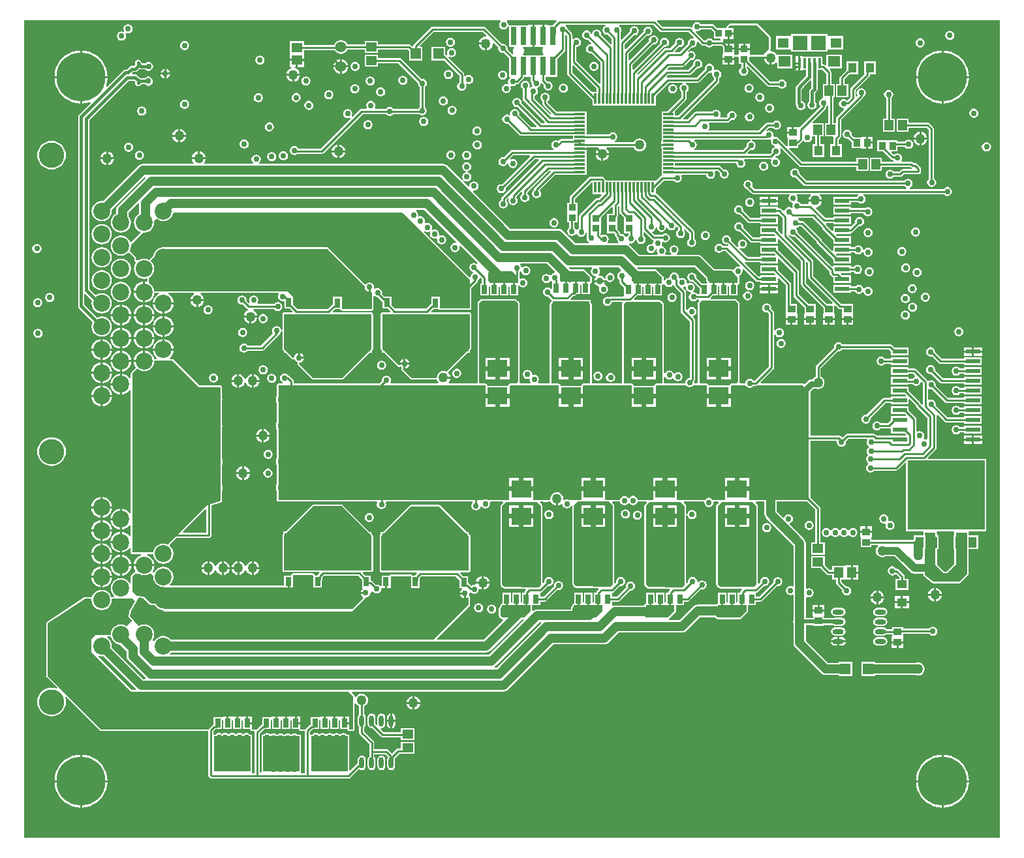
<source format=gbr>
%TF.GenerationSoftware,Altium Limited,Altium Designer,19.1.8 (144)*%
G04 Layer_Physical_Order=1*
G04 Layer_Color=255*
%FSLAX26Y26*%
%MOIN*%
%TF.FileFunction,Copper,L1,Top,Signal*%
%TF.Part,Single*%
G01*
G75*
%TA.AperFunction,SMDPad,CuDef*%
%ADD10R,0.039370X0.035433*%
%ADD11R,0.037402X0.033465*%
%ADD12R,0.011811X0.053150*%
%ADD13R,0.053150X0.011811*%
%ADD14R,0.053150X0.057087*%
%ADD15R,0.045276X0.053150*%
%ADD16R,0.051181X0.043307*%
%ADD17R,0.102362X0.088583*%
%ADD18R,0.027559X0.045276*%
%ADD19R,0.185039X0.181102*%
%ADD20R,0.043307X0.051181*%
%ADD21R,0.035433X0.039370*%
%TA.AperFunction,ConnectorPad*%
%ADD22R,0.015748X0.053150*%
%ADD23R,0.062992X0.055118*%
%ADD24R,0.057087X0.051181*%
%TA.AperFunction,SMDPad,CuDef*%
%ADD25R,0.074803X0.074803*%
%ADD26R,0.033465X0.037402*%
%ADD27R,0.029921X0.094488*%
%ADD28R,0.074803X0.023622*%
%ADD29R,0.053150X0.045276*%
%ADD30O,0.023622X0.057087*%
%ADD31R,0.055118X0.051181*%
%ADD32R,0.042126X0.053937*%
%ADD33O,0.057087X0.023622*%
%TA.AperFunction,Conductor*%
%ADD34C,0.010000*%
%ADD35C,0.045000*%
%ADD36C,0.047244*%
%ADD37C,0.030000*%
%ADD38C,0.020000*%
%ADD39C,0.015000*%
%ADD40C,0.040000*%
%ADD41C,0.050000*%
%ADD42C,0.060000*%
%TA.AperFunction,ComponentPad*%
%ADD43C,0.086614*%
%ADD44C,0.129921*%
%ADD45C,0.100000*%
%TA.AperFunction,ViaPad*%
%ADD46C,0.250000*%
%TA.AperFunction,ComponentPad*%
%ADD47C,0.055118*%
%ADD48C,0.011811*%
%TA.AperFunction,SMDPad,CuDef*%
%ADD49R,0.393701X0.354331*%
%TA.AperFunction,ViaPad*%
%ADD50C,0.030000*%
%ADD51C,0.050000*%
%ADD52C,0.035000*%
G36*
X2728497Y4183242D02*
X2710588Y4165333D01*
X2710376Y4165016D01*
X2690132D01*
X2684961Y4167016D01*
Y4167016D01*
X2684960Y4167016D01*
X2665000D01*
Y4109772D01*
X2655000D01*
Y4167016D01*
X2640961D01*
X2635039Y4167016D01*
X2629039Y4167016D01*
X2615000D01*
Y4109772D01*
Y4052528D01*
X2629039D01*
X2634961Y4052527D01*
X2640961Y4052528D01*
X2658305D01*
X2660959Y4047146D01*
X2660817Y4046962D01*
X2658028Y4040227D01*
X2657076Y4033000D01*
X2658028Y4025773D01*
X2660817Y4019038D01*
X2662019Y4017472D01*
X2659060Y4011472D01*
X2638961D01*
X2632961Y4011472D01*
X2631039Y4011472D01*
X2588961D01*
X2582961Y4011472D01*
X2581039Y4011472D01*
X2560940D01*
X2557981Y4017472D01*
X2559183Y4019038D01*
X2561972Y4025773D01*
X2562924Y4033000D01*
X2561972Y4040227D01*
X2559183Y4046962D01*
X2557982Y4048528D01*
X2560941Y4054528D01*
X2579868D01*
X2585039Y4052527D01*
X2588132Y4052528D01*
X2605000D01*
Y4109772D01*
Y4167016D01*
X2588132D01*
X2585039Y4167016D01*
X2579868Y4165016D01*
X2537040D01*
Y4165016D01*
X2532960D01*
Y4165016D01*
X2488298D01*
X2486459Y4165325D01*
X2482125Y4167637D01*
X2480666Y4174974D01*
X2475582Y4182582D01*
X2475278Y4182785D01*
X2477099Y4188785D01*
X2726201D01*
X2728497Y4183242D01*
D02*
G37*
G36*
X3532039Y4129940D02*
Y4095284D01*
X3563058D01*
X3567760Y4089476D01*
X3567386Y4088023D01*
X3566707Y4087255D01*
X3527805D01*
X3525582Y4090582D01*
X3517974Y4095666D01*
X3509000Y4097451D01*
X3500026Y4095666D01*
X3492418Y4090582D01*
X3490195Y4087255D01*
X3483490D01*
X3441149Y4129596D01*
X3444105Y4135125D01*
X3447000Y4134549D01*
X3455974Y4136334D01*
X3463582Y4141418D01*
X3465805Y4144745D01*
X3517234D01*
X3532039Y4129940D01*
D02*
G37*
G36*
X3255628Y4132627D02*
X3259928Y4129754D01*
X3265000Y4128745D01*
X3404510D01*
X3431347Y4101908D01*
X3428392Y4096378D01*
X3423000Y4097451D01*
X3414026Y4095666D01*
X3406418Y4090582D01*
X3401334Y4082974D01*
X3399549Y4074000D01*
X3400164Y4070909D01*
X3356510Y4027255D01*
X3334839D01*
X3332543Y4032798D01*
X3353075Y4053330D01*
X3357000Y4052549D01*
X3365974Y4054334D01*
X3373582Y4059418D01*
X3378666Y4067026D01*
X3380451Y4076000D01*
X3378666Y4084974D01*
X3373582Y4092582D01*
X3365974Y4097666D01*
X3357000Y4099451D01*
X3348026Y4097666D01*
X3340418Y4092582D01*
X3335334Y4084974D01*
X3333549Y4076000D01*
X3334330Y4072075D01*
X3310510Y4048255D01*
X3287000D01*
X3281928Y4047246D01*
X3277628Y4044372D01*
X3145591Y3912336D01*
X3139112Y3914342D01*
X3138793Y3916048D01*
X3277075Y4054330D01*
X3281000Y4053549D01*
X3289974Y4055334D01*
X3297582Y4060418D01*
X3302666Y4068026D01*
X3304451Y4077000D01*
X3302666Y4085974D01*
X3297582Y4093582D01*
X3289974Y4098666D01*
X3281000Y4100451D01*
X3272026Y4098666D01*
X3264418Y4093582D01*
X3259334Y4085974D01*
X3257549Y4077000D01*
X3258330Y4073075D01*
X3121948Y3936693D01*
X3116404Y3938989D01*
Y3962659D01*
X3221075Y4067330D01*
X3225000Y4066549D01*
X3233974Y4068334D01*
X3241582Y4073418D01*
X3246666Y4081026D01*
X3248451Y4090000D01*
X3246666Y4098974D01*
X3241582Y4106582D01*
X3233974Y4111666D01*
X3225000Y4113451D01*
X3216026Y4111666D01*
X3208418Y4106582D01*
X3203334Y4098974D01*
X3201549Y4090000D01*
X3202330Y4086075D01*
X3102263Y3986008D01*
X3096719Y3988304D01*
Y4018974D01*
X3189843Y4112098D01*
X3195112Y4111049D01*
X3204086Y4112834D01*
X3211694Y4117918D01*
X3216778Y4125526D01*
X3218563Y4134500D01*
X3216778Y4143474D01*
X3211694Y4151082D01*
X3204086Y4156166D01*
X3195112Y4157951D01*
X3186138Y4156166D01*
X3178530Y4151082D01*
X3173447Y4143474D01*
X3171662Y4134500D01*
X3172175Y4131920D01*
X3082577Y4042323D01*
X3077034Y4044619D01*
Y4068289D01*
X3122075Y4113330D01*
X3126000Y4112549D01*
X3134974Y4114334D01*
X3142582Y4119418D01*
X3147666Y4127026D01*
X3149451Y4136000D01*
X3147666Y4144974D01*
X3142582Y4152582D01*
X3134974Y4157666D01*
X3126000Y4159451D01*
X3117026Y4157666D01*
X3109418Y4152582D01*
X3104334Y4144974D01*
X3102549Y4136000D01*
X3103330Y4132075D01*
X3062892Y4091637D01*
X3057349Y4093934D01*
Y4130056D01*
X3058666Y4132026D01*
X3060451Y4141000D01*
X3058666Y4149974D01*
X3053582Y4157582D01*
X3048848Y4160745D01*
X3050668Y4166745D01*
X3221510D01*
X3255628Y4132627D01*
D02*
G37*
G36*
X2978427Y4160745D02*
X2978026Y4160666D01*
X2970418Y4155582D01*
X2965334Y4147974D01*
X2963549Y4139000D01*
X2965334Y4130026D01*
X2970418Y4122418D01*
X2978026Y4117334D01*
X2987000Y4115549D01*
X2990925Y4116330D01*
X3011155Y4096100D01*
Y4069430D01*
X3005611Y4067133D01*
X2956670Y4116075D01*
X2957451Y4120000D01*
X2955666Y4128974D01*
X2950582Y4136582D01*
X2942974Y4141666D01*
X2934000Y4143451D01*
X2925026Y4141666D01*
X2917418Y4136582D01*
X2912334Y4128974D01*
X2910549Y4120000D01*
X2904677Y4118890D01*
X2903666Y4123974D01*
X2898582Y4131582D01*
X2890974Y4136666D01*
X2882000Y4138451D01*
X2873026Y4136666D01*
X2865418Y4131582D01*
X2860334Y4123974D01*
X2858549Y4115000D01*
X2860334Y4106026D01*
X2865418Y4098418D01*
X2873026Y4093334D01*
X2882000Y4091549D01*
X2885925Y4092330D01*
X2905354Y4072901D01*
X2902398Y4067371D01*
X2902000Y4067451D01*
X2893026Y4065666D01*
X2885418Y4060582D01*
X2880334Y4052974D01*
X2878549Y4044000D01*
X2880334Y4035026D01*
X2885418Y4027418D01*
X2893026Y4022334D01*
X2902000Y4020549D01*
X2905925Y4021330D01*
X2952100Y3975155D01*
Y3867485D01*
X2946556Y3865189D01*
X2829255Y3982490D01*
Y4052117D01*
X2831000Y4053549D01*
X2839974Y4055334D01*
X2847582Y4060418D01*
X2852666Y4068026D01*
X2854451Y4077000D01*
X2852666Y4085974D01*
X2847582Y4093582D01*
X2839974Y4098666D01*
X2831000Y4100451D01*
X2822026Y4098666D01*
X2815255Y4094141D01*
X2811880Y4095093D01*
X2809255Y4096655D01*
Y4116284D01*
X2808246Y4121356D01*
X2805372Y4125657D01*
X2782562Y4148467D01*
X2781666Y4152974D01*
X2776582Y4160582D01*
X2776338Y4160745D01*
X2778158Y4166745D01*
X2977836D01*
X2978427Y4160745D01*
D02*
G37*
G36*
X4993785Y11215D02*
X11215D01*
Y4188785D01*
X2440901D01*
X2442722Y4182785D01*
X2442418Y4182582D01*
X2437334Y4174974D01*
X2435549Y4166000D01*
X2437334Y4157026D01*
X2442418Y4149418D01*
X2450026Y4144334D01*
X2459000Y4142549D01*
X2467974Y4144334D01*
X2475582Y4149418D01*
X2480666Y4157026D01*
X2481039Y4158905D01*
X2487039Y4158315D01*
Y4054528D01*
X2509059D01*
X2512018Y4048528D01*
X2510817Y4046962D01*
X2508028Y4040227D01*
X2507076Y4033000D01*
X2508028Y4025773D01*
X2509444Y4022353D01*
X2506380Y4015979D01*
X2505973Y4015699D01*
X2504319Y4015426D01*
X2477670Y4042075D01*
X2478451Y4046000D01*
X2476666Y4054974D01*
X2471582Y4062582D01*
X2463974Y4067666D01*
X2455000Y4069451D01*
X2451075Y4068670D01*
X2367372Y4152373D01*
X2363072Y4155246D01*
X2358000Y4156255D01*
X2095226D01*
X2090153Y4155246D01*
X2085853Y4152373D01*
X2000557Y4067076D01*
X1997683Y4062776D01*
X1996783Y4058247D01*
X1994819Y4057315D01*
X1990674Y4056448D01*
X1984853Y4062270D01*
X1980553Y4065143D01*
X1975480Y4066152D01*
X1817575D01*
Y4083535D01*
X1748425D01*
Y4066704D01*
X1660998D01*
X1659061Y4071382D01*
X1653361Y4078810D01*
X1645933Y4084510D01*
X1637283Y4088093D01*
X1628000Y4089315D01*
X1618717Y4088093D01*
X1610067Y4084510D01*
X1602639Y4078810D01*
X1596939Y4071382D01*
X1593550Y4063200D01*
X1438559D01*
Y4083535D01*
X1367441D01*
Y4022543D01*
X1365441D01*
Y3991953D01*
X1403000D01*
X1440559D01*
Y4022543D01*
X1438559D01*
Y4036690D01*
X1596453D01*
X1596939Y4035516D01*
X1602639Y4028088D01*
X1610067Y4022388D01*
X1618717Y4018805D01*
X1628000Y4017583D01*
X1637283Y4018805D01*
X1645933Y4022388D01*
X1653361Y4028088D01*
X1659061Y4035516D01*
X1660998Y4040194D01*
X1748425D01*
Y4022260D01*
X1817575D01*
Y4039643D01*
X1969990D01*
X1975354Y4034279D01*
Y3981905D01*
X2044504D01*
Y4054992D01*
X2033802D01*
X2031506Y4060535D01*
X2100716Y4129745D01*
X2352510D01*
X2370189Y4112066D01*
X2368506Y4107634D01*
X2367530Y4106240D01*
X2358863Y4105099D01*
X2350349Y4101572D01*
X2343038Y4095962D01*
X2337428Y4088651D01*
X2333901Y4080137D01*
X2333356Y4076000D01*
X2368000D01*
Y4071000D01*
X2373000D01*
Y4036356D01*
X2377137Y4036901D01*
X2385651Y4040428D01*
X2392962Y4046038D01*
X2398572Y4053349D01*
X2402099Y4061863D01*
X2403240Y4070530D01*
X2404634Y4071506D01*
X2409066Y4073189D01*
X2432330Y4049925D01*
X2431549Y4046000D01*
X2433334Y4037026D01*
X2438418Y4029418D01*
X2446026Y4024334D01*
X2455000Y4022549D01*
X2458925Y4023330D01*
X2486785Y3995470D01*
Y3966189D01*
X2487039Y3964908D01*
Y3900984D01*
X2490193D01*
X2492013Y3894984D01*
X2488418Y3892582D01*
X2483334Y3884974D01*
X2481549Y3876000D01*
X2483164Y3867882D01*
X2483147Y3867842D01*
X2480900Y3864954D01*
X2478734Y3863111D01*
X2472000Y3864451D01*
X2463026Y3862666D01*
X2455418Y3857582D01*
X2450334Y3849974D01*
X2448549Y3841000D01*
X2450334Y3832026D01*
X2455418Y3824418D01*
X2463026Y3819334D01*
X2472000Y3817549D01*
X2480974Y3819334D01*
X2488582Y3824418D01*
X2493666Y3832026D01*
X2495451Y3841000D01*
X2493836Y3849118D01*
X2493853Y3849158D01*
X2496100Y3852046D01*
X2498266Y3853889D01*
X2505000Y3852549D01*
X2513974Y3854334D01*
X2521582Y3859418D01*
X2524282Y3863459D01*
X2526713D01*
X2531786Y3864468D01*
X2536086Y3867341D01*
X2560778Y3892033D01*
X2563651Y3896333D01*
X2564576Y3900984D01*
X2587039Y3900984D01*
X2588961Y3900984D01*
X2596745D01*
Y3882000D01*
X2597754Y3876928D01*
X2600628Y3872628D01*
X2602330Y3870925D01*
X2601549Y3867000D01*
X2603334Y3858026D01*
X2604976Y3855569D01*
X2602215Y3848902D01*
X2601026Y3848666D01*
X2596168Y3845419D01*
X2592467Y3848196D01*
X2591452Y3849485D01*
X2593146Y3858000D01*
X2591361Y3866974D01*
X2586278Y3874582D01*
X2578670Y3879666D01*
X2569696Y3881451D01*
X2560721Y3879666D01*
X2553113Y3874582D01*
X2548030Y3866974D01*
X2546245Y3858000D01*
X2548030Y3849026D01*
X2553113Y3841418D01*
X2555745Y3839659D01*
Y3790000D01*
X2556754Y3784928D01*
X2559628Y3780628D01*
X2670237Y3670018D01*
X2667941Y3664475D01*
X2651270D01*
X2549670Y3766075D01*
X2550451Y3770000D01*
X2548666Y3778974D01*
X2543582Y3786582D01*
X2535974Y3791666D01*
X2527000Y3793451D01*
X2518026Y3791666D01*
X2510418Y3786582D01*
X2505334Y3778974D01*
X2503549Y3770000D01*
X2505334Y3761026D01*
X2510418Y3753418D01*
X2518026Y3748334D01*
X2527000Y3746549D01*
X2530925Y3747330D01*
X2627922Y3650333D01*
X2625626Y3644790D01*
X2600955D01*
X2537670Y3708075D01*
X2538451Y3712000D01*
X2536666Y3720974D01*
X2531582Y3728582D01*
X2523974Y3733666D01*
X2515000Y3735451D01*
X2506026Y3733666D01*
X2498418Y3728582D01*
X2493334Y3720974D01*
X2491549Y3712000D01*
X2492279Y3708333D01*
X2486879Y3704725D01*
X2483974Y3706666D01*
X2475000Y3708451D01*
X2466026Y3706666D01*
X2458418Y3701582D01*
X2453334Y3693974D01*
X2451549Y3685000D01*
X2453334Y3676026D01*
X2458418Y3668418D01*
X2466026Y3663334D01*
X2475000Y3661549D01*
X2478925Y3662330D01*
X2538777Y3602478D01*
X2543077Y3599605D01*
X2548150Y3598596D01*
X2812669D01*
Y3584829D01*
X2755299D01*
X2750226Y3583820D01*
X2745926Y3580947D01*
X2737234Y3572255D01*
X2734374Y3574166D01*
X2725400Y3575951D01*
X2716426Y3574166D01*
X2708818Y3569082D01*
X2703735Y3561474D01*
X2701949Y3552500D01*
X2703735Y3543526D01*
X2708818Y3535918D01*
X2713664Y3532680D01*
X2711844Y3526680D01*
X2502425D01*
X2497353Y3525671D01*
X2493053Y3522798D01*
X2459925Y3489670D01*
X2456000Y3490451D01*
X2447026Y3488666D01*
X2439418Y3483582D01*
X2434334Y3475974D01*
X2432549Y3467000D01*
X2434334Y3458026D01*
X2439418Y3450418D01*
X2447026Y3445334D01*
X2456000Y3443549D01*
X2464974Y3445334D01*
X2472582Y3450418D01*
X2476711Y3456597D01*
X2482574Y3456112D01*
X2482954Y3455964D01*
X2484334Y3449026D01*
X2489418Y3441418D01*
X2497026Y3436334D01*
X2506000Y3434549D01*
X2514974Y3436334D01*
X2522582Y3441418D01*
X2527666Y3449026D01*
X2529451Y3458000D01*
X2527666Y3466974D01*
X2522582Y3474582D01*
X2514974Y3479666D01*
X2506000Y3481451D01*
X2497026Y3479666D01*
X2493620Y3477390D01*
X2489796Y3482051D01*
X2507915Y3500170D01*
X2591586D01*
X2593882Y3494627D01*
X2450925Y3351670D01*
X2447000Y3352451D01*
X2438026Y3350666D01*
X2430418Y3345582D01*
X2425334Y3337974D01*
X2423549Y3329000D01*
X2425334Y3320026D01*
X2430418Y3312418D01*
X2438026Y3307334D01*
X2447000Y3305549D01*
X2455974Y3307334D01*
X2463582Y3312418D01*
X2468666Y3320026D01*
X2470451Y3329000D01*
X2469670Y3332925D01*
X2617230Y3480485D01*
X2636901D01*
X2639197Y3474942D01*
X2449628Y3285372D01*
X2446754Y3281072D01*
X2445745Y3276000D01*
Y3270666D01*
X2441129Y3267582D01*
X2436046Y3259974D01*
X2434261Y3251000D01*
X2436046Y3242026D01*
X2441129Y3234418D01*
X2448737Y3229334D01*
X2457711Y3227549D01*
X2466685Y3229334D01*
X2474293Y3234418D01*
X2479377Y3242026D01*
X2481162Y3251000D01*
X2479377Y3259974D01*
X2474293Y3267582D01*
X2475642Y3273897D01*
X2481170Y3279425D01*
X2483102Y3278508D01*
X2486119Y3275888D01*
X2484549Y3268000D01*
X2486334Y3259026D01*
X2491418Y3251418D01*
X2499026Y3246334D01*
X2508000Y3244549D01*
X2516974Y3246334D01*
X2524582Y3251418D01*
X2529666Y3259026D01*
X2531451Y3268000D01*
X2529666Y3276974D01*
X2524582Y3284582D01*
X2524990Y3291245D01*
X2547387Y3313642D01*
X2553387Y3311157D01*
Y3302566D01*
X2550418Y3300582D01*
X2545334Y3292974D01*
X2543549Y3284000D01*
X2545334Y3275026D01*
X2550418Y3267418D01*
X2558026Y3262334D01*
X2567000Y3260549D01*
X2575974Y3262334D01*
X2583582Y3267418D01*
X2588666Y3275026D01*
X2590451Y3284000D01*
X2588666Y3292974D01*
X2583582Y3300582D01*
X2579897Y3303044D01*
Y3310152D01*
X2691175Y3421430D01*
X2696846D01*
X2699142Y3415887D01*
X2615628Y3332372D01*
X2612754Y3328072D01*
X2611745Y3323000D01*
Y3321469D01*
X2610418Y3320582D01*
X2605334Y3312974D01*
X2603549Y3304000D01*
X2605334Y3295026D01*
X2610418Y3287418D01*
X2618026Y3282334D01*
X2627000Y3280549D01*
X2635974Y3282334D01*
X2643582Y3287418D01*
X2648666Y3295026D01*
X2650451Y3304000D01*
X2648666Y3312974D01*
X2643582Y3320582D01*
X2643380Y3322635D01*
X2722490Y3401745D01*
X2812669D01*
Y3401095D01*
X2881819D01*
Y3440465D01*
Y3479835D01*
Y3517205D01*
X2883819D01*
Y3528110D01*
X2847244D01*
Y3538110D01*
X2883819D01*
Y3540761D01*
X2940952D01*
X2942988Y3534761D01*
X2938038Y3530962D01*
X2932428Y3523651D01*
X2928901Y3515137D01*
X2928356Y3511000D01*
X2997644D01*
X2997099Y3515137D01*
X2993572Y3523651D01*
X2987962Y3530962D01*
X2983012Y3534761D01*
X2985048Y3540761D01*
X3122266D01*
X3124175Y3536153D01*
X3129464Y3529259D01*
X3136358Y3523970D01*
X3144385Y3520645D01*
X3153000Y3519510D01*
X3161615Y3520645D01*
X3169642Y3523970D01*
X3176536Y3529259D01*
X3181825Y3536153D01*
X3185151Y3544180D01*
X3186285Y3552795D01*
X3185151Y3561410D01*
X3181825Y3569438D01*
X3176536Y3576331D01*
X3169642Y3581621D01*
X3161615Y3584946D01*
X3153000Y3586080D01*
X3144385Y3584946D01*
X3136358Y3581621D01*
X3129464Y3576331D01*
X3124175Y3569438D01*
X3123277Y3567270D01*
X3027929D01*
X3026375Y3573270D01*
X3032582Y3577418D01*
X3037666Y3585026D01*
X3039451Y3594000D01*
X3037666Y3602974D01*
X3032582Y3610582D01*
X3024974Y3615666D01*
X3016000Y3617451D01*
X3007026Y3615666D01*
X2999418Y3610582D01*
X2995969Y3605420D01*
X2881819D01*
Y3637315D01*
Y3676685D01*
Y3724181D01*
X2812669D01*
Y3723530D01*
X2729215D01*
X2684255Y3768490D01*
Y3777195D01*
X2687582Y3779418D01*
X2692666Y3787026D01*
X2694451Y3796000D01*
X2692666Y3804974D01*
X2687582Y3812582D01*
X2679974Y3817666D01*
X2671000Y3819451D01*
X2662026Y3817666D01*
X2654418Y3812582D01*
X2649334Y3804974D01*
X2647549Y3796000D01*
X2649334Y3787026D01*
X2654418Y3779418D01*
X2657745Y3777195D01*
Y3763000D01*
X2658754Y3757928D01*
X2661628Y3753628D01*
X2700777Y3714478D01*
X2698802Y3707967D01*
X2698782Y3707963D01*
X2617255Y3789490D01*
Y3804992D01*
X2618974Y3805334D01*
X2626582Y3810418D01*
X2631666Y3818026D01*
X2633451Y3827000D01*
X2631666Y3835974D01*
X2630024Y3838431D01*
X2632785Y3845098D01*
X2633974Y3845334D01*
X2641582Y3850418D01*
X2646666Y3858026D01*
X2648172Y3865598D01*
X2652175Y3867613D01*
X2654294Y3867961D01*
X2663330Y3858925D01*
X2662549Y3855000D01*
X2664334Y3846026D01*
X2669418Y3838418D01*
X2677026Y3833334D01*
X2686000Y3831549D01*
X2694974Y3833334D01*
X2702582Y3838418D01*
X2707666Y3846026D01*
X2709451Y3855000D01*
X2707666Y3863974D01*
X2702582Y3871582D01*
X2694974Y3876666D01*
X2686000Y3878451D01*
X2682075Y3877670D01*
X2673255Y3886490D01*
Y3900984D01*
X2682960D01*
Y3900984D01*
X2687040D01*
Y3900984D01*
X2732961D01*
Y3992727D01*
X2769372Y4029139D01*
X2772246Y4033439D01*
X2773255Y4038512D01*
Y4112445D01*
X2778798Y4114741D01*
X2782745Y4110794D01*
Y3917780D01*
X2783754Y3912707D01*
X2786628Y3908407D01*
X2912079Y3782956D01*
Y3754441D01*
X3235165D01*
Y3803420D01*
X3302490Y3870745D01*
X3371836D01*
X3372427Y3864745D01*
X3372026Y3864666D01*
X3364418Y3859582D01*
X3359334Y3851974D01*
X3357549Y3843000D01*
X3359334Y3834026D01*
X3364418Y3826418D01*
X3367745Y3824195D01*
Y3796766D01*
X3295160Y3724181D01*
X3265425D01*
Y3696370D01*
Y3657000D01*
Y3617630D01*
Y3568701D01*
X3263425D01*
Y3557795D01*
X3300000D01*
Y3547795D01*
X3263425D01*
Y3536890D01*
X3265425D01*
Y3519205D01*
Y3479835D01*
Y3440465D01*
Y3401095D01*
X3265425Y3401095D01*
X3264191Y3395606D01*
X3260848Y3393372D01*
X3240431Y3372956D01*
X3235165Y3370835D01*
Y3370835D01*
X3235165Y3370835D01*
X2978609D01*
Y3371977D01*
X2977600Y3377049D01*
X2974727Y3381349D01*
X2968869Y3387207D01*
X2964569Y3390080D01*
X2959496Y3391089D01*
X2903935D01*
X2898862Y3390080D01*
X2894562Y3387207D01*
X2799427Y3292073D01*
X2796554Y3287772D01*
X2795545Y3282700D01*
Y3256723D01*
X2782099D01*
Y3211542D01*
X2782099Y3207258D01*
X2782099Y3201258D01*
Y3156077D01*
X2794745D01*
Y3129805D01*
X2791418Y3127582D01*
X2786334Y3119974D01*
X2784549Y3111000D01*
X2786334Y3102026D01*
X2791418Y3094418D01*
X2799026Y3089334D01*
X2808000Y3087549D01*
X2816974Y3089334D01*
X2824582Y3094418D01*
X2827012Y3098055D01*
X2833334Y3097026D01*
X2838418Y3089418D01*
X2846026Y3084334D01*
X2855000Y3082549D01*
X2863974Y3084334D01*
X2871582Y3089418D01*
X2876666Y3097026D01*
X2878244Y3104964D01*
X2884244Y3104373D01*
Y3086813D01*
X2884471Y3085675D01*
X2883535Y3084274D01*
X2881749Y3075300D01*
X2883535Y3066326D01*
X2888618Y3058718D01*
X2894522Y3054773D01*
X2892702Y3048773D01*
X2827244D01*
X2761976Y3114041D01*
X2755370Y3119110D01*
X2747677Y3122296D01*
X2739422Y3123383D01*
X2494634D01*
X2303737Y3314280D01*
X2306693Y3319809D01*
X2308000Y3319549D01*
X2316974Y3321334D01*
X2324582Y3326418D01*
X2329666Y3334026D01*
X2331451Y3343000D01*
X2329666Y3351974D01*
X2324582Y3359582D01*
X2316974Y3364666D01*
X2308000Y3366451D01*
X2299026Y3364666D01*
X2291418Y3359582D01*
X2286334Y3351974D01*
X2284549Y3343000D01*
X2284809Y3341693D01*
X2279280Y3338737D01*
X2251601Y3366416D01*
X2255426Y3371076D01*
X2256270Y3370512D01*
X2261026Y3367334D01*
X2270000Y3365549D01*
X2278974Y3367334D01*
X2286582Y3372418D01*
X2291666Y3380026D01*
X2293451Y3389000D01*
X2291666Y3397974D01*
X2286582Y3405582D01*
X2278974Y3410666D01*
X2273372Y3411780D01*
X2272561Y3411941D01*
Y3418059D01*
X2273372Y3418220D01*
X2278974Y3419334D01*
X2286582Y3424418D01*
X2291666Y3432026D01*
X2293451Y3441000D01*
X2291666Y3449974D01*
X2286582Y3457582D01*
X2278974Y3462666D01*
X2270000Y3464451D01*
X2261026Y3462666D01*
X2253418Y3457582D01*
X2248334Y3449974D01*
X2246549Y3441000D01*
X2248334Y3432026D01*
X2253418Y3424418D01*
X2261026Y3419334D01*
X2266628Y3418220D01*
X2267439Y3418059D01*
Y3411941D01*
X2266628Y3411780D01*
X2261026Y3410666D01*
X2253418Y3405582D01*
X2248334Y3397974D01*
X2246549Y3389000D01*
X2248334Y3380026D01*
X2251512Y3375270D01*
X2252076Y3374426D01*
X2247416Y3370601D01*
X2171731Y3446285D01*
X2165126Y3451354D01*
X2157433Y3454540D01*
X2149178Y3455627D01*
X1210722D01*
X1208902Y3461627D01*
X1211582Y3463418D01*
X1216666Y3471026D01*
X1218451Y3480000D01*
X1216666Y3488974D01*
X1211582Y3496582D01*
X1203974Y3501666D01*
X1195000Y3503451D01*
X1186026Y3501666D01*
X1178418Y3496582D01*
X1173334Y3488974D01*
X1171549Y3480000D01*
X1173334Y3471026D01*
X1178418Y3463418D01*
X1181098Y3461627D01*
X1179278Y3455627D01*
X930410D01*
X928182Y3461627D01*
X932572Y3467349D01*
X936099Y3475863D01*
X936644Y3480000D01*
X867356D01*
X867901Y3475863D01*
X871428Y3467349D01*
X875818Y3461627D01*
X873590Y3455627D01*
X615071D01*
X606816Y3454540D01*
X599123Y3451354D01*
X592518Y3446285D01*
X411776Y3265544D01*
X405906Y3266317D01*
X392512Y3264553D01*
X380031Y3259383D01*
X369313Y3251160D01*
X361089Y3240442D01*
X355919Y3227961D01*
X354156Y3214567D01*
X355919Y3201173D01*
X361089Y3188692D01*
X369313Y3177974D01*
X380031Y3169750D01*
X392512Y3164580D01*
X405906Y3162817D01*
X419299Y3164580D01*
X431780Y3169750D01*
X442498Y3177974D01*
X450722Y3188692D01*
X455892Y3201173D01*
X457655Y3214567D01*
X456882Y3220438D01*
X625110Y3388665D01*
X626785Y3388332D01*
X628760Y3381822D01*
X489311Y3242372D01*
X484242Y3235767D01*
X481056Y3228074D01*
X479969Y3219819D01*
Y3200955D01*
X478456Y3200328D01*
X467738Y3192104D01*
X459514Y3181387D01*
X454344Y3168906D01*
X452581Y3155512D01*
X454344Y3142118D01*
X459514Y3129637D01*
X467738Y3118919D01*
X478456Y3110695D01*
X490937Y3105525D01*
X504331Y3103762D01*
X517725Y3105525D01*
X530206Y3110695D01*
X540923Y3118919D01*
X549147Y3129637D01*
X554317Y3142118D01*
X556081Y3155512D01*
X554317Y3168906D01*
X549147Y3181387D01*
X543759Y3188409D01*
Y3206608D01*
X592079Y3254928D01*
X598079Y3252443D01*
Y3200955D01*
X596566Y3200328D01*
X585848Y3192104D01*
X577624Y3181387D01*
X572454Y3168906D01*
X570691Y3155512D01*
X572454Y3142118D01*
X577624Y3129637D01*
X585848Y3118919D01*
X596566Y3110695D01*
X601897Y3108487D01*
X603067Y3102602D01*
X557240Y3056776D01*
X551355Y3057946D01*
X549147Y3063276D01*
X540923Y3073994D01*
X530206Y3082218D01*
X517725Y3087388D01*
X504331Y3089151D01*
X490937Y3087388D01*
X478456Y3082218D01*
X467738Y3073994D01*
X459514Y3063276D01*
X454344Y3050795D01*
X452581Y3037402D01*
X454344Y3024008D01*
X459514Y3011527D01*
X467738Y3000809D01*
X478456Y2992585D01*
X490937Y2987415D01*
X504331Y2985652D01*
X517725Y2987415D01*
X530206Y2992585D01*
X540923Y3000809D01*
X541076Y3001008D01*
X547064Y3001401D01*
X571843Y2976621D01*
Y2963000D01*
X572464Y2959879D01*
X574232Y2957232D01*
X576879Y2955464D01*
X577820Y2955277D01*
X580841Y2949359D01*
X577624Y2945166D01*
X572454Y2932685D01*
X570691Y2919291D01*
X572454Y2905898D01*
X577624Y2893416D01*
X585848Y2882699D01*
X596566Y2874475D01*
X609047Y2869305D01*
X622441Y2867541D01*
X633843Y2869043D01*
X639843Y2865218D01*
Y2857504D01*
X633843Y2853447D01*
X627441Y2854290D01*
Y2801181D01*
Y2748072D01*
X636357Y2749246D01*
X649324Y2754617D01*
X660460Y2763162D01*
X669005Y2774298D01*
X674376Y2787265D01*
X675505Y2795843D01*
X695574D01*
X696768Y2789843D01*
X693982Y2788690D01*
X682847Y2780145D01*
X674302Y2769010D01*
X668931Y2756042D01*
X667757Y2747126D01*
X720866D01*
X773975D01*
X772801Y2756042D01*
X767430Y2769010D01*
X758885Y2780145D01*
X747750Y2788690D01*
X744965Y2789843D01*
X746158Y2795843D01*
X875809D01*
X877003Y2789843D01*
X876349Y2789572D01*
X869038Y2783962D01*
X863428Y2776651D01*
X859901Y2768137D01*
X859356Y2764000D01*
X928644D01*
X928099Y2768137D01*
X924572Y2776651D01*
X918962Y2783962D01*
X911651Y2789572D01*
X910997Y2789843D01*
X912191Y2795843D01*
X1306700D01*
X1309907Y2789843D01*
X1308057Y2787074D01*
X1306272Y2778100D01*
X1308057Y2769126D01*
X1313141Y2761518D01*
X1320748Y2756434D01*
X1329723Y2754649D01*
X1333744Y2755449D01*
X1339744Y2750525D01*
Y2715662D01*
X1365786D01*
X1379747Y2701700D01*
X1377451Y2696157D01*
X1337000D01*
X1333879Y2695536D01*
X1331232Y2693768D01*
X1329464Y2691121D01*
X1328843Y2688000D01*
Y2605410D01*
X1322843Y2604819D01*
X1322439Y2606851D01*
X1321420Y2611974D01*
X1316337Y2619582D01*
X1308729Y2624666D01*
X1299755Y2626451D01*
X1290780Y2624666D01*
X1283172Y2619582D01*
X1278089Y2611974D01*
X1276304Y2603000D01*
X1278089Y2594026D01*
X1281370Y2589115D01*
X1219510Y2527255D01*
X1150805D01*
X1148582Y2530582D01*
X1140974Y2535666D01*
X1132000Y2537451D01*
X1123026Y2535666D01*
X1115418Y2530582D01*
X1110334Y2522974D01*
X1108549Y2514000D01*
X1110334Y2505026D01*
X1115418Y2497418D01*
X1123026Y2492334D01*
X1132000Y2490549D01*
X1140974Y2492334D01*
X1148582Y2497418D01*
X1150805Y2500745D01*
X1225000D01*
X1230072Y2501754D01*
X1234372Y2504628D01*
X1309127Y2579382D01*
X1311805Y2583390D01*
X1316337Y2586418D01*
X1321420Y2594026D01*
X1322439Y2599149D01*
X1322843Y2601181D01*
X1328843Y2600590D01*
X1328843Y2511000D01*
X1329464Y2507878D01*
X1331232Y2505232D01*
X1331233Y2505232D01*
X1336004Y2500461D01*
Y2490268D01*
X1346197D01*
X1377983Y2458481D01*
X1379161Y2457695D01*
X1380303Y2456857D01*
X1380479Y2456814D01*
X1380629Y2456713D01*
X1382019Y2456437D01*
X1383395Y2456100D01*
X1383573Y2456128D01*
X1383751Y2456092D01*
X1385142Y2456369D01*
X1386540Y2456584D01*
X1388378Y2457253D01*
X1392335Y2455026D01*
X1397418Y2447418D01*
X1405026Y2442335D01*
X1407253Y2438378D01*
X1406584Y2436540D01*
X1406369Y2435141D01*
X1406092Y2433751D01*
X1406128Y2433573D01*
X1406100Y2433395D01*
X1406437Y2432020D01*
X1406713Y2430629D01*
X1406814Y2430479D01*
X1406857Y2430303D01*
X1407695Y2429161D01*
X1408482Y2427983D01*
X1482232Y2354232D01*
X1484879Y2352464D01*
X1488000Y2351843D01*
X1488001Y2351843D01*
X1632999Y2351843D01*
X1633000Y2351843D01*
X1636121Y2352464D01*
X1638768Y2354232D01*
X1638768Y2354232D01*
X1773504Y2488968D01*
X1785439D01*
Y2500903D01*
X1789768Y2505232D01*
X1791536Y2507879D01*
X1792157Y2511000D01*
X1792157Y2511001D01*
Y2688000D01*
X1791536Y2691121D01*
X1789768Y2693768D01*
X1787121Y2695536D01*
X1784000Y2696157D01*
X1587660D01*
X1585364Y2701700D01*
X1597772Y2714108D01*
X1601140D01*
X1602420Y2714362D01*
X1617626D01*
X1623579Y2713591D01*
X1623927Y2712429D01*
X1624163Y2711241D01*
X1624380Y2710916D01*
X1624492Y2710542D01*
X1625258Y2709602D01*
X1625931Y2708595D01*
X1626256Y2708378D01*
X1626503Y2708075D01*
X1627569Y2707500D01*
X1628577Y2706827D01*
X1628960Y2706750D01*
X1629304Y2706565D01*
X1633740Y2705203D01*
X1634946Y2705080D01*
X1636134Y2704843D01*
X1785000D01*
X1788121Y2705464D01*
X1790768Y2707232D01*
X1792536Y2709879D01*
X1793157Y2713000D01*
Y2778492D01*
X1796014Y2780081D01*
X1799157Y2780924D01*
X1806026Y2776334D01*
X1815000Y2774549D01*
X1815805Y2774710D01*
X1835950Y2754565D01*
X1840250Y2751691D01*
X1841181Y2751506D01*
Y2715662D01*
X1867223D01*
X1881184Y2701700D01*
X1878888Y2696157D01*
X1838437D01*
X1835316Y2695536D01*
X1832669Y2693768D01*
X1830901Y2691121D01*
X1830281Y2688000D01*
X1830280Y2511000D01*
X1830280Y2511000D01*
X1830901Y2507878D01*
X1832669Y2505232D01*
X1832670Y2505232D01*
X1837441Y2500461D01*
Y2490268D01*
X1847634D01*
X1918377Y2419525D01*
X1918713Y2419300D01*
X1918970Y2418988D01*
X1920026Y2418423D01*
X1921023Y2417757D01*
X1921419Y2417678D01*
X1921776Y2417488D01*
X1922968Y2417370D01*
X1924144Y2417136D01*
X1924541Y2417215D01*
X1924944Y2417176D01*
X1926090Y2417523D01*
X1927266Y2417757D01*
X1927602Y2417982D01*
X1927989Y2418099D01*
X1932597Y2420562D01*
X1936418Y2417418D01*
X1939563Y2413597D01*
X1937099Y2408989D01*
X1936982Y2408602D01*
X1936757Y2408266D01*
X1936523Y2407090D01*
X1936176Y2405944D01*
X1936215Y2405541D01*
X1936136Y2405144D01*
X1936370Y2403968D01*
X1936487Y2402776D01*
X1936678Y2402419D01*
X1936757Y2402023D01*
X1937423Y2401026D01*
X1937988Y2399970D01*
X1938301Y2399713D01*
X1938525Y2399376D01*
X1983669Y2354232D01*
X1986316Y2352464D01*
X1989437Y2351843D01*
X1989438Y2351843D01*
X2115352Y2351843D01*
X2115617Y2351896D01*
X2115885Y2351860D01*
X2117170Y2352205D01*
X2117847Y2352340D01*
X2120728Y2345386D01*
X2125507Y2339157D01*
X2123769Y2333157D01*
X1883624D01*
X1880417Y2339157D01*
X1881666Y2341026D01*
X1883451Y2350000D01*
X1881666Y2358974D01*
X1876582Y2366582D01*
X1868974Y2371666D01*
X1860000Y2373451D01*
X1851026Y2371666D01*
X1843418Y2366582D01*
X1838334Y2358974D01*
X1836549Y2350000D01*
X1837330Y2346075D01*
X1824412Y2333157D01*
X1387468D01*
Y2343787D01*
X1386459Y2348859D01*
X1383586Y2353159D01*
X1366372Y2370372D01*
X1362072Y2373246D01*
X1357929Y2374070D01*
X1355582Y2377582D01*
X1347974Y2382666D01*
X1339000Y2384451D01*
X1330026Y2382666D01*
X1322418Y2377582D01*
X1317334Y2369974D01*
X1315549Y2361000D01*
X1317334Y2352026D01*
X1322418Y2344418D01*
X1330026Y2339334D01*
X1330920Y2339157D01*
X1330329Y2333157D01*
X1309000D01*
X1305879Y2332536D01*
X1303232Y2330768D01*
X1301464Y2328121D01*
X1300843Y2325000D01*
Y2271273D01*
X1297839Y2261370D01*
X1296719Y2250000D01*
X1297839Y2238630D01*
X1300843Y2228727D01*
Y2137414D01*
X1297839Y2127512D01*
X1296719Y2116142D01*
X1297839Y2104772D01*
X1300843Y2094869D01*
Y1953386D01*
X1298115Y1944391D01*
X1296995Y1933022D01*
X1298115Y1921651D01*
X1300843Y1912657D01*
Y1819527D01*
X1298115Y1810533D01*
X1296995Y1799163D01*
X1298115Y1787793D01*
X1300843Y1778799D01*
Y1737000D01*
X1301464Y1733879D01*
X1303232Y1731232D01*
X1305879Y1729464D01*
X1309000Y1728843D01*
X1810090D01*
X1813511Y1723928D01*
X1813308Y1722843D01*
X1811549Y1714000D01*
X1813334Y1705026D01*
X1818418Y1697418D01*
X1826026Y1692334D01*
X1835000Y1690549D01*
X1843974Y1692334D01*
X1851582Y1697418D01*
X1856666Y1705026D01*
X1858451Y1714000D01*
X1856692Y1722843D01*
X1856489Y1723928D01*
X1859910Y1728843D01*
X2298492D01*
X2300081Y1725987D01*
X2300924Y1722843D01*
X2296334Y1715974D01*
X2294549Y1707000D01*
X2296334Y1698026D01*
X2301418Y1690418D01*
X2309026Y1685334D01*
X2318000Y1683549D01*
X2326974Y1685334D01*
X2334582Y1690418D01*
X2339666Y1698026D01*
X2340614Y1702794D01*
X2346984Y1704061D01*
X2349418Y1700418D01*
X2357026Y1695334D01*
X2366000Y1693549D01*
X2374974Y1695334D01*
X2382582Y1700418D01*
X2387666Y1708026D01*
X2389451Y1717000D01*
X2388288Y1722843D01*
X2392415Y1728843D01*
X2453468D01*
X2455765Y1723300D01*
X2445332Y1712867D01*
X2443564Y1710221D01*
X2442943Y1707100D01*
X2442943Y1707099D01*
X2442943Y1306378D01*
X2442943Y1306377D01*
X2442943Y1306377D01*
Y1306353D01*
X2443247Y1304824D01*
X2443555Y1303254D01*
X2443562Y1303244D01*
X2443564Y1303232D01*
X2444445Y1301914D01*
X2445315Y1300603D01*
X2448280Y1297620D01*
Y1290399D01*
X2455459D01*
X2458839Y1286999D01*
X2458839Y1286999D01*
X2458840Y1286999D01*
X2458856Y1286982D01*
X2460155Y1286109D01*
X2461475Y1285216D01*
X2461487Y1285213D01*
X2461497Y1285206D01*
X2463046Y1284894D01*
X2464593Y1284576D01*
X2571377Y1283952D01*
X2573657Y1278402D01*
X2567878Y1272623D01*
X2565005Y1268323D01*
X2563995Y1263250D01*
Y1262108D01*
X2552021D01*
Y1216242D01*
X2548800Y1214378D01*
X2545579Y1216242D01*
Y1262108D01*
X2502021D01*
Y1216242D01*
X2498800Y1214378D01*
X2495579Y1216242D01*
Y1262108D01*
X2452021D01*
Y1206989D01*
X2450530D01*
X2447409Y1206368D01*
X2444763Y1204600D01*
X2442995Y1201954D01*
X2442374Y1198832D01*
Y1195849D01*
X2436763Y1190238D01*
X2434995Y1187592D01*
X2434374Y1184470D01*
X2434374Y1184470D01*
Y1145470D01*
X2434995Y1142349D01*
X2436763Y1139703D01*
X2436763Y1139702D01*
X2445763Y1130703D01*
X2448409Y1128935D01*
X2451530Y1128313D01*
X2451531Y1128314D01*
X2454389D01*
X2456685Y1122770D01*
X2355967Y1022052D01*
X2119248D01*
X2116952Y1027596D01*
X2285888Y1196532D01*
X2287656Y1199178D01*
X2288277Y1202299D01*
X2288277Y1202300D01*
Y1237188D01*
X2288043Y1238362D01*
X2287926Y1239555D01*
X2287735Y1239912D01*
X2287656Y1240309D01*
X2286991Y1241305D01*
X2286425Y1242362D01*
X2286113Y1242619D01*
X2285888Y1242955D01*
X2284891Y1243621D01*
X2283965Y1244381D01*
X2283133Y1244826D01*
X2281675Y1250646D01*
X2281928Y1251026D01*
X2283713Y1260000D01*
X2283598Y1260578D01*
X2288604Y1266168D01*
X2290643Y1265992D01*
X2291894Y1264119D01*
X2299502Y1259035D01*
X2308477Y1257250D01*
X2317451Y1259035D01*
X2325059Y1264119D01*
X2330142Y1271726D01*
X2331481Y1278456D01*
X2336519Y1281722D01*
X2337785Y1282004D01*
X2342863Y1279901D01*
X2347000Y1279356D01*
Y1309000D01*
X2317356D01*
X2317423Y1308489D01*
X2312357Y1303380D01*
X2308477Y1304151D01*
X2299502Y1302366D01*
X2293540Y1298382D01*
X2282487Y1309435D01*
X2278187Y1312309D01*
X2277256Y1312494D01*
Y1348339D01*
X2251214D01*
X2237253Y1362300D01*
X2239549Y1367843D01*
X2281000D01*
X2284121Y1368464D01*
X2286768Y1370232D01*
X2288536Y1372879D01*
X2289157Y1376000D01*
Y1552999D01*
X2289157Y1553000D01*
X2288536Y1556121D01*
X2286768Y1558768D01*
X2286767Y1558768D01*
X2280996Y1564539D01*
Y1573732D01*
X2271803D01*
X2135768Y1709768D01*
X2133121Y1711536D01*
X2130000Y1712157D01*
X2129999Y1712157D01*
X1985000Y1712157D01*
X1981879Y1711536D01*
X1979232Y1709768D01*
X1979232Y1709767D01*
X1848745Y1579281D01*
X1842386Y1575032D01*
X1831561D01*
Y1562097D01*
X1828232Y1558768D01*
X1826464Y1556122D01*
X1825843Y1553000D01*
X1825843Y1553000D01*
X1825843Y1376000D01*
X1826464Y1372879D01*
X1828232Y1370232D01*
X1830879Y1368464D01*
X1834000Y1367843D01*
X2012759D01*
X2015055Y1362300D01*
X2006488Y1353733D01*
X2003752Y1349638D01*
X1993192D01*
X1992837Y1351421D01*
X1991069Y1354067D01*
X1988423Y1355835D01*
X1985301Y1356456D01*
X1882120D01*
X1878999Y1355835D01*
X1876352Y1354067D01*
X1874584Y1351421D01*
X1874230Y1349638D01*
X1835301D01*
Y1300281D01*
X1829506Y1297334D01*
X1827954Y1298089D01*
X1827757Y1298320D01*
X1827582Y1298582D01*
X1819974Y1303666D01*
X1811000Y1305451D01*
X1807075Y1304670D01*
X1790294Y1321451D01*
X1785994Y1324324D01*
X1780922Y1325333D01*
X1779780D01*
Y1349638D01*
X1753738D01*
X1739776Y1363599D01*
X1742072Y1369143D01*
X1783523D01*
X1786645Y1369764D01*
X1789291Y1371532D01*
X1791059Y1374178D01*
X1791680Y1377299D01*
Y1554299D01*
X1791680Y1554299D01*
X1791059Y1557421D01*
X1789291Y1560067D01*
X1789291Y1560067D01*
X1783520Y1565838D01*
Y1575032D01*
X1774326D01*
X1638291Y1711067D01*
X1635645Y1712835D01*
X1632523Y1713456D01*
X1632523Y1713456D01*
X1487523Y1713456D01*
X1484402Y1712835D01*
X1481756Y1711067D01*
X1481755Y1711067D01*
X1347019Y1576331D01*
X1334084D01*
Y1563396D01*
X1330756Y1560067D01*
X1328987Y1557421D01*
X1328367Y1554299D01*
X1328367Y1554299D01*
X1328367Y1377299D01*
X1328988Y1374178D01*
X1330756Y1371532D01*
X1333402Y1369764D01*
X1336523Y1369143D01*
X1515134D01*
X1517430Y1363599D01*
X1509011Y1355181D01*
X1506176Y1350937D01*
X1501540D01*
X1495840Y1352447D01*
X1495525Y1353231D01*
X1495361Y1354058D01*
X1494937Y1354693D01*
X1494652Y1355400D01*
X1494062Y1356003D01*
X1493592Y1356705D01*
X1492958Y1357129D01*
X1492425Y1357673D01*
X1488527Y1360335D01*
X1487750Y1360666D01*
X1487049Y1361134D01*
X1486301Y1361283D01*
X1485599Y1361582D01*
X1484755Y1361591D01*
X1483927Y1361755D01*
X1383081D01*
X1381587Y1361458D01*
X1380081Y1361184D01*
X1380025Y1361147D01*
X1379959Y1361134D01*
X1378692Y1360287D01*
X1377407Y1359459D01*
X1377369Y1359403D01*
X1377313Y1359366D01*
X1376466Y1358098D01*
X1375596Y1356841D01*
X1375582Y1356776D01*
X1375545Y1356720D01*
X1375247Y1355223D01*
X1374925Y1353730D01*
X1374880Y1350937D01*
X1337825D01*
Y1299755D01*
X756183D01*
X754255Y1305437D01*
X757459Y1307896D01*
X765683Y1318613D01*
X770853Y1331094D01*
X772616Y1344488D01*
X770853Y1357882D01*
X765683Y1370363D01*
X757459Y1381081D01*
X746741Y1389305D01*
X734260Y1394475D01*
X720866Y1396238D01*
X707472Y1394475D01*
X694991Y1389305D01*
X684274Y1381081D01*
X676049Y1370363D01*
X674590Y1366840D01*
X667960Y1365460D01*
X665195Y1368094D01*
X665748Y1372416D01*
X669005Y1376660D01*
X674376Y1389627D01*
X675550Y1398543D01*
X622441D01*
X569332D01*
X570506Y1389627D01*
X575877Y1376660D01*
X577924Y1373992D01*
X577690Y1372513D01*
X575125Y1367784D01*
X573879Y1367536D01*
X571232Y1365768D01*
X557232Y1351768D01*
X555464Y1349121D01*
X554843Y1346000D01*
X554843Y1345999D01*
Y1314985D01*
X549488Y1311679D01*
X548843Y1311704D01*
X540923Y1322026D01*
X530206Y1330250D01*
X517725Y1335420D01*
X504331Y1337183D01*
X490937Y1335420D01*
X478456Y1330250D01*
X467738Y1322026D01*
X459514Y1311308D01*
X454344Y1298827D01*
X452581Y1285433D01*
X454344Y1272039D01*
X459514Y1259558D01*
X467738Y1248841D01*
X470813Y1246481D01*
X468776Y1240481D01*
X460664D01*
X460351Y1240435D01*
X460131Y1240464D01*
X457419Y1240021D01*
X453902Y1244575D01*
X450722Y1252253D01*
X442498Y1262971D01*
X431780Y1271195D01*
X419299Y1276364D01*
X405906Y1278128D01*
X392512Y1276364D01*
X380031Y1271195D01*
X369313Y1262971D01*
X361089Y1252253D01*
X357909Y1244575D01*
X354392Y1240021D01*
X351680Y1240464D01*
X351459Y1240435D01*
X351147Y1240481D01*
X322470D01*
X321705Y1240329D01*
X320925Y1240333D01*
X320159Y1240022D01*
X319348Y1239860D01*
X318700Y1239427D01*
X317978Y1239133D01*
X126508Y1112808D01*
X125920Y1112227D01*
X125232Y1111768D01*
X124799Y1111119D01*
X124245Y1110571D01*
X123924Y1109809D01*
X123464Y1109121D01*
X123312Y1108357D01*
X123009Y1107638D01*
X123005Y1106811D01*
X122843Y1106000D01*
Y977000D01*
X122843Y837500D01*
X122843Y837500D01*
X123464Y834378D01*
X125232Y831732D01*
X178316Y778648D01*
X175136Y773343D01*
X164303Y776629D01*
X150000Y778038D01*
X135697Y776629D01*
X121944Y772457D01*
X109269Y765682D01*
X98159Y756565D01*
X89042Y745455D01*
X82267Y732780D01*
X78095Y719027D01*
X76686Y704724D01*
X78095Y690422D01*
X82267Y676668D01*
X89042Y663994D01*
X98159Y652884D01*
X109269Y643766D01*
X121944Y636991D01*
X135697Y632819D01*
X150000Y631411D01*
X164303Y632819D01*
X178056Y636991D01*
X190731Y643766D01*
X201840Y652884D01*
X210958Y663994D01*
X217733Y676668D01*
X221905Y690422D01*
X223314Y704724D01*
X221905Y719027D01*
X218619Y729860D01*
X223924Y733040D01*
X397709Y559255D01*
X400356Y557487D01*
X403477Y556866D01*
X403478Y556866D01*
X948745D01*
Y331858D01*
X949754Y326786D01*
X952628Y322485D01*
X958485Y316627D01*
X962785Y313754D01*
X967858Y312745D01*
X1666628D01*
X1671701Y313754D01*
X1676001Y316627D01*
X1721268Y361895D01*
X1726615Y358323D01*
X1734345Y356785D01*
X1742075Y358323D01*
X1748628Y362701D01*
X1753006Y369254D01*
X1754544Y376984D01*
Y410449D01*
X1753006Y418179D01*
X1748628Y424732D01*
X1742075Y429110D01*
X1734345Y430648D01*
X1726615Y429110D01*
X1720062Y424732D01*
X1715683Y418179D01*
X1714146Y410449D01*
Y389075D01*
X1711948Y388638D01*
X1707648Y385765D01*
X1676855Y354971D01*
X1671311Y357267D01*
Y537071D01*
X1659760D01*
X1658082Y539582D01*
X1650474Y544665D01*
X1641500Y546451D01*
X1632526Y544665D01*
X1624918Y539582D01*
X1622082D01*
X1614474Y544665D01*
X1605500Y546451D01*
X1596526Y544665D01*
X1588918Y539582D01*
X1586582D01*
X1578974Y544665D01*
X1570000Y546451D01*
X1561026Y544665D01*
X1553418Y539582D01*
X1550582D01*
X1542974Y544665D01*
X1534000Y546451D01*
X1525026Y544665D01*
X1518108Y540043D01*
X1518082Y540082D01*
X1510474Y545165D01*
X1501500Y546951D01*
X1492526Y545165D01*
X1484918Y540082D01*
X1482906Y537071D01*
X1470272D01*
X1469255Y542649D01*
Y550718D01*
X1483644Y565107D01*
X1487012D01*
X1488292Y565362D01*
X1517571D01*
Y612079D01*
X1518012Y612298D01*
X1524012Y608578D01*
Y565362D01*
X1567571D01*
Y611229D01*
X1570792Y613092D01*
X1574012Y611229D01*
Y565362D01*
X1617571D01*
Y611229D01*
X1620792Y613092D01*
X1624012Y611229D01*
Y565362D01*
X1661414D01*
Y565023D01*
X1662035Y561901D01*
X1663803Y559255D01*
X1666450Y557487D01*
X1669571Y556866D01*
X1690000D01*
X1693121Y557487D01*
X1695768Y559255D01*
X1697536Y561901D01*
X1698157Y565023D01*
Y696207D01*
X1704157Y697400D01*
X1704175Y697358D01*
X1709464Y690464D01*
X1716358Y685174D01*
X1719745Y683771D01*
Y638825D01*
X1715683Y632746D01*
X1714146Y625016D01*
Y591551D01*
X1715683Y583821D01*
X1720062Y577268D01*
X1721090Y576581D01*
Y546655D01*
X1722099Y541583D01*
X1724972Y537283D01*
X1771745Y490510D01*
Y450000D01*
Y425857D01*
X1770062Y424732D01*
X1765683Y418179D01*
X1764146Y410449D01*
Y376984D01*
X1765683Y369254D01*
X1770062Y362701D01*
X1776615Y358323D01*
X1784345Y356785D01*
X1792075Y358323D01*
X1798628Y362701D01*
X1803006Y369254D01*
X1804544Y376984D01*
Y410449D01*
X1803006Y418179D01*
X1798628Y424732D01*
X1798255Y424981D01*
Y436745D01*
X1855029D01*
X1868853Y422922D01*
X1865683Y418179D01*
X1864146Y410449D01*
Y376984D01*
X1865683Y369254D01*
X1870062Y362701D01*
X1876615Y358323D01*
X1884345Y356785D01*
X1892075Y358323D01*
X1898628Y362701D01*
X1903006Y369254D01*
X1904544Y376984D01*
Y410449D01*
X1903892Y413726D01*
Y418147D01*
X1925404Y439659D01*
X1946770D01*
X1948051Y439913D01*
X2002920D01*
Y501189D01*
X1933770D01*
Y466168D01*
X1919913D01*
X1914841Y465159D01*
X1910541Y462286D01*
X1888760Y440505D01*
X1869892Y459373D01*
X1865592Y462246D01*
X1860520Y463255D01*
X1798255D01*
Y496000D01*
X1797246Y501072D01*
X1794372Y505373D01*
X1747600Y552145D01*
Y576581D01*
X1748628Y577268D01*
X1753006Y583821D01*
X1754544Y591551D01*
Y625016D01*
X1753006Y632746D01*
X1748628Y639299D01*
X1746255Y640884D01*
Y683771D01*
X1749642Y685174D01*
X1756536Y690464D01*
X1761825Y697358D01*
X1765151Y705385D01*
X1766285Y714000D01*
X1765151Y722615D01*
X1761825Y730642D01*
X1756536Y737536D01*
X1749642Y742826D01*
X1741615Y746151D01*
X1733000Y747285D01*
X1724385Y746151D01*
X1716358Y742826D01*
X1709464Y737536D01*
X1704175Y730643D01*
X1699071Y733378D01*
X1698157Y734000D01*
X1697536Y737121D01*
X1695768Y739768D01*
X1695767Y739768D01*
X1683218Y752318D01*
X1685514Y757861D01*
X2459242D01*
X2467497Y758948D01*
X2475189Y762134D01*
X2481795Y767203D01*
X2714209Y999617D01*
X2972467D01*
X2980722Y1000704D01*
X2988415Y1003890D01*
X2995020Y1008959D01*
X3045167Y1059105D01*
X3370000D01*
X3378255Y1060192D01*
X3385947Y1063378D01*
X3392553Y1068447D01*
X3462211Y1138105D01*
X3540624D01*
X3548027Y1130703D01*
X3550673Y1128935D01*
X3553795Y1128313D01*
X3553795Y1128314D01*
X3666795D01*
X3669916Y1128935D01*
X3672562Y1130703D01*
X3672562Y1130703D01*
X3704562Y1162703D01*
X3706330Y1165349D01*
X3706951Y1168470D01*
X3706951Y1168471D01*
Y1198832D01*
X3708593Y1200832D01*
X3747844D01*
Y1218216D01*
X3770470D01*
X3775543Y1219225D01*
X3779843Y1222098D01*
X3855075Y1297330D01*
X3859000Y1296549D01*
X3867974Y1298334D01*
X3875582Y1303418D01*
X3880666Y1311026D01*
X3882451Y1320000D01*
X3880666Y1328974D01*
X3875582Y1336582D01*
X3867974Y1341666D01*
X3859000Y1343451D01*
X3850026Y1341666D01*
X3842418Y1336582D01*
X3837334Y1328974D01*
X3835549Y1320000D01*
X3836330Y1316075D01*
X3764980Y1244725D01*
X3747844D01*
Y1262108D01*
X3752781Y1264674D01*
X3753186Y1264754D01*
X3757486Y1267628D01*
X3788339Y1298481D01*
X3792264Y1297700D01*
X3801238Y1299485D01*
X3808846Y1304569D01*
X3813930Y1312177D01*
X3815715Y1321151D01*
X3813930Y1330125D01*
X3808846Y1337733D01*
X3801238Y1342816D01*
X3792264Y1344601D01*
X3783290Y1342816D01*
X3775682Y1337733D01*
X3770599Y1330125D01*
X3768814Y1321151D01*
X3769594Y1317226D01*
X3763700Y1311331D01*
X3758157Y1313628D01*
X3758157Y1708196D01*
X3758157Y1708197D01*
X3757536Y1711318D01*
X3755768Y1713964D01*
X3755767Y1713964D01*
X3746432Y1723300D01*
X3748728Y1728843D01*
X3791237D01*
Y1666061D01*
X3792285Y1658099D01*
X3795358Y1650679D01*
X3800247Y1644308D01*
X3940737Y1503819D01*
Y1297695D01*
X3934737Y1294488D01*
X3932974Y1295666D01*
X3924000Y1297451D01*
X3915026Y1295666D01*
X3907418Y1290582D01*
X3902334Y1282974D01*
X3900549Y1274000D01*
X3902334Y1265026D01*
X3907418Y1257418D01*
X3915026Y1252334D01*
X3924000Y1250549D01*
X3932974Y1252334D01*
X3934737Y1253512D01*
X3940737Y1250305D01*
Y1128889D01*
X3939049Y1124815D01*
X3937915Y1116200D01*
X3939049Y1107585D01*
X3940437Y1104236D01*
Y1005400D01*
X3941485Y997438D01*
X3944558Y990018D01*
X3949447Y983647D01*
X4081247Y851847D01*
X4081247Y851847D01*
X4087618Y846958D01*
X4095038Y843885D01*
X4103000Y842837D01*
X4170354D01*
Y837057D01*
X4239504D01*
Y910143D01*
X4170354D01*
Y904363D01*
X4115743D01*
X4001963Y1018143D01*
Y1097201D01*
X4039515D01*
Y1093009D01*
X4094885D01*
Y1097201D01*
X4142274D01*
X4143703Y1096246D01*
X4151433Y1094708D01*
X4184898D01*
X4192627Y1096246D01*
X4199181Y1100625D01*
X4203559Y1107178D01*
X4205097Y1114908D01*
X4203559Y1122637D01*
X4199181Y1129190D01*
X4192627Y1133569D01*
X4184898Y1135107D01*
X4151433D01*
X4145399Y1133906D01*
X4094885D01*
Y1144158D01*
X4096885D01*
Y1166875D01*
X4037515D01*
Y1144158D01*
X4039515D01*
Y1133906D01*
X4002263D01*
Y1238305D01*
X4008263Y1241512D01*
X4010026Y1240334D01*
X4019000Y1238549D01*
X4027974Y1240334D01*
X4035582Y1245418D01*
X4040666Y1253026D01*
X4042451Y1262000D01*
X4040666Y1270974D01*
X4035582Y1278582D01*
X4027974Y1283666D01*
X4019000Y1285451D01*
X4010026Y1283666D01*
X4008263Y1282488D01*
X4002263Y1285695D01*
Y1516561D01*
X4001215Y1524523D01*
X3998142Y1531943D01*
X3993253Y1538314D01*
X3993253Y1538314D01*
X3919156Y1612410D01*
X3921131Y1618921D01*
X3923210Y1619334D01*
X3930818Y1624418D01*
X3935902Y1632026D01*
X3937687Y1641000D01*
X3935902Y1649974D01*
X3930818Y1657582D01*
X3923210Y1662666D01*
X3914236Y1664451D01*
X3905262Y1662666D01*
X3897654Y1657582D01*
X3892571Y1649974D01*
X3892157Y1647895D01*
X3885647Y1645920D01*
X3852763Y1678804D01*
Y1728843D01*
X4009412D01*
X4050745Y1687510D01*
Y1519087D01*
X4029425D01*
Y1457811D01*
X4098575D01*
Y1519087D01*
X4077255D01*
Y1693000D01*
X4076246Y1698072D01*
X4073372Y1702372D01*
X4026157Y1749588D01*
X4026157Y2041745D01*
X4156370D01*
X4161294Y2035745D01*
X4160549Y2032000D01*
X4162334Y2023026D01*
X4167418Y2015418D01*
X4175026Y2010334D01*
X4184000Y2008549D01*
X4192974Y2010334D01*
X4200582Y2015418D01*
X4205666Y2023026D01*
X4207451Y2032000D01*
X4206670Y2035925D01*
X4219990Y2049245D01*
X4312611D01*
X4315818Y2043245D01*
X4314635Y2041474D01*
X4312849Y2032500D01*
X4314635Y2023526D01*
X4319718Y2015918D01*
X4323624Y2013308D01*
Y2006092D01*
X4319718Y2003482D01*
X4314635Y1995874D01*
X4312849Y1986900D01*
X4314635Y1977926D01*
X4318786Y1971713D01*
X4318752Y1964474D01*
X4317118Y1963382D01*
X4312034Y1955774D01*
X4310249Y1946800D01*
X4312034Y1937826D01*
X4317118Y1930218D01*
X4320503Y1927956D01*
X4320324Y1920860D01*
X4315718Y1917782D01*
X4310635Y1910174D01*
X4308849Y1901200D01*
X4310635Y1892226D01*
X4315718Y1884618D01*
X4323326Y1879534D01*
X4332300Y1877749D01*
X4341274Y1879534D01*
X4348882Y1884618D01*
X4351105Y1887945D01*
X4462761D01*
X4467833Y1888954D01*
X4472133Y1891828D01*
X4508296Y1927990D01*
X4513839Y1925694D01*
Y1576735D01*
X4598549D01*
X4599848Y1575703D01*
X4602473Y1572074D01*
X4602815Y1570735D01*
X4602643Y1569870D01*
Y1555727D01*
X4554194D01*
Y1535854D01*
X4553847Y1535588D01*
X4552920Y1534380D01*
X4338085D01*
Y1546558D01*
X4340085D01*
Y1569275D01*
X4280715D01*
Y1546558D01*
X4282715D01*
Y1495409D01*
X4338085D01*
Y1507870D01*
X4368650D01*
X4370687Y1501870D01*
X4369964Y1501316D01*
X4364675Y1494422D01*
X4361349Y1486394D01*
X4360215Y1477780D01*
X4361349Y1469165D01*
X4364675Y1461137D01*
X4369964Y1454244D01*
X4376858Y1448954D01*
X4384885Y1445629D01*
X4393500Y1444495D01*
X4402115Y1445629D01*
X4410142Y1448954D01*
X4410903Y1449538D01*
X4455622D01*
X4535630Y1369530D01*
X4541479Y1365042D01*
X4548290Y1362221D01*
X4555600Y1361258D01*
X4602643D01*
Y1353665D01*
X4602721Y1353275D01*
X4602681Y1352879D01*
X4603029Y1351725D01*
X4603264Y1350543D01*
X4603485Y1350213D01*
X4603600Y1349832D01*
X4604363Y1348899D01*
X4605032Y1347897D01*
X4605363Y1347676D01*
X4605615Y1347368D01*
X4646615Y1313604D01*
X4647676Y1313034D01*
X4648679Y1312364D01*
X4649069Y1312287D01*
X4649419Y1312099D01*
X4650618Y1311978D01*
X4651800Y1311743D01*
X4786800D01*
X4789922Y1312364D01*
X4792568Y1314132D01*
X4792568Y1314133D01*
X4831568Y1353132D01*
X4833336Y1355778D01*
X4833957Y1358900D01*
X4833957Y1358900D01*
Y1485790D01*
X4883186D01*
Y1555727D01*
X4833957D01*
Y1567239D01*
X4833955Y1567247D01*
X4833957Y1567256D01*
X4833646Y1568799D01*
X4833336Y1570360D01*
X4833331Y1570368D01*
X4833329Y1570376D01*
X4833088Y1570735D01*
X4834035Y1573947D01*
X4835902Y1576643D01*
X4836012Y1576735D01*
X4923540D01*
Y1947065D01*
X4626360D01*
X4624064Y1952609D01*
X4666373Y1994917D01*
X4669246Y1999217D01*
X4670255Y2004289D01*
Y2169836D01*
X4671990Y2171192D01*
X4675967Y2172609D01*
X4711949Y2136628D01*
X4716249Y2133754D01*
X4721321Y2132745D01*
X4810606D01*
Y2126189D01*
X4901409D01*
Y2165811D01*
X4810606D01*
Y2159255D01*
X4726812D01*
X4664225Y2221841D01*
X4665451Y2228000D01*
X4663666Y2236974D01*
X4658582Y2244582D01*
X4650974Y2249666D01*
X4642000Y2251451D01*
X4633026Y2249666D01*
X4631255Y2248482D01*
X4625255Y2251689D01*
Y2302311D01*
X4631255Y2305518D01*
X4633026Y2304334D01*
X4642000Y2302549D01*
X4645925Y2303330D01*
X4712627Y2236628D01*
X4716928Y2233754D01*
X4722000Y2232745D01*
X4810606D01*
Y2226189D01*
X4901409D01*
Y2265811D01*
X4810606D01*
Y2259255D01*
X4727490D01*
X4664670Y2322075D01*
X4665451Y2326000D01*
X4663666Y2334974D01*
X4658582Y2342582D01*
X4650974Y2347666D01*
X4642000Y2349451D01*
X4633026Y2347666D01*
X4630330Y2345865D01*
X4629189Y2345833D01*
X4622714Y2347992D01*
X4621373Y2349999D01*
X4565999Y2405372D01*
X4561699Y2408246D01*
X4556626Y2409255D01*
X4527394D01*
Y2415811D01*
X4436591D01*
Y2376189D01*
X4527394D01*
Y2382745D01*
X4551136D01*
X4560390Y2373492D01*
X4558415Y2366981D01*
X4556326Y2366566D01*
X4548718Y2361482D01*
X4546495Y2358155D01*
X4527394D01*
Y2365811D01*
X4436591D01*
Y2326189D01*
X4527394D01*
Y2331645D01*
X4546495D01*
X4548718Y2328318D01*
X4556326Y2323235D01*
X4565300Y2321449D01*
X4574274Y2323235D01*
X4581882Y2328318D01*
X4586966Y2335926D01*
X4587381Y2338015D01*
X4593891Y2339990D01*
X4598745Y2335136D01*
Y2227128D01*
X4593202Y2224832D01*
X4588654Y2229380D01*
X4587943Y2232958D01*
X4585069Y2237258D01*
X4527394Y2294934D01*
Y2315811D01*
X4436591D01*
Y2276189D01*
X4508649D01*
X4513484Y2271354D01*
X4511187Y2265811D01*
X4436591D01*
Y2259255D01*
X4404300D01*
X4399228Y2258246D01*
X4394927Y2255372D01*
X4313425Y2173870D01*
X4309500Y2174651D01*
X4300526Y2172865D01*
X4292918Y2167782D01*
X4287834Y2160174D01*
X4286049Y2151200D01*
X4287834Y2142226D01*
X4292918Y2134618D01*
X4300526Y2129535D01*
X4309500Y2127749D01*
X4318474Y2129535D01*
X4326082Y2134618D01*
X4331166Y2142226D01*
X4332951Y2151200D01*
X4332170Y2155125D01*
X4409790Y2232745D01*
X4436591D01*
Y2226189D01*
X4527394D01*
Y2249605D01*
X4532937Y2251901D01*
X4562739Y2222098D01*
X4563451Y2218520D01*
X4566324Y2214220D01*
X4623745Y2156799D01*
Y2048689D01*
X4617745Y2045482D01*
X4615974Y2046666D01*
X4607487Y2048354D01*
X4605953Y2050398D01*
X4604028Y2053977D01*
X4606065Y2057026D01*
X4607851Y2066000D01*
X4606065Y2074974D01*
X4600982Y2082582D01*
X4593374Y2087666D01*
X4584400Y2089451D01*
X4575426Y2087666D01*
X4573649Y2086478D01*
X4567649Y2089685D01*
Y2149189D01*
X4567649Y2149189D01*
X4566640Y2154261D01*
X4563766Y2158561D01*
X4527394Y2194934D01*
Y2215811D01*
X4436591D01*
Y2176189D01*
X4508649D01*
X4513484Y2171354D01*
X4511187Y2165811D01*
X4436591D01*
Y2144934D01*
X4420411Y2128755D01*
X4384405D01*
X4382182Y2132082D01*
X4374574Y2137166D01*
X4365600Y2138951D01*
X4356626Y2137166D01*
X4349018Y2132082D01*
X4343935Y2124474D01*
X4342149Y2115500D01*
X4343935Y2106526D01*
X4349018Y2098918D01*
X4356626Y2093834D01*
X4365600Y2092049D01*
X4374574Y2093834D01*
X4382182Y2098918D01*
X4384405Y2102245D01*
X4425902D01*
X4430591Y2103178D01*
X4431112Y2103169D01*
X4436591Y2099791D01*
Y2076189D01*
X4508649D01*
X4513484Y2071354D01*
X4511187Y2065811D01*
X4436591D01*
Y2065755D01*
X4364217D01*
X4358099Y2071872D01*
X4353799Y2074746D01*
X4348726Y2075755D01*
X4214500D01*
X4209428Y2074746D01*
X4205127Y2071872D01*
X4188500Y2055245D01*
X4179373Y2064372D01*
X4175072Y2067246D01*
X4170000Y2068255D01*
X4026157D01*
Y2292492D01*
X4040360Y2306696D01*
X4051946D01*
X4053238Y2306953D01*
X4056385Y2305649D01*
X4065000Y2304515D01*
X4073615Y2305649D01*
X4081642Y2308974D01*
X4088536Y2314264D01*
X4093825Y2321158D01*
X4097151Y2329185D01*
X4098285Y2337800D01*
X4097151Y2346415D01*
X4093825Y2354442D01*
X4088536Y2361336D01*
X4081642Y2366626D01*
X4078255Y2368029D01*
Y2410410D01*
X4165475Y2497630D01*
X4169400Y2496849D01*
X4178374Y2498635D01*
X4185982Y2503718D01*
X4188205Y2507045D01*
X4426611D01*
X4436591Y2497066D01*
Y2476189D01*
X4527394D01*
Y2515811D01*
X4455336D01*
X4441474Y2529673D01*
X4437174Y2532546D01*
X4432102Y2533555D01*
X4188205D01*
X4185982Y2536882D01*
X4178374Y2541965D01*
X4169400Y2543751D01*
X4160426Y2541965D01*
X4152818Y2536882D01*
X4147734Y2529274D01*
X4145949Y2520300D01*
X4146730Y2516375D01*
X4055628Y2425273D01*
X4052754Y2420972D01*
X4051745Y2415900D01*
Y2368029D01*
X4048358Y2366626D01*
X4041464Y2361336D01*
X4036175Y2354442D01*
X4035824Y2353597D01*
X4030646D01*
X4021672Y2351812D01*
X4014064Y2346729D01*
X3999201Y2331865D01*
X3993767Y2330768D01*
X3991121Y2332536D01*
X3988000Y2333157D01*
X3987999Y2333157D01*
X3771912D01*
X3769615Y2338700D01*
X3836372Y2405457D01*
X3839246Y2409757D01*
X3840255Y2414829D01*
Y2581079D01*
X3846255Y2582899D01*
X3850318Y2576818D01*
X3857926Y2571735D01*
X3866900Y2569949D01*
X3875874Y2571735D01*
X3883482Y2576818D01*
X3888566Y2584426D01*
X3890351Y2593400D01*
X3888566Y2602374D01*
X3883482Y2609982D01*
X3875874Y2615066D01*
X3866900Y2616851D01*
X3857926Y2615066D01*
X3850318Y2609982D01*
X3846255Y2603901D01*
X3840255Y2605721D01*
Y2695000D01*
X3839246Y2700072D01*
X3836372Y2704372D01*
X3824670Y2716075D01*
X3825451Y2720000D01*
X3823666Y2728974D01*
X3818582Y2736582D01*
X3810974Y2741666D01*
X3802000Y2743451D01*
X3793026Y2741666D01*
X3785418Y2736582D01*
X3780334Y2728974D01*
X3778549Y2720000D01*
X3780334Y2711026D01*
X3785418Y2703418D01*
X3793026Y2698334D01*
X3802000Y2696549D01*
X3805925Y2697330D01*
X3813745Y2689510D01*
Y2420320D01*
X3740680Y2347255D01*
X3734805D01*
X3732582Y2350582D01*
X3724974Y2355666D01*
X3716000Y2357451D01*
X3707026Y2355666D01*
X3699418Y2350582D01*
X3694334Y2342974D01*
X3692549Y2334000D01*
X3691857Y2333157D01*
X3667730D01*
X3665160Y2336626D01*
X3664111Y2339157D01*
X3664557Y2341400D01*
X3664557Y2341401D01*
X3664557Y2742122D01*
X3664557Y2742123D01*
X3664557Y2742123D01*
Y2742147D01*
X3664253Y2743676D01*
X3663945Y2745246D01*
X3663938Y2745256D01*
X3663936Y2745268D01*
X3663055Y2746586D01*
X3662185Y2747897D01*
X3657596Y2752513D01*
Y2754707D01*
X3655415D01*
X3648661Y2761501D01*
X3648661Y2761501D01*
X3648660Y2761501D01*
X3648644Y2761518D01*
X3647345Y2762391D01*
X3646025Y2763285D01*
X3646013Y2763287D01*
X3646003Y2763294D01*
X3644454Y2763606D01*
X3642907Y2763924D01*
X3517956Y2764654D01*
X3515485Y2770669D01*
X3527814Y2782998D01*
X3553856D01*
Y2828865D01*
X3557077Y2830728D01*
X3560297Y2828865D01*
Y2782998D01*
X3603856D01*
Y2828865D01*
X3607077Y2830728D01*
X3610297Y2828865D01*
Y2782998D01*
X3653856D01*
Y2838117D01*
X3654807D01*
X3657929Y2838738D01*
X3660575Y2840506D01*
X3662343Y2843152D01*
X3662964Y2846274D01*
Y2876636D01*
X3662343Y2879757D01*
X3663229Y2883511D01*
X3664834Y2886225D01*
X3665460Y2886349D01*
X3673068Y2891432D01*
X3678151Y2899040D01*
X3679936Y2908015D01*
X3678474Y2915364D01*
X3683777Y2918547D01*
X3745696Y2856628D01*
X3749996Y2853754D01*
X3755068Y2852745D01*
X3768591D01*
Y2846189D01*
X3859394D01*
Y2869605D01*
X3864937Y2871901D01*
X3901260Y2835577D01*
Y2726691D01*
X3901515Y2725410D01*
Y2688542D01*
X3899515D01*
Y2665825D01*
X3929200D01*
X3958885D01*
Y2688542D01*
X3956885D01*
Y2739691D01*
X3927770D01*
Y2841068D01*
X3926761Y2846140D01*
X3923887Y2850440D01*
X3859394Y2914934D01*
Y2935811D01*
X3768591D01*
Y2896189D01*
X3840649D01*
X3845483Y2891354D01*
X3843187Y2885811D01*
X3768591D01*
Y2879255D01*
X3760559D01*
X3689948Y2949865D01*
X3693773Y2954526D01*
X3694928Y2953754D01*
X3700000Y2952745D01*
X3768591D01*
Y2946189D01*
X3859394D01*
Y2971422D01*
X3864937Y2973718D01*
X3940545Y2898110D01*
Y2782673D01*
X3941554Y2777601D01*
X3944427Y2773300D01*
X3996782Y2720946D01*
Y2688542D01*
X3994782D01*
Y2665825D01*
X4024466D01*
X4054152D01*
Y2688542D01*
X4052152D01*
Y2739691D01*
X4015527D01*
X3967055Y2788163D01*
Y2903600D01*
X3966046Y2908672D01*
X3963173Y2912972D01*
X3859394Y3016751D01*
Y3035811D01*
X3768591D01*
Y2996189D01*
X3842466D01*
X3847301Y2991354D01*
X3845005Y2985811D01*
X3768591D01*
Y2979255D01*
X3705490D01*
X3662796Y3021949D01*
X3666620Y3026610D01*
X3670026Y3024334D01*
X3679000Y3022549D01*
X3687974Y3024334D01*
X3695582Y3029418D01*
X3700666Y3037026D01*
X3702451Y3046000D01*
X3700666Y3054974D01*
X3695582Y3062582D01*
X3687974Y3067666D01*
X3679000Y3069451D01*
X3670026Y3067666D01*
X3662418Y3062582D01*
X3657334Y3054974D01*
X3655549Y3046000D01*
X3657334Y3037026D01*
X3659610Y3033620D01*
X3654949Y3029796D01*
X3620670Y3064075D01*
X3621451Y3068000D01*
X3619666Y3076974D01*
X3614582Y3084582D01*
X3606974Y3089666D01*
X3598000Y3091451D01*
X3589026Y3089666D01*
X3581418Y3084582D01*
X3576334Y3076974D01*
X3574549Y3068000D01*
X3576334Y3059026D01*
X3581418Y3051418D01*
X3589026Y3046334D01*
X3598000Y3044549D01*
X3601925Y3045330D01*
X3607120Y3040135D01*
X3603295Y3035474D01*
X3602141Y3036246D01*
X3597068Y3037255D01*
X3578087D01*
X3575863Y3040582D01*
X3568256Y3045666D01*
X3559281Y3047451D01*
X3550307Y3045666D01*
X3542699Y3040582D01*
X3537616Y3032974D01*
X3535831Y3024000D01*
X3537616Y3015026D01*
X3542699Y3007418D01*
X3550307Y3002334D01*
X3559281Y3000549D01*
X3568256Y3002334D01*
X3575863Y3007418D01*
X3578087Y3010745D01*
X3591578D01*
X3667017Y2935306D01*
X3663835Y2930003D01*
X3656485Y2931465D01*
X3647511Y2929680D01*
X3639903Y2924597D01*
X3634820Y2916989D01*
X3634597Y2915865D01*
X3628855Y2914124D01*
X3628575Y2914404D01*
X3625929Y2916172D01*
X3622807Y2916793D01*
X3622807Y2916793D01*
X3537314D01*
X3472553Y2981553D01*
X3465947Y2986622D01*
X3458255Y2989808D01*
X3450000Y2990895D01*
X3343469D01*
X3341649Y2996895D01*
X3345425Y2999418D01*
X3350508Y3007026D01*
X3352293Y3016000D01*
X3350508Y3024974D01*
X3345425Y3032582D01*
X3337817Y3037666D01*
X3328843Y3039451D01*
X3319869Y3037666D01*
X3312261Y3032582D01*
X3307177Y3024974D01*
X3305392Y3016000D01*
X3307177Y3007026D01*
X3312261Y2999418D01*
X3316037Y2996895D01*
X3314216Y2990895D01*
X3286287D01*
X3283237Y2996895D01*
X3286666Y3002026D01*
X3288451Y3011000D01*
X3286666Y3019974D01*
X3281582Y3027582D01*
X3273974Y3032666D01*
X3269552Y3033545D01*
X3266666Y3040026D01*
X3268451Y3049000D01*
X3267262Y3054974D01*
X3272662Y3058582D01*
X3276026Y3056334D01*
X3285000Y3054549D01*
X3293974Y3056334D01*
X3301582Y3061418D01*
X3306666Y3069026D01*
X3308451Y3078000D01*
X3306666Y3086974D01*
X3301582Y3094582D01*
X3293974Y3099666D01*
X3285000Y3101451D01*
X3276026Y3099666D01*
X3268418Y3094582D01*
X3266863Y3092255D01*
X3230064D01*
X3217910Y3104409D01*
X3219885Y3110919D01*
X3221974Y3111334D01*
X3229582Y3116418D01*
X3234666Y3124026D01*
X3235742Y3129439D01*
X3241860D01*
X3243334Y3122026D01*
X3248418Y3114418D01*
X3256026Y3109334D01*
X3265000Y3107549D01*
X3273974Y3109334D01*
X3281582Y3114418D01*
X3286666Y3122026D01*
X3288451Y3131000D01*
X3294122Y3131096D01*
X3294334Y3130026D01*
X3299418Y3122418D01*
X3307026Y3117334D01*
X3316000Y3115549D01*
X3324974Y3117334D01*
X3332582Y3122418D01*
X3337666Y3130026D01*
X3338081Y3132115D01*
X3344591Y3134090D01*
X3349745Y3128936D01*
Y3118805D01*
X3346418Y3116582D01*
X3341334Y3108974D01*
X3339549Y3100000D01*
X3341334Y3091026D01*
X3346418Y3083418D01*
X3354026Y3078334D01*
X3363000Y3076549D01*
X3371974Y3078334D01*
X3379582Y3083418D01*
X3384666Y3091026D01*
X3386451Y3100000D01*
X3384666Y3108974D01*
X3379582Y3116582D01*
X3378465Y3117328D01*
X3378610Y3119870D01*
X3384753Y3122213D01*
X3405745Y3101220D01*
Y3072805D01*
X3402418Y3070582D01*
X3397334Y3062974D01*
X3395549Y3054000D01*
X3397334Y3045026D01*
X3402418Y3037418D01*
X3410026Y3032334D01*
X3419000Y3030549D01*
X3427974Y3032334D01*
X3435582Y3037418D01*
X3440666Y3045026D01*
X3442451Y3054000D01*
X3440666Y3062974D01*
X3435582Y3070582D01*
X3432255Y3072805D01*
Y3106711D01*
X3431246Y3111783D01*
X3428372Y3116083D01*
X3240398Y3304057D01*
X3236098Y3306931D01*
X3235165Y3307116D01*
Y3330200D01*
X3275711Y3370745D01*
X3327195D01*
X3329418Y3367418D01*
X3337026Y3362334D01*
X3346000Y3360549D01*
X3354974Y3362334D01*
X3362582Y3367418D01*
X3367666Y3375026D01*
X3369451Y3384000D01*
X3367666Y3392974D01*
X3365814Y3395745D01*
X3369021Y3401745D01*
X3492799D01*
X3494334Y3394026D01*
X3499418Y3386418D01*
X3507026Y3381334D01*
X3516000Y3379549D01*
X3524974Y3381334D01*
X3532582Y3386418D01*
X3537666Y3394026D01*
X3539451Y3403000D01*
X3537666Y3411974D01*
X3535356Y3415430D01*
X3538563Y3421430D01*
X3550825D01*
X3563330Y3408925D01*
X3562549Y3405000D01*
X3564334Y3396026D01*
X3569418Y3388418D01*
X3577026Y3383334D01*
X3586000Y3381549D01*
X3594974Y3383334D01*
X3602582Y3388418D01*
X3607666Y3396026D01*
X3609451Y3405000D01*
X3607666Y3413974D01*
X3602582Y3421582D01*
X3594974Y3426666D01*
X3586000Y3428451D01*
X3582075Y3427670D01*
X3565688Y3444057D01*
X3561387Y3446931D01*
X3556315Y3447940D01*
X3334575D01*
Y3460800D01*
X3645072D01*
X3646549Y3459000D01*
X3648334Y3450026D01*
X3653418Y3442418D01*
X3661026Y3437334D01*
X3670000Y3435549D01*
X3678974Y3437334D01*
X3686582Y3442418D01*
X3691666Y3450026D01*
X3693451Y3459000D01*
X3691666Y3467974D01*
X3687315Y3474485D01*
X3689222Y3480485D01*
X3822469D01*
X3825580Y3475718D01*
X3825772Y3474628D01*
X3825334Y3473974D01*
X3823549Y3465000D01*
X3825334Y3456026D01*
X3830418Y3448418D01*
X3838026Y3443334D01*
X3847000Y3441549D01*
X3855974Y3443334D01*
X3863582Y3448418D01*
X3868666Y3456026D01*
X3870451Y3465000D01*
X3868666Y3473974D01*
X3863582Y3481582D01*
X3855974Y3486666D01*
X3848386Y3488175D01*
X3846389Y3492398D01*
X3846097Y3494282D01*
X3848567Y3497033D01*
X3851000Y3496549D01*
X3859974Y3498334D01*
X3867582Y3503418D01*
X3872666Y3511026D01*
X3874451Y3520000D01*
X3872666Y3528974D01*
X3870390Y3532380D01*
X3875051Y3536204D01*
X3967628Y3443628D01*
X3971928Y3440754D01*
X3977000Y3439745D01*
X4261092D01*
Y3418425D01*
X4322368D01*
Y3487575D01*
X4261092D01*
Y3466255D01*
X3982490D01*
X3916780Y3531965D01*
X3919076Y3537509D01*
X3964285D01*
Y3552619D01*
X3965680Y3552896D01*
X3969980Y3555769D01*
X3986372Y3572162D01*
X3986490Y3572273D01*
X3993333Y3572416D01*
X3993679Y3572243D01*
X4001026Y3567334D01*
X4010000Y3565549D01*
X4018974Y3567334D01*
X4026582Y3572418D01*
X4031666Y3580026D01*
X4033451Y3589000D01*
X4033002Y3591255D01*
X4036809Y3595893D01*
X4048722D01*
Y3556590D01*
X4036496D01*
Y3489410D01*
X4095803D01*
Y3556590D01*
X4075231D01*
Y3595893D01*
X4092614D01*
Y3665043D01*
X4038061D01*
X4035576Y3671043D01*
X4102373Y3737839D01*
X4105246Y3742139D01*
X4106255Y3747211D01*
Y3749195D01*
X4109582Y3751418D01*
X4111619Y3754467D01*
X4117619Y3752647D01*
Y3665043D01*
X4100236D01*
Y3595893D01*
X4140548D01*
X4142189Y3593813D01*
X4144247Y3589893D01*
X4143446Y3585869D01*
Y3556590D01*
X4127047D01*
Y3489410D01*
X4186354D01*
Y3556590D01*
X4169956D01*
Y3580378D01*
X4177884Y3588307D01*
X4180758Y3592608D01*
X4181766Y3597680D01*
Y3682021D01*
X4294373Y3794628D01*
X4297246Y3798928D01*
X4297382Y3799611D01*
X4301582Y3802418D01*
X4306666Y3810026D01*
X4308451Y3819000D01*
X4306666Y3827974D01*
X4301582Y3835582D01*
X4293974Y3840666D01*
X4285000Y3842451D01*
X4276026Y3840666D01*
X4268418Y3835582D01*
X4263334Y3827974D01*
X4261549Y3819000D01*
X4263334Y3810026D01*
X4266918Y3804663D01*
X4260798Y3798543D01*
X4255255Y3800839D01*
Y3831510D01*
X4325640Y3901895D01*
X4328513Y3906195D01*
X4329522Y3911267D01*
Y3912410D01*
X4358876D01*
Y3979590D01*
X4299569D01*
Y3913314D01*
X4232627Y3846372D01*
X4229754Y3842072D01*
X4228745Y3837000D01*
Y3796490D01*
X4212725Y3780470D01*
X4211582Y3780582D01*
X4203974Y3785666D01*
X4195000Y3787451D01*
X4186026Y3785666D01*
X4178418Y3780582D01*
X4173334Y3772974D01*
X4171549Y3764000D01*
X4173334Y3755026D01*
X4178418Y3747418D01*
X4186026Y3742334D01*
X4194432Y3740662D01*
X4195727Y3738581D01*
X4197106Y3734851D01*
X4159139Y3696884D01*
X4156266Y3692584D01*
X4155257Y3687512D01*
Y3665043D01*
X4144129D01*
Y3795425D01*
X4149614D01*
Y3864575D01*
X4132231D01*
Y3922559D01*
X4131222Y3927631D01*
X4128349Y3931932D01*
X4122839Y3937441D01*
X4125136Y3942984D01*
X4186150D01*
Y4014102D01*
X4107158D01*
Y3960962D01*
X4101614Y3958666D01*
X4098239Y3962041D01*
X4093939Y3964915D01*
X4088867Y3965924D01*
X4087724D01*
Y4004260D01*
X3987362D01*
Y4006260D01*
X3974488D01*
Y3969685D01*
Y3933110D01*
X3987362D01*
Y3935110D01*
X4004866D01*
Y3906531D01*
X3969388Y3871054D01*
X3967325Y3867967D01*
X3954250Y3854892D01*
X3950825Y3849764D01*
X3949622Y3843717D01*
Y3826000D01*
Y3765575D01*
X3950825Y3759527D01*
X3953771Y3755117D01*
X3953549Y3754000D01*
X3955334Y3745026D01*
X3960418Y3737418D01*
X3968026Y3732334D01*
X3977000Y3730549D01*
X3985974Y3732334D01*
X3993582Y3737418D01*
X3998666Y3745026D01*
X4000451Y3754000D01*
X3998666Y3762974D01*
X3993582Y3770582D01*
X3985974Y3775666D01*
X3981229Y3776609D01*
Y3837171D01*
X3991738Y3847680D01*
X3993800Y3850766D01*
X4024913Y3881879D01*
X4030456Y3879583D01*
Y3844381D01*
X4023250Y3837175D01*
X4019825Y3832048D01*
X4018622Y3826000D01*
Y3774386D01*
X4017418Y3773582D01*
X4012334Y3765974D01*
X4010549Y3757000D01*
X4012334Y3748026D01*
X4017418Y3740418D01*
X4025026Y3735334D01*
X4034000Y3733549D01*
X4042974Y3735334D01*
X4050582Y3740418D01*
X4055666Y3748026D01*
X4057451Y3757000D01*
X4055666Y3765974D01*
X4050582Y3773582D01*
X4050229Y3773818D01*
Y3819454D01*
X4057435Y3826660D01*
X4060860Y3831787D01*
X4062064Y3837835D01*
Y3935110D01*
X4087680D01*
X4105722Y3917069D01*
Y3864575D01*
X4088339D01*
Y3796641D01*
X4088338Y3795425D01*
X4086547Y3790167D01*
X4084026Y3789666D01*
X4076418Y3784582D01*
X4071334Y3776974D01*
X4069549Y3768000D01*
X4071334Y3759026D01*
X4076418Y3751418D01*
X4076601Y3749557D01*
X3971948Y3644905D01*
X3966285Y3644091D01*
X3966285Y3644091D01*
X3966285Y3644091D01*
X3941600D01*
Y3616375D01*
X3936600D01*
Y3611375D01*
X3906915D01*
Y3588658D01*
X3908915D01*
Y3547669D01*
X3903372Y3545373D01*
X3869888Y3578857D01*
X3869666Y3579974D01*
X3864582Y3587582D01*
X3856974Y3592666D01*
X3848000Y3594451D01*
X3841822Y3593222D01*
X3836740Y3597587D01*
X3836623Y3597840D01*
X3837451Y3602000D01*
X3835666Y3610974D01*
X3830582Y3618582D01*
X3822974Y3623666D01*
X3814000Y3625451D01*
X3805026Y3623666D01*
X3804634Y3623404D01*
X3800809Y3628064D01*
X3813490Y3640745D01*
X3833195D01*
X3835418Y3637418D01*
X3843026Y3632334D01*
X3852000Y3630549D01*
X3860974Y3632334D01*
X3868582Y3637418D01*
X3873666Y3645026D01*
X3875451Y3654000D01*
X3873666Y3662974D01*
X3868582Y3670582D01*
X3860974Y3675666D01*
X3852000Y3677451D01*
X3843026Y3675666D01*
X3835418Y3670582D01*
X3833195Y3667255D01*
X3808000D01*
X3802928Y3666246D01*
X3798628Y3663372D01*
X3760360Y3625105D01*
X3507105D01*
X3504709Y3631105D01*
X3508666Y3637026D01*
X3510451Y3646000D01*
X3508666Y3654974D01*
X3505478Y3659745D01*
X3508685Y3665745D01*
X3601000D01*
X3606072Y3666754D01*
X3610372Y3669628D01*
X3621075Y3680330D01*
X3625000Y3679549D01*
X3633974Y3681334D01*
X3641582Y3686418D01*
X3646666Y3694026D01*
X3648451Y3703000D01*
X3646666Y3711974D01*
X3641582Y3719582D01*
X3633974Y3724666D01*
X3625000Y3726451D01*
X3616026Y3724666D01*
X3608418Y3719582D01*
X3603334Y3711974D01*
X3601549Y3703000D01*
X3602330Y3699075D01*
X3595510Y3692255D01*
X3567289D01*
X3564082Y3698255D01*
X3565265Y3700026D01*
X3567051Y3709000D01*
X3565265Y3717974D01*
X3560182Y3725582D01*
X3552574Y3730666D01*
X3543600Y3732451D01*
X3534626Y3730666D01*
X3527018Y3725582D01*
X3524795Y3722255D01*
X3440400D01*
X3435328Y3721246D01*
X3431028Y3718372D01*
X3396815Y3684160D01*
X3377745D01*
X3375448Y3689704D01*
X3556372Y3870628D01*
X3559246Y3874928D01*
X3560255Y3880000D01*
Y3895195D01*
X3563582Y3897418D01*
X3568666Y3905026D01*
X3570451Y3914000D01*
X3568666Y3922974D01*
X3563582Y3930582D01*
X3555974Y3935666D01*
X3547000Y3937451D01*
X3538026Y3935666D01*
X3537663Y3935423D01*
X3532263Y3939031D01*
X3533451Y3945000D01*
X3531666Y3953974D01*
X3526582Y3961582D01*
X3518974Y3966666D01*
X3510000Y3968451D01*
X3501026Y3966666D01*
X3493418Y3961582D01*
X3488334Y3953974D01*
X3486549Y3945000D01*
X3487330Y3941075D01*
X3443510Y3897255D01*
X3297000D01*
X3293860Y3896630D01*
X3290905Y3902160D01*
X3297490Y3908745D01*
X3406000D01*
X3411072Y3909754D01*
X3415372Y3912628D01*
X3447075Y3944330D01*
X3451000Y3943549D01*
X3459974Y3945334D01*
X3467582Y3950418D01*
X3472666Y3958026D01*
X3474451Y3967000D01*
X3472666Y3975974D01*
X3467582Y3983582D01*
X3459974Y3988666D01*
X3451000Y3990451D01*
X3442026Y3988666D01*
X3434418Y3983582D01*
X3429334Y3975974D01*
X3427549Y3967000D01*
X3428330Y3963075D01*
X3400510Y3935255D01*
X3294485D01*
X3291999Y3941255D01*
X3302490Y3951745D01*
X3373000D01*
X3378072Y3952754D01*
X3382372Y3955628D01*
X3412909Y3986164D01*
X3416000Y3985549D01*
X3424974Y3987334D01*
X3432582Y3992418D01*
X3437666Y4000026D01*
X3439451Y4009000D01*
X3437666Y4017974D01*
X3432582Y4025582D01*
X3424974Y4030666D01*
X3416000Y4032451D01*
X3407026Y4030666D01*
X3403620Y4028390D01*
X3399796Y4033051D01*
X3418241Y4051496D01*
X3423000Y4050549D01*
X3431974Y4052334D01*
X3439582Y4057418D01*
X3444666Y4065026D01*
X3446451Y4074000D01*
X3445378Y4079392D01*
X3450908Y4082347D01*
X3468628Y4064628D01*
X3472928Y4061754D01*
X3478000Y4060745D01*
X3490195D01*
X3492418Y4057418D01*
X3500026Y4052334D01*
X3509000Y4050549D01*
X3517974Y4052334D01*
X3525582Y4057418D01*
X3527805Y4060745D01*
X3571431D01*
X3579677Y4052499D01*
Y4018126D01*
X3577677D01*
Y3995410D01*
X3607363D01*
X3637047D01*
Y3999486D01*
X3637066Y3999549D01*
X3638217Y4001814D01*
X3640870Y4004843D01*
X3654839D01*
X3658113Y4003022D01*
X3660243Y4001141D01*
X3660662Y4000349D01*
Y3966661D01*
X3671745D01*
Y3948805D01*
X3668418Y3946582D01*
X3663334Y3938974D01*
X3661549Y3930000D01*
X3663334Y3921026D01*
X3668418Y3913418D01*
X3676026Y3908334D01*
X3685000Y3906549D01*
X3693974Y3908334D01*
X3701582Y3913418D01*
X3706666Y3921026D01*
X3708451Y3930000D01*
X3706666Y3938974D01*
X3701582Y3946582D01*
X3698901Y3948374D01*
X3699089Y3953096D01*
X3704644Y3955367D01*
X3805383Y3854628D01*
X3809684Y3851754D01*
X3814756Y3850745D01*
X3861195D01*
X3863418Y3847418D01*
X3871026Y3842334D01*
X3880000Y3840549D01*
X3888974Y3842334D01*
X3896582Y3847418D01*
X3901666Y3855026D01*
X3903451Y3864000D01*
X3901666Y3872974D01*
X3896582Y3880582D01*
X3888974Y3885666D01*
X3880000Y3887451D01*
X3871026Y3885666D01*
X3863418Y3880582D01*
X3861195Y3877255D01*
X3820246D01*
X3714063Y3983438D01*
Y4000194D01*
X3714328Y4000851D01*
X3714453Y4001087D01*
X3715302Y4002144D01*
X3718017Y4004290D01*
X3719886Y4004843D01*
X3782679D01*
X3786163Y4002000D01*
X3823000D01*
Y3997000D01*
X3828000D01*
Y3962356D01*
X3832137Y3962901D01*
X3840651Y3966428D01*
X3847962Y3972038D01*
X3849189Y3973636D01*
X3855189Y3971600D01*
Y3942984D01*
X3934181D01*
Y4014102D01*
X3855189D01*
X3850873Y4018169D01*
X3847962Y4021962D01*
X3840651Y4027572D01*
X3832137Y4031099D01*
X3823661Y4032215D01*
X3822423Y4033676D01*
X3820589Y4038036D01*
X3821536Y4039453D01*
X3822157Y4042575D01*
X3822157Y4042575D01*
Y4104000D01*
X3821536Y4107122D01*
X3819768Y4109768D01*
X3819767Y4109768D01*
X3758768Y4170768D01*
X3756122Y4172536D01*
X3753000Y4173157D01*
X3752999Y4173157D01*
X3616001D01*
X3616000Y4173157D01*
X3612878Y4172536D01*
X3610232Y4170768D01*
X3600537Y4161072D01*
X3598769Y4158426D01*
X3598148Y4155305D01*
X3598271Y4154685D01*
X3594807Y4149261D01*
X3594026Y4148685D01*
X3583221D01*
Y4148685D01*
X3581504D01*
Y4148685D01*
X3550784D01*
X3532097Y4167373D01*
X3527797Y4170246D01*
X3522724Y4171255D01*
X3465805D01*
X3463582Y4174582D01*
X3455974Y4179666D01*
X3447000Y4181451D01*
X3438026Y4179666D01*
X3430418Y4174582D01*
X3425334Y4166974D01*
X3423549Y4158000D01*
X3424125Y4155105D01*
X3421067Y4152703D01*
X3418655Y4151852D01*
X3415072Y4154246D01*
X3410000Y4155255D01*
X3270490D01*
X3242503Y4183242D01*
X3244799Y4188785D01*
X4993785D01*
Y11215D01*
D02*
G37*
G36*
X3814000Y4104000D02*
Y4042575D01*
X3784425Y4013000D01*
X3719886D01*
X3716063Y4018000D01*
Y4037575D01*
X3687363D01*
X3658662D01*
Y4015843D01*
X3654839Y4013000D01*
X3640870D01*
X3637047Y4018000D01*
Y4038559D01*
X3607363D01*
Y4043559D01*
X3602363D01*
Y4071276D01*
X3581000D01*
X3581000Y4088375D01*
X3581221Y4093284D01*
X3602953D01*
Y4121984D01*
X3607953D01*
Y4126984D01*
X3634685D01*
Y4150685D01*
X3608218D01*
X3606305Y4155305D01*
X3616000Y4165000D01*
X3753000D01*
X3814000Y4104000D01*
D02*
G37*
G36*
X3524737Y3919969D02*
X3523549Y3914000D01*
X3525334Y3905026D01*
X3530418Y3897418D01*
X3533745Y3895195D01*
Y3885490D01*
X3352100Y3703845D01*
X3334575D01*
Y3724181D01*
X3334575Y3724181D01*
X3334575D01*
X3337413Y3728943D01*
X3390372Y3781903D01*
X3393246Y3786203D01*
X3394255Y3791276D01*
Y3824195D01*
X3397582Y3826418D01*
X3402666Y3834026D01*
X3404451Y3843000D01*
X3402666Y3851974D01*
X3397582Y3859582D01*
X3389974Y3864666D01*
X3389573Y3864745D01*
X3390164Y3870745D01*
X3449000D01*
X3454072Y3871754D01*
X3458372Y3874628D01*
X3506075Y3922330D01*
X3510000Y3921549D01*
X3518974Y3923334D01*
X3519337Y3923577D01*
X3524737Y3919969D01*
D02*
G37*
G36*
X2932415Y3841840D02*
Y3823590D01*
X2912079D01*
X2912079Y3823591D01*
Y3823591D01*
X2906852Y3825672D01*
X2809255Y3923270D01*
Y3957161D01*
X2814798Y3959457D01*
X2932415Y3841840D01*
D02*
G37*
G36*
X3720285Y3572911D02*
X3714026Y3571666D01*
X3706418Y3566582D01*
X3701334Y3558974D01*
X3699549Y3550000D01*
X3700330Y3546075D01*
X3680935Y3526680D01*
X3432788D01*
X3432604Y3527137D01*
X3431790Y3532680D01*
X3438282Y3537018D01*
X3443365Y3544626D01*
X3445151Y3553600D01*
X3443365Y3562574D01*
X3438282Y3570182D01*
X3434199Y3572911D01*
X3436019Y3578911D01*
X3719694D01*
X3720285Y3572911D01*
D02*
G37*
G36*
X3805026Y3580334D02*
X3814000Y3578549D01*
X3820178Y3579778D01*
X3825260Y3575413D01*
X3825377Y3575160D01*
X3824549Y3571000D01*
X3826334Y3562026D01*
X3831418Y3554418D01*
X3839026Y3549334D01*
X3844425Y3548260D01*
Y3542143D01*
X3842026Y3541666D01*
X3834418Y3536582D01*
X3829334Y3528974D01*
X3827549Y3520000D01*
X3828330Y3516075D01*
X3819250Y3506995D01*
X3706579D01*
X3704283Y3512538D01*
X3719075Y3527330D01*
X3723000Y3526549D01*
X3731974Y3528334D01*
X3739582Y3533418D01*
X3744666Y3541026D01*
X3746451Y3550000D01*
X3744666Y3558974D01*
X3739582Y3566582D01*
X3731974Y3571666D01*
X3725715Y3572911D01*
X3726306Y3578911D01*
X3798753D01*
X3803826Y3579920D01*
X3804736Y3580528D01*
X3805026Y3580334D01*
D02*
G37*
G36*
X2286000Y2863000D02*
Y2717000D01*
X2133136D01*
Y2775638D01*
X2089577D01*
Y2739793D01*
X2088646Y2739608D01*
X2084346Y2736735D01*
X2064611Y2717000D01*
X1903374D01*
X1888000Y2732374D01*
Y2777000D01*
X1855145D01*
X1854181Y2777192D01*
X1850813D01*
X1837049Y2790956D01*
X1838451Y2798000D01*
X1836666Y2806974D01*
X1831582Y2814582D01*
X1823974Y2819666D01*
X1815000Y2821451D01*
X1806026Y2819666D01*
X1801352Y2816543D01*
X1796852Y2819550D01*
X1798136Y2826000D01*
X1796350Y2834974D01*
X1791267Y2842582D01*
X1783659Y2847666D01*
X1774685Y2849451D01*
X1765711Y2847666D01*
X1758103Y2842582D01*
X1756902Y2840786D01*
X1755608Y2839939D01*
X1754653Y2839449D01*
X1751676Y2839325D01*
X1750218Y2839782D01*
X1561000Y3029000D01*
X1557622D01*
X1557621Y3029000D01*
X1557621Y3029000D01*
X729193D01*
X720866Y3030096D01*
X707472Y3028333D01*
X695983Y3023574D01*
X694991Y3023163D01*
X694139Y3022510D01*
X694139Y3022509D01*
X684274Y3014939D01*
X676049Y3004221D01*
X670880Y2991740D01*
X670248Y2986939D01*
X670163Y2986690D01*
X670094Y2986167D01*
X669721Y2985794D01*
X669575Y2985575D01*
X648169Y2964169D01*
X635835Y2969278D01*
X622441Y2971041D01*
X609047Y2969278D01*
X596566Y2964108D01*
X595122Y2963000D01*
X580000D01*
Y2980000D01*
X548855Y3011145D01*
X549147Y3011527D01*
X554317Y3024008D01*
X556081Y3037402D01*
X555303Y3043303D01*
X616539Y3104539D01*
X622441Y3103762D01*
X635835Y3105525D01*
X648316Y3110695D01*
X659034Y3118919D01*
X667258Y3129637D01*
X672427Y3142118D01*
X674191Y3155512D01*
X673414Y3161414D01*
X687499Y3175499D01*
X694991Y3169750D01*
X707472Y3164580D01*
X720866Y3162817D01*
X734260Y3164580D01*
X746741Y3169750D01*
X757459Y3177974D01*
X765683Y3188692D01*
X770853Y3201173D01*
X771751Y3208000D01*
X1941000D01*
X2286000Y2863000D01*
D02*
G37*
G36*
X2912079Y3358749D02*
Y3301685D01*
X2956701D01*
X2958997Y3296142D01*
X2943448Y3280593D01*
X2936717D01*
X2931645Y3279584D01*
X2927345Y3276711D01*
X2845628Y3194994D01*
X2842754Y3190693D01*
X2841745Y3185621D01*
Y3124805D01*
X2838418Y3122582D01*
X2835988Y3118945D01*
X2829666Y3119974D01*
X2824582Y3127582D01*
X2821255Y3129805D01*
Y3156077D01*
X2835501D01*
Y3201258D01*
X2835501Y3205542D01*
X2835501Y3211542D01*
Y3256723D01*
X2822055D01*
Y3277210D01*
X2906079Y3361234D01*
X2912079Y3358749D01*
D02*
G37*
G36*
X3050525Y3236419D02*
Y3210142D01*
X3051534Y3205070D01*
X3054407Y3200770D01*
X3072299Y3182878D01*
Y3156442D01*
X3072299Y3152158D01*
X3072299Y3146158D01*
Y3100977D01*
X3095445D01*
Y3090605D01*
X3092118Y3088382D01*
X3087874Y3082030D01*
X3082482Y3082301D01*
X3081588Y3082601D01*
X3076582Y3090092D01*
X3068974Y3095176D01*
X3060000Y3096961D01*
X3056075Y3096180D01*
X3052041Y3100214D01*
Y3103691D01*
X3051033Y3108763D01*
X3048159Y3113064D01*
X3041501Y3119722D01*
Y3146158D01*
X3041501Y3150442D01*
X3041501Y3156442D01*
Y3187342D01*
X3041756Y3188623D01*
Y3237061D01*
X3044525Y3239235D01*
X3050525Y3236419D01*
D02*
G37*
G36*
X3015246Y3232384D02*
Y3201623D01*
X2988099D01*
Y3156442D01*
X2988099Y3152158D01*
X2988099Y3146158D01*
Y3100977D01*
X3022756D01*
X3025532Y3098201D01*
Y3094723D01*
X3026541Y3089651D01*
X3029414Y3085351D01*
X3037330Y3077435D01*
X3036549Y3073510D01*
X3038334Y3064536D01*
X3043418Y3056928D01*
X3046644Y3054773D01*
X3044823Y3048773D01*
X2991784D01*
X2990050Y3053298D01*
X2989752Y3054773D01*
X2994666Y3062126D01*
X2996451Y3071100D01*
X2994666Y3080074D01*
X2989582Y3087682D01*
X2981974Y3092765D01*
X2973000Y3094551D01*
X2964026Y3092765D01*
X2958183Y3088862D01*
X2952341Y3094704D01*
Y3100977D01*
X2957901D01*
Y3150441D01*
X2957901D01*
Y3152158D01*
X2957901D01*
Y3182878D01*
X3009703Y3234680D01*
X3015246Y3232384D01*
D02*
G37*
G36*
X3215201Y3069628D02*
X3219501Y3066754D01*
X3221693Y3066318D01*
X3224536Y3060618D01*
X3224530Y3059763D01*
X3223334Y3057974D01*
X3221549Y3049000D01*
X3216308Y3044594D01*
X3212000Y3045451D01*
X3203026Y3043666D01*
X3195418Y3038582D01*
X3190334Y3030974D01*
X3188549Y3022000D01*
X3190334Y3013026D01*
X3195418Y3005418D01*
X3203026Y3000334D01*
X3212000Y2998549D01*
X3220974Y3000334D01*
X3228582Y3005418D01*
X3233666Y3013026D01*
X3234606Y3017755D01*
X3241092Y3022052D01*
X3242559Y3021714D01*
X3243334Y3019974D01*
X3241549Y3011000D01*
X3243334Y3002026D01*
X3246763Y2996895D01*
X3243713Y2990895D01*
X3153167D01*
X3104631Y3039431D01*
X3098025Y3044500D01*
X3097983Y3044632D01*
X3101940Y3049694D01*
X3108700Y3048349D01*
X3117674Y3050135D01*
X3125282Y3055218D01*
X3130365Y3062826D01*
X3131013Y3066080D01*
X3137130D01*
X3138334Y3060026D01*
X3143418Y3052418D01*
X3151026Y3047334D01*
X3160000Y3045549D01*
X3168974Y3047334D01*
X3176582Y3052418D01*
X3181666Y3060026D01*
X3183451Y3069000D01*
X3181666Y3077974D01*
X3176582Y3085582D01*
X3173255Y3087805D01*
Y3103735D01*
X3178798Y3106031D01*
X3215201Y3069628D01*
D02*
G37*
G36*
X2218187Y3056439D02*
X2215231Y3050910D01*
X2210500Y3051851D01*
X2201526Y3050066D01*
X2193918Y3044982D01*
X2188834Y3037374D01*
X2187049Y3028400D01*
X2188834Y3019426D01*
X2193918Y3011818D01*
X2201526Y3006735D01*
X2210500Y3004949D01*
X2219474Y3006735D01*
X2227082Y3011818D01*
X2232166Y3019426D01*
X2233951Y3028400D01*
X2233010Y3033131D01*
X2238539Y3036087D01*
X2325322Y2949304D01*
X2321498Y2944643D01*
X2316974Y2947666D01*
X2308000Y2949451D01*
X2299026Y2947666D01*
X2291418Y2942582D01*
X2286334Y2934974D01*
X2284549Y2926000D01*
X2286334Y2917026D01*
X2291418Y2909418D01*
X2299026Y2904334D01*
X2300712Y2903999D01*
X2301979Y2897630D01*
X2297418Y2894582D01*
X2292334Y2886974D01*
X2290628Y2878393D01*
X2289064Y2877377D01*
X2284903Y2875633D01*
X2053164Y3107372D01*
X2056989Y3112032D01*
X2061026Y3109334D01*
X2070000Y3107549D01*
X2078974Y3109334D01*
X2079678Y3109805D01*
X2083554Y3106616D01*
X2084272Y3105658D01*
X2082549Y3097000D01*
X2084334Y3088026D01*
X2089418Y3080418D01*
X2097026Y3075334D01*
X2106000Y3073549D01*
X2114053Y3075151D01*
X2117250Y3073105D01*
X2119354Y3071045D01*
X2118549Y3067000D01*
X2120334Y3058026D01*
X2125418Y3050418D01*
X2133026Y3045334D01*
X2142000Y3043549D01*
X2150974Y3045334D01*
X2158582Y3050418D01*
X2163666Y3058026D01*
X2165451Y3067000D01*
X2163666Y3075974D01*
X2158582Y3083582D01*
X2150974Y3088666D01*
X2142000Y3090451D01*
X2133947Y3088849D01*
X2130750Y3090895D01*
X2128646Y3092955D01*
X2129451Y3097000D01*
X2127666Y3105974D01*
X2122582Y3113582D01*
X2114974Y3118666D01*
X2106000Y3120451D01*
X2097026Y3118666D01*
X2096322Y3118195D01*
X2092446Y3121384D01*
X2091728Y3122342D01*
X2093451Y3131000D01*
X2091666Y3139974D01*
X2086582Y3147582D01*
X2078974Y3152666D01*
X2070000Y3154451D01*
X2061026Y3152666D01*
X2060322Y3152195D01*
X2056446Y3155384D01*
X2055728Y3156342D01*
X2057451Y3165000D01*
X2055666Y3173974D01*
X2050582Y3181582D01*
X2042974Y3186666D01*
X2034000Y3188451D01*
X2026988Y3187056D01*
X2022638Y3190359D01*
X2021789Y3191674D01*
X2022451Y3195000D01*
X2020666Y3203974D01*
X2015582Y3211582D01*
X2011806Y3214105D01*
X2013626Y3220105D01*
X2054521D01*
X2218187Y3056439D01*
D02*
G37*
G36*
X2719740Y2904154D02*
X2717463Y2897946D01*
X2711026Y2896666D01*
X2703418Y2891582D01*
X2700604Y2887370D01*
X2694872Y2885668D01*
X2693310Y2886432D01*
X2686974Y2890666D01*
X2678000Y2892451D01*
X2669026Y2890666D01*
X2661418Y2885582D01*
X2656334Y2877974D01*
X2654549Y2869000D01*
X2656334Y2860026D01*
X2661418Y2852418D01*
X2669026Y2847334D01*
X2678000Y2845549D01*
X2686974Y2847334D01*
X2694582Y2852418D01*
X2696378Y2855106D01*
X2703018Y2856478D01*
X2706505Y2853933D01*
X2706220Y2850237D01*
X2706220Y2850237D01*
Y2817131D01*
X2700220Y2815311D01*
X2698582Y2817763D01*
X2690974Y2822847D01*
X2682000Y2824632D01*
X2673026Y2822847D01*
X2665418Y2817763D01*
X2660334Y2810155D01*
X2658549Y2801181D01*
X2660334Y2792207D01*
X2665418Y2784599D01*
X2673026Y2779516D01*
X2682000Y2777731D01*
X2685432Y2778413D01*
X2698905Y2764940D01*
X2702480Y2760670D01*
X2702480D01*
X2702480Y2760670D01*
Y2750286D01*
X2697273Y2745110D01*
X2697267Y2745100D01*
X2697256Y2745093D01*
X2696372Y2743768D01*
X2695498Y2742469D01*
X2695495Y2742457D01*
X2695488Y2742447D01*
X2695180Y2740894D01*
X2694867Y2739349D01*
X2694870Y2739337D01*
X2694867Y2739325D01*
X2694867Y2339157D01*
X2691630Y2334708D01*
X2689535Y2333157D01*
X2636182D01*
X2633744Y2339157D01*
X2637666Y2345026D01*
X2639451Y2354000D01*
X2637666Y2362974D01*
X2632582Y2370582D01*
X2624974Y2375666D01*
X2616000Y2377451D01*
X2608775Y2376014D01*
X2603438Y2379935D01*
X2603451Y2380000D01*
X2601666Y2388974D01*
X2596582Y2396582D01*
X2588974Y2401666D01*
X2580000Y2403451D01*
X2571026Y2401666D01*
X2563418Y2396582D01*
X2558334Y2388974D01*
X2556549Y2380000D01*
X2558334Y2371026D01*
X2563418Y2363418D01*
X2571026Y2358334D01*
X2580000Y2356549D01*
X2587225Y2357986D01*
X2592562Y2354065D01*
X2592549Y2354000D01*
X2594334Y2345026D01*
X2598256Y2339157D01*
X2595818Y2333157D01*
X2543564D01*
X2542131Y2334762D01*
X2539710Y2339157D01*
X2540057Y2340900D01*
X2540057Y2340901D01*
X2540057Y2741622D01*
X2540057Y2741623D01*
X2540057Y2741623D01*
Y2741647D01*
X2539753Y2743176D01*
X2539445Y2744746D01*
X2539438Y2744756D01*
X2539436Y2744768D01*
X2538555Y2746086D01*
X2537685Y2747397D01*
X2535789Y2749304D01*
Y2754071D01*
X2531050D01*
X2524161Y2761001D01*
X2524161Y2761001D01*
X2524160Y2761001D01*
X2524144Y2761018D01*
X2522845Y2761891D01*
X2521525Y2762785D01*
X2521513Y2762787D01*
X2521503Y2762794D01*
X2519954Y2763106D01*
X2518407Y2763424D01*
X2346568Y2764428D01*
X2346555Y2764426D01*
X2346544Y2764429D01*
X2345003Y2764127D01*
X2343443Y2763826D01*
X2343432Y2763819D01*
X2343420Y2763817D01*
X2342115Y2762950D01*
X2340786Y2762073D01*
X2340779Y2762063D01*
X2340769Y2762056D01*
X2328249Y2749610D01*
X2328243Y2749600D01*
X2328233Y2749593D01*
X2327347Y2748268D01*
X2326474Y2746969D01*
X2326471Y2746957D01*
X2326464Y2746947D01*
X2326156Y2745394D01*
X2325843Y2743849D01*
X2325846Y2743837D01*
X2325843Y2743825D01*
X2325843Y2340200D01*
X2325843Y2340200D01*
X2326051Y2339157D01*
X2323937Y2335121D01*
X2323483Y2334534D01*
X2321868Y2333157D01*
X2178831D01*
X2177093Y2339157D01*
X2181872Y2345386D01*
X2185399Y2353900D01*
X2185944Y2358037D01*
X2151300D01*
Y2368037D01*
X2185944D01*
X2185399Y2372174D01*
X2181872Y2380688D01*
X2176262Y2387999D01*
X2176121Y2390149D01*
X2274941Y2488968D01*
X2286876D01*
Y2500903D01*
X2291205Y2505232D01*
X2292973Y2507878D01*
X2293594Y2511000D01*
X2293594Y2511001D01*
Y2688000D01*
X2292973Y2691121D01*
X2291205Y2693768D01*
X2288559Y2695536D01*
X2285437Y2696157D01*
X2089097D01*
X2086801Y2701700D01*
X2099209Y2714108D01*
X2102577D01*
X2103857Y2714362D01*
X2125504D01*
X2125600Y2713879D01*
X2127368Y2711232D01*
X2130015Y2709464D01*
X2133136Y2708843D01*
X2286000D01*
X2289121Y2709464D01*
X2291768Y2711232D01*
X2293536Y2713879D01*
X2294157Y2717000D01*
Y2820835D01*
X2323372Y2850051D01*
X2326246Y2854351D01*
X2327202Y2859160D01*
X2330582Y2861418D01*
X2335666Y2869026D01*
X2336081Y2871115D01*
X2342591Y2873090D01*
X2347015Y2868667D01*
Y2843638D01*
X2338490D01*
Y2782362D01*
X2382049D01*
Y2826761D01*
X2388049Y2830742D01*
X2388490Y2830556D01*
Y2782362D01*
X2432049D01*
Y2828229D01*
X2435269Y2830092D01*
X2438490Y2828229D01*
Y2782362D01*
X2482049D01*
Y2828229D01*
X2485269Y2830092D01*
X2488490Y2828229D01*
Y2782362D01*
X2532049D01*
Y2834640D01*
X2538049Y2836460D01*
X2541418Y2831418D01*
X2549026Y2826334D01*
X2558000Y2824549D01*
X2566974Y2826334D01*
X2574582Y2831418D01*
X2579666Y2839026D01*
X2581451Y2848000D01*
X2579666Y2856974D01*
X2574582Y2864582D01*
X2566974Y2869666D01*
X2558000Y2871451D01*
X2549026Y2869666D01*
X2547157Y2868417D01*
X2541157Y2871624D01*
Y2876000D01*
X2540536Y2879122D01*
X2538801Y2881718D01*
X2539255Y2884000D01*
Y2903249D01*
X2543468Y2906547D01*
X2549379Y2904827D01*
X2550334Y2900026D01*
X2555418Y2892418D01*
X2563026Y2887334D01*
X2572000Y2885549D01*
X2580974Y2887334D01*
X2588582Y2892418D01*
X2593666Y2900026D01*
X2595451Y2909000D01*
X2593666Y2917974D01*
X2588582Y2925582D01*
X2580974Y2930666D01*
X2572000Y2932451D01*
X2563026Y2930666D01*
X2555418Y2925582D01*
X2555291Y2925392D01*
X2548922Y2926660D01*
X2547666Y2932974D01*
X2543569Y2939105D01*
X2545791Y2945105D01*
X2678789D01*
X2719740Y2904154D01*
D02*
G37*
G36*
X2900421Y2875530D02*
Y2852237D01*
X2883000D01*
Y2819599D01*
X2873000D01*
Y2852237D01*
X2856780D01*
X2854220Y2852237D01*
X2849220Y2852237D01*
X2833000D01*
Y2819599D01*
X2823000D01*
Y2852237D01*
X2806780D01*
X2804220Y2852237D01*
X2799220Y2852237D01*
X2783000D01*
Y2819599D01*
X2773000D01*
Y2852237D01*
X2754221D01*
X2754221Y2852237D01*
Y2852237D01*
X2750669Y2855282D01*
X2746421Y2859530D01*
Y2898530D01*
X2755421Y2907530D01*
X2868421D01*
X2900421Y2875530D01*
D02*
G37*
G36*
X3059769Y2913124D02*
X3057794Y2906614D01*
X3053026Y2905666D01*
X3045418Y2900582D01*
X3040334Y2892974D01*
X3038549Y2884000D01*
X3040334Y2875026D01*
X3045418Y2867418D01*
X3049139Y2864932D01*
Y2854000D01*
X3050148Y2848928D01*
X3053021Y2844628D01*
X3073333Y2824316D01*
Y2781786D01*
X3069786Y2777255D01*
X3005412D01*
X3000340Y2776246D01*
X2997974Y2774665D01*
X2997974Y2774666D01*
X2989000Y2776451D01*
X2980026Y2774666D01*
X2972418Y2769582D01*
X2967334Y2761974D01*
X2965549Y2753000D01*
X2967334Y2744026D01*
X2972418Y2736418D01*
X2980026Y2731334D01*
X2989000Y2729549D01*
X2997974Y2731334D01*
X3005582Y2736418D01*
X3010666Y2744026D01*
X3012002Y2750745D01*
X3063557D01*
X3065830Y2746239D01*
X3066150Y2744745D01*
X3065497Y2743768D01*
X3064623Y2742469D01*
X3064621Y2742457D01*
X3064614Y2742447D01*
X3064305Y2740894D01*
X3063993Y2739349D01*
X3063995Y2739337D01*
X3063993Y2739325D01*
X3063993Y2337103D01*
X3058660Y2333157D01*
X2914471D01*
X2909081Y2336813D01*
X2909081Y2336814D01*
X2909081Y2737122D01*
X2909081Y2737123D01*
X2909081Y2737123D01*
Y2737147D01*
X2908777Y2738676D01*
X2908469Y2740246D01*
X2908462Y2740256D01*
X2908460Y2740268D01*
X2907579Y2741586D01*
X2906709Y2742897D01*
X2903520Y2746105D01*
Y2760670D01*
X2802416D01*
X2800119Y2766213D01*
X2815543Y2781637D01*
X2818911D01*
X2823984Y2782646D01*
X2828284Y2785519D01*
X2831726Y2788961D01*
X2849780D01*
Y2836046D01*
X2850653Y2836464D01*
X2856220Y2832891D01*
Y2788961D01*
X2899780D01*
Y2844080D01*
X2900421D01*
X2903543Y2844701D01*
X2906189Y2846469D01*
X2907957Y2849116D01*
X2908578Y2852237D01*
Y2875530D01*
X2907957Y2878651D01*
X2906189Y2881297D01*
X2906189Y2881298D01*
X2874189Y2913297D01*
X2871543Y2915066D01*
X2868421Y2915686D01*
X2868421Y2915686D01*
X2798420D01*
X2792367Y2921739D01*
X2794853Y2927739D01*
X2908300D01*
X2909854Y2925181D01*
X2910838Y2921739D01*
X2906334Y2914998D01*
X2904549Y2906024D01*
X2906334Y2897050D01*
X2911418Y2889442D01*
X2919026Y2884358D01*
X2928000Y2882573D01*
X2928178Y2882609D01*
X2930720Y2876997D01*
X2929363Y2875955D01*
X2924955Y2870211D01*
X2922184Y2863521D01*
X2921897Y2861342D01*
X2976055D01*
X2976008Y2861702D01*
X2981774Y2863872D01*
X2985418Y2858418D01*
X2993026Y2853334D01*
X3002000Y2851549D01*
X3010974Y2853334D01*
X3018582Y2858418D01*
X3023666Y2866026D01*
X3025451Y2875000D01*
X3023666Y2883974D01*
X3018582Y2891582D01*
X3010974Y2896666D01*
X3002000Y2898451D01*
X2993026Y2896666D01*
X2985418Y2891582D01*
X2980334Y2883974D01*
X2978549Y2875000D01*
X2979512Y2870162D01*
X2973742Y2868412D01*
X2972997Y2870211D01*
X2968589Y2875955D01*
X2962845Y2880363D01*
X2956155Y2883134D01*
X2948976Y2884079D01*
X2946959Y2883814D01*
X2944802Y2888921D01*
X2944663Y2889563D01*
X2949666Y2897050D01*
X2951451Y2906024D01*
X2949666Y2914998D01*
X2945162Y2921739D01*
X2946146Y2925181D01*
X2947700Y2927739D01*
X3045155D01*
X3059769Y2913124D01*
D02*
G37*
G36*
X3492651Y2871243D02*
Y2860637D01*
X3492650Y2860636D01*
X3493271Y2857515D01*
X3495039Y2854868D01*
X3499634Y2850274D01*
X3498196Y2844274D01*
X3474577D01*
X3473297Y2844528D01*
X3471852D01*
X3443670Y2872711D01*
X3444451Y2876636D01*
X3442666Y2885610D01*
X3437582Y2893218D01*
X3429974Y2898302D01*
X3421000Y2900087D01*
X3412026Y2898302D01*
X3404418Y2893218D01*
X3399334Y2885610D01*
X3397549Y2876636D01*
X3399334Y2867662D01*
X3404418Y2860054D01*
X3412026Y2854970D01*
X3421000Y2853185D01*
X3424925Y2853966D01*
X3456990Y2821901D01*
X3460297Y2819691D01*
Y2789253D01*
X3447263D01*
X3444968Y2792688D01*
X3437360Y2797772D01*
X3428564Y2799521D01*
X3428185Y2800127D01*
X3426374Y2805274D01*
X3429582Y2807418D01*
X3434666Y2815026D01*
X3436451Y2824000D01*
X3434666Y2832974D01*
X3429582Y2840582D01*
X3421974Y2845666D01*
X3413000Y2847451D01*
X3404026Y2845666D01*
X3399044Y2842337D01*
X3393644Y2845945D01*
X3394451Y2850000D01*
X3392666Y2858974D01*
X3387582Y2866582D01*
X3379974Y2871666D01*
X3371000Y2873451D01*
X3362026Y2871666D01*
X3358892Y2869571D01*
X3353492Y2873179D01*
X3354451Y2878000D01*
X3352666Y2886974D01*
X3347582Y2894582D01*
X3339974Y2899666D01*
X3331000Y2901451D01*
X3322026Y2899666D01*
X3314418Y2894582D01*
X3309334Y2886974D01*
X3307549Y2878000D01*
X3307833Y2876576D01*
X3303590Y2872333D01*
X3303000Y2872451D01*
X3294026Y2870666D01*
X3286418Y2865582D01*
X3281999Y2858969D01*
X3277461Y2859421D01*
X3275999Y2859967D01*
Y2875423D01*
X3275378Y2878545D01*
X3273610Y2881191D01*
X3273610Y2881191D01*
X3241610Y2913191D01*
X3238964Y2914959D01*
X3235843Y2915580D01*
X3235842Y2915580D01*
X3147526D01*
X3142001Y2921105D01*
X3144486Y2927105D01*
X3436789D01*
X3492651Y2871243D01*
D02*
G37*
G36*
X3639687Y2891756D02*
X3639903Y2891432D01*
X3640227Y2891216D01*
X3654807Y2876636D01*
Y2846274D01*
X3637077D01*
Y2813636D01*
X3627077D01*
Y2846274D01*
X3608297D01*
Y2846274D01*
X3605856D01*
Y2846274D01*
X3587077D01*
Y2813636D01*
X3577077D01*
Y2846274D01*
X3558297D01*
Y2846274D01*
X3555856D01*
Y2846274D01*
X3537077D01*
Y2813636D01*
X3527077D01*
Y2846274D01*
X3508807D01*
Y2852636D01*
X3500807Y2860636D01*
Y2899636D01*
X3509807Y2908636D01*
X3622807D01*
X3639687Y2891756D01*
D02*
G37*
G36*
X2533000Y2876000D02*
Y2845638D01*
X2515269D01*
Y2813000D01*
X2505269D01*
Y2845638D01*
X2486490D01*
Y2845638D01*
X2484049D01*
Y2845638D01*
X2465269D01*
Y2813000D01*
X2455269D01*
Y2845638D01*
X2436490D01*
Y2845638D01*
X2434049D01*
Y2845638D01*
X2415269D01*
Y2813000D01*
X2405269D01*
Y2845638D01*
X2387000D01*
Y2852000D01*
X2379000Y2860000D01*
Y2899000D01*
X2388000Y2908000D01*
X2501000D01*
X2533000Y2876000D01*
D02*
G37*
G36*
X3267843Y2875423D02*
Y2845061D01*
X3250112D01*
Y2812423D01*
X3240112D01*
Y2845061D01*
X3221333D01*
Y2845061D01*
X3218892D01*
Y2845061D01*
X3200112D01*
Y2812423D01*
X3190112D01*
Y2845061D01*
X3171333D01*
Y2845061D01*
X3168892D01*
Y2845061D01*
X3150112D01*
Y2812423D01*
X3140112D01*
Y2845061D01*
X3121843D01*
Y2851423D01*
X3113843Y2859423D01*
Y2898423D01*
X3122843Y2907423D01*
X3235843D01*
X3267843Y2875423D01*
D02*
G37*
G36*
X3281204Y2840681D02*
X3281334Y2840026D01*
X3286418Y2832418D01*
X3294026Y2827334D01*
X3303000Y2825549D01*
X3311974Y2827334D01*
X3319582Y2832418D01*
X3321949Y2835960D01*
X3328318Y2834693D01*
X3328754Y2832501D01*
X3331628Y2828201D01*
X3363745Y2796083D01*
Y2702000D01*
X3364754Y2696928D01*
X3367628Y2692628D01*
X3408745Y2651510D01*
Y2361400D01*
X3400026Y2359666D01*
X3392418Y2354582D01*
X3387334Y2346974D01*
X3385549Y2338000D01*
X3385590Y2337795D01*
X3381784Y2333157D01*
X3283597D01*
X3278207Y2336813D01*
X3278207Y2336814D01*
Y2364392D01*
X3284207Y2365721D01*
X3288418Y2359418D01*
X3296026Y2354334D01*
X3305000Y2352549D01*
X3313974Y2354334D01*
X3321015Y2359039D01*
X3327331Y2358044D01*
X3327334Y2358026D01*
X3332418Y2350418D01*
X3340026Y2345334D01*
X3349000Y2343549D01*
X3357974Y2345334D01*
X3365582Y2350418D01*
X3370666Y2358026D01*
X3372451Y2367000D01*
X3370666Y2375974D01*
X3365582Y2383582D01*
X3357974Y2388666D01*
X3349000Y2390451D01*
X3340026Y2388666D01*
X3332985Y2383961D01*
X3326669Y2384956D01*
X3326666Y2384974D01*
X3321582Y2392582D01*
X3313974Y2397666D01*
X3305000Y2399451D01*
X3296026Y2397666D01*
X3288418Y2392582D01*
X3284207Y2386279D01*
X3278207Y2387608D01*
X3278206Y2737122D01*
X3278206Y2737123D01*
X3278206Y2737123D01*
Y2737147D01*
X3277902Y2738676D01*
X3277595Y2740246D01*
X3277588Y2740256D01*
X3277586Y2740268D01*
X3276705Y2741586D01*
X3275834Y2742897D01*
X3270632Y2748130D01*
Y2753494D01*
X3265299D01*
X3262310Y2756501D01*
X3262310Y2756501D01*
X3262310Y2756501D01*
X3262293Y2756518D01*
X3260995Y2757391D01*
X3259674Y2758285D01*
X3259662Y2758287D01*
X3259652Y2758294D01*
X3258104Y2758606D01*
X3256557Y2758924D01*
X3126578Y2759684D01*
X3124298Y2765234D01*
X3140850Y2781786D01*
X3166892D01*
Y2827652D01*
X3170112Y2829516D01*
X3173333Y2827652D01*
Y2781786D01*
X3216892D01*
Y2827652D01*
X3220112Y2829516D01*
X3223333Y2827652D01*
Y2781786D01*
X3266892D01*
Y2836905D01*
X3267843D01*
X3270964Y2837525D01*
X3273610Y2839294D01*
X3274961Y2841314D01*
X3277447Y2841493D01*
X3281204Y2840681D01*
D02*
G37*
G36*
X3390356Y2828055D02*
X3389549Y2824000D01*
X3391334Y2815026D01*
X3396418Y2807418D01*
X3404026Y2802334D01*
X3412822Y2800585D01*
X3413201Y2799979D01*
X3415012Y2794832D01*
X3411804Y2792688D01*
X3406720Y2785081D01*
X3404935Y2776106D01*
X3406720Y2767132D01*
X3411804Y2759524D01*
X3419412Y2754441D01*
X3428386Y2752656D01*
X3437360Y2754441D01*
X3444968Y2759524D01*
X3447119Y2762744D01*
X3452669D01*
X3457027Y2756777D01*
X3456557Y2754707D01*
D01*
X3452873Y2750233D01*
X3452749Y2750110D01*
X3452743Y2750100D01*
X3452733Y2750093D01*
X3451847Y2748768D01*
X3450974Y2747469D01*
X3450971Y2747457D01*
X3450964Y2747447D01*
X3450656Y2745894D01*
X3450343Y2744349D01*
X3450346Y2744337D01*
X3450343Y2744325D01*
X3450343Y2340700D01*
X3450650Y2339157D01*
X3448035Y2334539D01*
X3446702Y2333157D01*
X3436216D01*
X3432410Y2337795D01*
X3432451Y2338000D01*
X3431494Y2342809D01*
X3434246Y2346928D01*
X3435255Y2352000D01*
Y2657000D01*
X3434246Y2662072D01*
X3431372Y2666372D01*
X3425432Y2672313D01*
X3427407Y2678824D01*
X3429974Y2679334D01*
X3437582Y2684418D01*
X3442666Y2692026D01*
X3444451Y2701000D01*
X3442666Y2709974D01*
X3437582Y2717582D01*
X3429974Y2722666D01*
X3421000Y2724451D01*
X3412026Y2722666D01*
X3404418Y2717582D01*
X3399836Y2710724D01*
X3397580Y2709641D01*
X3392977Y2708766D01*
X3390255Y2710913D01*
Y2801574D01*
X3389246Y2806646D01*
X3386372Y2810946D01*
X3375910Y2821409D01*
X3377885Y2827919D01*
X3379974Y2828334D01*
X3384956Y2831663D01*
X3390356Y2828055D01*
D02*
G37*
G36*
X728129Y3020913D02*
X728666Y3020948D01*
X729193Y3020843D01*
X1557621D01*
X1745269Y2833196D01*
X1745605Y2832971D01*
X1745862Y2832658D01*
X1746919Y2832093D01*
X1747915Y2831428D01*
X1748312Y2831349D01*
X1748669Y2831158D01*
X1749211Y2826080D01*
X1749195Y2826000D01*
X1751135Y2816245D01*
X1756661Y2807976D01*
X1764930Y2802450D01*
X1769685Y2801505D01*
Y2826000D01*
X1779685D01*
Y2801505D01*
X1780707Y2801708D01*
X1785000Y2798009D01*
Y2713000D01*
X1636134D01*
X1631699Y2714362D01*
Y2775638D01*
X1588140D01*
Y2739793D01*
X1587209Y2739608D01*
X1582909Y2736735D01*
X1559429Y2713255D01*
X1405682D01*
X1384657Y2734280D01*
X1384000Y2775000D01*
X1383303Y2775697D01*
Y2776937D01*
X1382063D01*
X1355000Y2804000D01*
X673820D01*
X672427Y2814575D01*
X667258Y2827056D01*
X659034Y2837774D01*
X648316Y2845998D01*
X648000Y2846128D01*
Y2874344D01*
X648316Y2874475D01*
X659034Y2882699D01*
X667258Y2893416D01*
X672427Y2905898D01*
X674191Y2919291D01*
X672427Y2932685D01*
X667258Y2945166D01*
X659034Y2955884D01*
X657733Y2956882D01*
X657406Y2961871D01*
X675910Y2980375D01*
X676503Y2981262D01*
X677207Y2982064D01*
X677380Y2982574D01*
X677678Y2983021D01*
X677887Y2984068D01*
X678230Y2985078D01*
X678826Y2989611D01*
X683174Y3000108D01*
X690091Y3009122D01*
X699105Y3016038D01*
X709602Y3020386D01*
X720866Y3021869D01*
X728129Y3020913D01*
D02*
G37*
G36*
X2285437Y2511000D02*
X2166781Y2392343D01*
X2159915Y2395187D01*
X2151300Y2396322D01*
X2142685Y2395187D01*
X2134658Y2391862D01*
X2127764Y2386573D01*
X2122474Y2379679D01*
X2119149Y2371651D01*
X2118015Y2363037D01*
X2115352Y2360000D01*
X1989437Y2360000D01*
X1944293Y2405144D01*
X1946756Y2409752D01*
X1948000Y2409505D01*
Y2429000D01*
X1928505D01*
X1928752Y2427756D01*
X1924144Y2425293D01*
X1838437Y2511000D01*
X1838437Y2688000D01*
X1899349D01*
X1900629Y2687745D01*
X2067356D01*
X2068637Y2688000D01*
X2285437D01*
Y2511000D01*
D02*
G37*
G36*
X1784000D02*
X1633000Y2360000D01*
X1488000Y2360000D01*
X1414249Y2433751D01*
X1416136Y2438935D01*
X1423755Y2440450D01*
X1432024Y2445976D01*
X1437550Y2454245D01*
X1438495Y2459000D01*
X1414000D01*
Y2464000D01*
X1409000D01*
Y2488495D01*
X1404245Y2487550D01*
X1395976Y2482024D01*
X1390450Y2473755D01*
X1388935Y2466136D01*
X1383751Y2464249D01*
X1337000Y2511000D01*
X1337000Y2688000D01*
X1394752D01*
X1395120Y2687754D01*
X1400192Y2686745D01*
X1564919D01*
X1569992Y2687754D01*
X1570359Y2688000D01*
X1784000D01*
Y2511000D01*
D02*
G37*
G36*
X2518359Y2755267D02*
X2531900Y2741647D01*
X2531900Y2340900D01*
X2524157Y2333157D01*
X2493422D01*
X2493137Y2333100D01*
X2492848Y2333137D01*
X2491585Y2332791D01*
X2490301Y2332536D01*
X2490059Y2332374D01*
X2489778Y2332298D01*
X2488744Y2331495D01*
X2487655Y2330768D01*
X2487493Y2330526D01*
X2487263Y2330347D01*
X2482922Y2325347D01*
X2482273Y2324211D01*
X2481545Y2323121D01*
X2481488Y2322836D01*
X2481344Y2322583D01*
X2481196Y2321409D01*
X2378930D01*
X2374869Y2323747D01*
X2374532Y2325134D01*
X2374255Y2326531D01*
X2374159Y2326673D01*
X2374119Y2326840D01*
X2373278Y2327992D01*
X2372486Y2329177D01*
X2372343Y2329273D01*
X2372242Y2329411D01*
X2371026Y2330153D01*
X2369840Y2330945D01*
X2369672Y2330979D01*
X2369525Y2331068D01*
X2365184Y2332659D01*
X2363776Y2332879D01*
X2362378Y2333157D01*
X2341043D01*
X2334000Y2340200D01*
X2334000Y2743825D01*
X2346520Y2756272D01*
X2518359Y2755267D01*
D02*
G37*
G36*
X3642859Y2755767D02*
X3656400Y2742147D01*
X3656400Y2341400D01*
X3648157Y2333157D01*
X3622799D01*
X3622514Y2333100D01*
X3622225Y2333136D01*
X3620962Y2332791D01*
X3619678Y2332536D01*
X3619436Y2332374D01*
X3619155Y2332297D01*
X3618120Y2331495D01*
X3617031Y2330768D01*
X3616870Y2330526D01*
X3616640Y2330347D01*
X3612299Y2325347D01*
X3611650Y2324211D01*
X3610922Y2323121D01*
X3610865Y2322836D01*
X3610721Y2322584D01*
X3610622Y2321800D01*
X3508545D01*
X3504245Y2323748D01*
X3503910Y2325133D01*
X3503631Y2326531D01*
X3503536Y2326673D01*
X3503495Y2326841D01*
X3502655Y2327992D01*
X3501863Y2329177D01*
X3501720Y2329273D01*
X3501619Y2329411D01*
X3500403Y2330153D01*
X3499217Y2330945D01*
X3499048Y2330979D01*
X3498902Y2331068D01*
X3494561Y2332659D01*
X3493152Y2332879D01*
X3491755Y2333157D01*
X3466043D01*
X3458500Y2340700D01*
X3458500Y2744325D01*
X3471020Y2756772D01*
X3642859Y2755767D01*
D02*
G37*
G36*
X3256509Y2750767D02*
X3270050Y2737147D01*
X3270050Y2336813D01*
X3266393Y2333157D01*
X3239758D01*
X3239473Y2333100D01*
X3239184Y2333136D01*
X3237921Y2332791D01*
X3236637Y2332536D01*
X3236395Y2332374D01*
X3236114Y2332297D01*
X3235079Y2331495D01*
X3233990Y2330768D01*
X3233829Y2330526D01*
X3233599Y2330347D01*
X3229258Y2325347D01*
X3228609Y2324211D01*
X3227881Y2323121D01*
X3227824Y2322836D01*
X3227680Y2322584D01*
X3227531Y2321409D01*
X3125266D01*
X3121204Y2323748D01*
X3120868Y2325133D01*
X3120590Y2326531D01*
X3120495Y2326673D01*
X3120454Y2326841D01*
X3119614Y2327992D01*
X3118822Y2329177D01*
X3118679Y2329273D01*
X3118578Y2329411D01*
X3117362Y2330153D01*
X3116176Y2330945D01*
X3116007Y2330979D01*
X3115861Y2331068D01*
X3111519Y2332659D01*
X3110111Y2332879D01*
X3108713Y2333157D01*
X3076096D01*
X3072150Y2337103D01*
X3072150Y2739325D01*
X3083637Y2750745D01*
X3104319D01*
X3108772Y2751631D01*
X3256509Y2750767D01*
D02*
G37*
G36*
X2887383D02*
X2900924Y2737147D01*
X2900924Y2336813D01*
X2897268Y2333157D01*
X2868122D01*
X2867837Y2333100D01*
X2867548Y2333136D01*
X2866285Y2332791D01*
X2865001Y2332536D01*
X2864759Y2332374D01*
X2864478Y2332297D01*
X2863444Y2331495D01*
X2862355Y2330768D01*
X2862193Y2330526D01*
X2861963Y2330347D01*
X2857622Y2325347D01*
X2856973Y2324211D01*
X2856245Y2323121D01*
X2856189Y2322836D01*
X2856044Y2322584D01*
X2855896Y2321409D01*
X2753630D01*
X2749568Y2323748D01*
X2749233Y2325133D01*
X2748954Y2326531D01*
X2748859Y2326673D01*
X2748819Y2326841D01*
X2747979Y2327992D01*
X2747186Y2329177D01*
X2747043Y2329273D01*
X2746942Y2329411D01*
X2745726Y2330153D01*
X2744540Y2330945D01*
X2744372Y2330979D01*
X2744225Y2331068D01*
X2739884Y2332659D01*
X2738475Y2332879D01*
X2737078Y2333157D01*
X2706971D01*
X2703024Y2337103D01*
X2703024Y2739325D01*
X2715544Y2751772D01*
X2887383Y2750767D01*
D02*
G37*
G36*
X2341043Y2325000D02*
X2341043Y2325000D01*
X2341044Y2325000D01*
X2361575D01*
X2362184Y2324879D01*
X2362356D01*
X2362517Y2324820D01*
X2363132Y2324724D01*
X2366094Y2323638D01*
X2366495Y2323371D01*
X2366601Y2323327D01*
X2366605Y2323212D01*
X2366719Y2322744D01*
Y2281618D01*
X2489081D01*
Y2319742D01*
X2489167Y2319948D01*
X2489357Y2320167D01*
X2489608Y2320606D01*
X2493032Y2324551D01*
X2493275Y2324713D01*
X2493466Y2324904D01*
X2493736Y2324923D01*
X2494017Y2325000D01*
X2524156D01*
X2524157Y2325000D01*
X2524157Y2325000D01*
X2706970Y2325000D01*
X2706971Y2325000D01*
X2706971Y2325000D01*
X2736274D01*
X2736884Y2324879D01*
X2737055D01*
X2737217Y2324820D01*
X2737832Y2324724D01*
X2740794Y2323638D01*
X2741195Y2323370D01*
X2741301Y2323327D01*
X2741305Y2323211D01*
X2741419Y2322743D01*
Y2281618D01*
X2863781D01*
Y2319742D01*
X2863867Y2319948D01*
X2864057Y2320167D01*
X2864308Y2320606D01*
X2867732Y2324551D01*
X2867975Y2324713D01*
X2868166Y2324904D01*
X2868436Y2324923D01*
X2868717Y2325000D01*
X2897267D01*
X2897268Y2325000D01*
X2897269Y2325000D01*
X3076095D01*
X3076096Y2325000D01*
X3076097Y2325000D01*
X3107910D01*
X3108519Y2324879D01*
X3108691D01*
X3108853Y2324820D01*
X3109468Y2324724D01*
X3112430Y2323638D01*
X3112831Y2323370D01*
X3112936Y2323327D01*
X3112941Y2323211D01*
X3113055Y2322743D01*
Y2281618D01*
X3235417D01*
Y2319742D01*
X3235502Y2319948D01*
X3235693Y2320167D01*
X3235943Y2320606D01*
X3239368Y2324551D01*
X3239611Y2324713D01*
X3239802Y2324904D01*
X3240071Y2324923D01*
X3240353Y2325000D01*
X3266393D01*
X3266393Y2325000D01*
X3266394Y2325000D01*
X3390024D01*
X3392418Y2321418D01*
X3400026Y2316334D01*
X3409000Y2314549D01*
X3417974Y2316334D01*
X3425582Y2321418D01*
X3427976Y2325000D01*
X3466043D01*
X3466044Y2325000D01*
X3466044Y2325000D01*
X3490951D01*
X3491560Y2324879D01*
X3491732D01*
X3491894Y2324820D01*
X3492509Y2324724D01*
X3495471Y2323638D01*
X3495872Y2323370D01*
X3495977Y2323327D01*
X3495982Y2323211D01*
X3496096Y2322743D01*
Y2281618D01*
X3618458D01*
Y2319742D01*
X3618543Y2319948D01*
X3618734Y2320167D01*
X3618984Y2320606D01*
X3622409Y2324551D01*
X3622652Y2324713D01*
X3622843Y2324904D01*
X3623113Y2324923D01*
X3623394Y2325000D01*
X3648157D01*
X3694352D01*
X3699418Y2317418D01*
X3707026Y2312334D01*
X3716000Y2310549D01*
X3724974Y2312334D01*
X3732582Y2317418D01*
X3734805Y2320745D01*
X3746171D01*
X3751243Y2321754D01*
X3755543Y2324628D01*
X3755916Y2325000D01*
X3988000D01*
X4018000Y2295000D01*
X4018000Y1737000D01*
X3715891D01*
X3712246Y1740270D01*
X3712246Y1742000D01*
Y1782061D01*
X3651065D01*
X3589883D01*
Y1742000D01*
X3589883Y1740270D01*
X3586238Y1737000D01*
X3526644D01*
X3523582Y1741582D01*
X3515974Y1746666D01*
X3507000Y1748451D01*
X3498026Y1746666D01*
X3490418Y1741582D01*
X3487356Y1737000D01*
X3348470D01*
X3344824Y1740270D01*
X3344824Y1742000D01*
Y1782061D01*
X3283643D01*
X3222462D01*
Y1742000D01*
X3222462Y1740270D01*
X3218816Y1737000D01*
X3143053D01*
X3141666Y1743974D01*
X3136582Y1751582D01*
X3128974Y1756666D01*
X3120000Y1758451D01*
X3111026Y1756666D01*
X3103418Y1751582D01*
X3100923Y1747848D01*
X3094909D01*
X3093082Y1750582D01*
X3085474Y1755666D01*
X3076500Y1757451D01*
X3067526Y1755666D01*
X3059918Y1750582D01*
X3054834Y1742974D01*
X3053646Y1737000D01*
X2996457D01*
X2996456Y1737000D01*
X2996456Y1737000D01*
X2981852D01*
X2981293Y1737111D01*
X2981095D01*
X2979181Y1738781D01*
X2977755Y1740815D01*
X2977403Y1741732D01*
X2977403Y1742357D01*
Y1782061D01*
X2916221D01*
X2855041D01*
X2855041Y1741732D01*
X2854689Y1740815D01*
X2853263Y1738782D01*
X2851349Y1737111D01*
X2851151D01*
X2850592Y1737000D01*
X2836344D01*
X2836343Y1737000D01*
X2836343Y1737000D01*
X2793467D01*
X2790974Y1738666D01*
X2782000Y1740451D01*
X2773026Y1738666D01*
X2770533Y1737000D01*
X2767211D01*
X2763915Y1740759D01*
X2764285Y1743570D01*
X2763151Y1752185D01*
X2759825Y1760213D01*
X2754536Y1767106D01*
X2747642Y1772396D01*
X2739615Y1775721D01*
X2731000Y1776855D01*
X2722385Y1775721D01*
X2714358Y1772396D01*
X2707464Y1767106D01*
X2702175Y1760213D01*
X2698849Y1752185D01*
X2697715Y1743570D01*
X2698085Y1740759D01*
X2694789Y1737000D01*
X2613627D01*
X2609982Y1740270D01*
X2609982Y1742000D01*
Y1782061D01*
X2548800D01*
X2487619D01*
Y1742000D01*
X2487619Y1740270D01*
X2483974Y1737000D01*
X2377467D01*
X2374974Y1738666D01*
X2366000Y1740451D01*
X2357026Y1738666D01*
X2354533Y1737000D01*
X1309000D01*
Y2325000D01*
X2341043D01*
D02*
G37*
G36*
X2736000Y1708927D02*
X2740137Y1709471D01*
X2748651Y1712998D01*
X2752723Y1716122D01*
X2759235Y1713556D01*
X2760334Y1708026D01*
X2765418Y1700418D01*
X2773026Y1695334D01*
X2782000Y1693549D01*
X2790974Y1695334D01*
X2798582Y1700418D01*
X2802943Y1706944D01*
X2808186Y1706245D01*
X2808943Y1705946D01*
X2808943Y1308878D01*
X2808943Y1308877D01*
X2808943Y1308877D01*
Y1308853D01*
X2809247Y1307324D01*
X2809555Y1305754D01*
X2809562Y1305744D01*
X2809564Y1305732D01*
X2810445Y1304414D01*
X2811315Y1303103D01*
X2815702Y1298690D01*
Y1290399D01*
X2823944D01*
X2824839Y1289499D01*
X2824839Y1289499D01*
X2824840Y1289499D01*
X2824856Y1289482D01*
X2826155Y1288609D01*
X2827475Y1287716D01*
X2827487Y1287713D01*
X2827497Y1287706D01*
X2829046Y1287394D01*
X2830593Y1287076D01*
X2940624Y1286433D01*
X2943095Y1280418D01*
X2935299Y1272623D01*
X2932426Y1268323D01*
X2931417Y1263250D01*
Y1262108D01*
X2919442D01*
Y1216242D01*
X2916221Y1214378D01*
X2913001Y1216242D01*
Y1262108D01*
X2869442D01*
Y1216242D01*
X2866221Y1214378D01*
X2863001Y1216242D01*
Y1262108D01*
X2819442D01*
Y1206989D01*
X2817952D01*
X2814831Y1206368D01*
X2812184Y1204600D01*
X2810416Y1201954D01*
X2809795Y1198832D01*
Y1195849D01*
X2804184Y1190238D01*
X2802416Y1187592D01*
X2801795Y1184470D01*
X2801795Y1184470D01*
Y1177895D01*
X2630800D01*
X2622545Y1176808D01*
X2614853Y1173622D01*
X2610687Y1170426D01*
X2604687Y1173384D01*
Y1198832D01*
X2606329Y1200832D01*
X2645579D01*
Y1218216D01*
X2668470D01*
X2673543Y1219225D01*
X2677843Y1222098D01*
X2733407Y1277662D01*
X2739000Y1276549D01*
X2747974Y1278334D01*
X2755582Y1283418D01*
X2760666Y1291026D01*
X2762451Y1300000D01*
X2760666Y1308974D01*
X2755582Y1316582D01*
X2747974Y1321666D01*
X2739000Y1323451D01*
X2730026Y1321666D01*
X2722418Y1316582D01*
X2717334Y1308974D01*
X2715549Y1300000D01*
X2715998Y1297743D01*
X2662980Y1244725D01*
X2645579D01*
Y1262108D01*
X2650517Y1264674D01*
X2650922Y1264754D01*
X2655222Y1267628D01*
X2686075Y1298481D01*
X2690000Y1297700D01*
X2698974Y1299485D01*
X2706582Y1304569D01*
X2711666Y1312177D01*
X2713451Y1321151D01*
X2711666Y1330125D01*
X2706582Y1337733D01*
X2698974Y1342816D01*
X2690000Y1344601D01*
X2681026Y1342816D01*
X2673418Y1337733D01*
X2668334Y1330125D01*
X2666549Y1321151D01*
X2667330Y1317226D01*
X2662700Y1312595D01*
X2657157Y1314892D01*
X2657157Y1707800D01*
X2657157Y1707800D01*
X2656536Y1710922D01*
X2654768Y1713568D01*
X2654767Y1713568D01*
X2645035Y1723300D01*
X2647331Y1728843D01*
X2661619D01*
X2664326Y1727034D01*
X2673300Y1725249D01*
X2682274Y1727034D01*
X2684981Y1728843D01*
X2694789D01*
X2695054Y1728896D01*
X2695322Y1728861D01*
X2696607Y1729205D01*
X2697910Y1729464D01*
X2700428Y1725919D01*
X2706038Y1718608D01*
X2713349Y1712998D01*
X2721863Y1709471D01*
X2726000Y1708927D01*
Y1743570D01*
X2736000D01*
Y1708927D01*
D02*
G37*
G36*
X3556368Y1723300D02*
X3546332Y1713264D01*
X3544564Y1710617D01*
X3543943Y1707496D01*
X3543943Y1707495D01*
X3543943Y1306774D01*
X3543943Y1306773D01*
X3543943Y1306773D01*
Y1306749D01*
X3544247Y1305220D01*
X3544555Y1303650D01*
X3544562Y1303640D01*
X3544564Y1303628D01*
X3545445Y1302310D01*
X3546315Y1300999D01*
X3550544Y1296745D01*
Y1290399D01*
X3556853D01*
X3559839Y1287396D01*
X3559839Y1287395D01*
X3559840Y1287395D01*
X3559856Y1287378D01*
X3561155Y1286505D01*
X3562475Y1285612D01*
X3562487Y1285609D01*
X3562497Y1285602D01*
X3564046Y1285290D01*
X3565593Y1284973D01*
X3674028Y1284338D01*
X3676307Y1278788D01*
X3670142Y1272623D01*
X3667269Y1268323D01*
X3666260Y1263250D01*
Y1262108D01*
X3654285D01*
Y1216242D01*
X3651064Y1214378D01*
X3647844Y1216242D01*
Y1262108D01*
X3604285D01*
Y1216242D01*
X3601064Y1214378D01*
X3597844Y1216242D01*
Y1262108D01*
X3554285D01*
Y1206989D01*
X3552795D01*
X3549673Y1206368D01*
X3547027Y1204600D01*
X3545259Y1201954D01*
X3545247Y1201895D01*
X3449000D01*
X3440745Y1200808D01*
X3433053Y1197622D01*
X3426447Y1192553D01*
X3356789Y1122895D01*
X3302887D01*
X3302296Y1128895D01*
X3302495Y1128935D01*
X3305141Y1130703D01*
X3305141Y1130703D01*
X3337141Y1162703D01*
X3338909Y1165349D01*
X3339530Y1168470D01*
X3339530Y1168471D01*
Y1198832D01*
X3341171Y1200832D01*
X3380422D01*
Y1218216D01*
X3398470D01*
X3403543Y1219225D01*
X3407843Y1222098D01*
X3466407Y1280662D01*
X3472000Y1279549D01*
X3480974Y1281334D01*
X3488582Y1286418D01*
X3493666Y1294026D01*
X3495451Y1303000D01*
X3493666Y1311974D01*
X3488582Y1319582D01*
X3480974Y1324666D01*
X3472000Y1326451D01*
X3463026Y1324666D01*
X3455418Y1319582D01*
X3453540Y1316771D01*
X3447888Y1319112D01*
X3448293Y1321151D01*
X3446508Y1330125D01*
X3441425Y1337733D01*
X3433817Y1342816D01*
X3424843Y1344601D01*
X3415869Y1342816D01*
X3408261Y1337733D01*
X3403177Y1330125D01*
X3401392Y1321151D01*
X3402173Y1317226D01*
X3396700Y1311753D01*
X3391157Y1314049D01*
X3391157Y1658356D01*
X3397157Y1658947D01*
X3398334Y1653026D01*
X3403418Y1645418D01*
X3411026Y1640334D01*
X3420000Y1638549D01*
X3428974Y1640334D01*
X3436582Y1645418D01*
X3441666Y1653026D01*
X3443451Y1662000D01*
X3441666Y1670974D01*
X3436582Y1678582D01*
X3428974Y1683666D01*
X3420000Y1685451D01*
X3411026Y1683666D01*
X3403418Y1678582D01*
X3398334Y1670974D01*
X3397157Y1665053D01*
X3391157Y1665644D01*
Y1707417D01*
X3391157Y1707417D01*
X3390536Y1710538D01*
X3388768Y1713185D01*
X3388767Y1713185D01*
X3378652Y1723300D01*
X3380948Y1728843D01*
X3480395D01*
X3483549Y1725000D01*
X3485334Y1716026D01*
X3490418Y1708418D01*
X3498026Y1703334D01*
X3507000Y1701549D01*
X3515974Y1703334D01*
X3523582Y1708418D01*
X3528666Y1716026D01*
X3530451Y1725000D01*
X3533605Y1728843D01*
X3554072D01*
X3556368Y1723300D01*
D02*
G37*
G36*
X1783523Y1554299D02*
Y1377299D01*
X1336523D01*
X1336523Y1554299D01*
X1487523Y1705299D01*
X1632523Y1705300D01*
X1783523Y1554299D01*
D02*
G37*
G36*
X2281000Y1553000D02*
Y1376000D01*
X1834000D01*
X1834000Y1553000D01*
X1985000Y1704000D01*
X2130000Y1704000D01*
X2281000Y1553000D01*
D02*
G37*
G36*
X4757408Y1576092D02*
X4758619Y1574780D01*
X4760838Y1570735D01*
X4760800Y1570541D01*
Y1555727D01*
X4757343D01*
Y1485790D01*
X4760800D01*
Y1409900D01*
X4721800Y1370900D01*
X4708800D01*
X4708232Y1371468D01*
X4708232Y1371468D01*
X4690300Y1389400D01*
X4671800Y1407900D01*
Y1485790D01*
X4680036D01*
Y1555727D01*
X4671800D01*
Y1556530D01*
D01*
Y1566551D01*
X4671798Y1566560D01*
X4671800Y1566569D01*
X4671489Y1568111D01*
X4671179Y1569673D01*
X4671174Y1569680D01*
X4671172Y1569689D01*
X4670470Y1570735D01*
X4670707Y1571922D01*
X4672172Y1575324D01*
X4673480Y1576735D01*
X4756364D01*
X4757408Y1576092D01*
D02*
G37*
G36*
X4825800Y1567239D02*
Y1555727D01*
X4825060D01*
Y1485790D01*
X4825800D01*
Y1358900D01*
X4786800Y1319900D01*
X4651800D01*
X4610800Y1353665D01*
Y1485790D01*
X4612320D01*
Y1555727D01*
X4610800D01*
Y1569870D01*
X4660100Y1570079D01*
X4663643Y1566551D01*
Y1555727D01*
X4664264Y1552605D01*
X4666032Y1549959D01*
X4668678Y1548191D01*
X4671800Y1547570D01*
X4671880D01*
Y1493947D01*
X4671800D01*
X4668679Y1493326D01*
X4666032Y1491557D01*
X4664264Y1488911D01*
X4663643Y1485790D01*
Y1407900D01*
X4664264Y1404778D01*
X4666032Y1402132D01*
X4666033Y1402132D01*
X4703032Y1365132D01*
X4705679Y1363364D01*
X4708800Y1362743D01*
X4708801Y1362743D01*
X4721800D01*
X4721800Y1362743D01*
X4724921Y1363364D01*
X4727568Y1365132D01*
X4727568Y1365133D01*
X4766568Y1404132D01*
X4768336Y1406779D01*
X4768957Y1409900D01*
X4768957Y1409900D01*
Y1485790D01*
X4768336Y1488911D01*
X4766568Y1491557D01*
X4765500Y1492271D01*
Y1549246D01*
X4766568Y1549959D01*
X4768336Y1552605D01*
X4768957Y1555727D01*
Y1570541D01*
X4822257Y1570767D01*
X4825800Y1567239D01*
D02*
G37*
G36*
X669759Y1349371D02*
X669116Y1344488D01*
X670880Y1331094D01*
X676049Y1318613D01*
X684274Y1307896D01*
X694991Y1299672D01*
X707472Y1294502D01*
X720866Y1292738D01*
X722715Y1292982D01*
X723828Y1291599D01*
X1382081D01*
X1383081Y1353599D01*
X1483927D01*
X1487825Y1350937D01*
Y1289661D01*
X1531384D01*
Y1327798D01*
X1531639Y1329079D01*
Y1340318D01*
X1540566Y1349245D01*
X1716640D01*
X1736220Y1329665D01*
Y1288362D01*
X1737959D01*
X1739475Y1283362D01*
X1735976Y1281024D01*
X1730450Y1272755D01*
X1729505Y1268000D01*
X1754000D01*
Y1258000D01*
X1729505D01*
X1730450Y1253245D01*
X1735976Y1244976D01*
X1741500Y1241285D01*
X1742394Y1235109D01*
X1687785Y1180500D01*
X724642D01*
X724460Y1180682D01*
X723572Y1181275D01*
X722770Y1181978D01*
X722261Y1182151D01*
X721813Y1182450D01*
X720766Y1182659D01*
X719757Y1183001D01*
X709602Y1184338D01*
X699105Y1188686D01*
X690091Y1195603D01*
X688366Y1197851D01*
X683218Y1204560D01*
X682813Y1204915D01*
X682514Y1205362D01*
X681627Y1205955D01*
X680825Y1206658D01*
X680316Y1206831D01*
X679868Y1207130D01*
X678822Y1207338D01*
X677812Y1207681D01*
X677274Y1207646D01*
X676747Y1207751D01*
X670486D01*
X662161Y1208847D01*
X654902Y1211854D01*
X648239Y1216966D01*
X625383Y1239823D01*
X624495Y1240416D01*
X623693Y1241119D01*
X623184Y1241292D01*
X622736Y1241591D01*
X621689Y1241800D01*
X620679Y1242142D01*
X611177Y1243393D01*
X600767Y1247705D01*
X599780Y1247901D01*
X598834Y1248239D01*
X598234Y1248209D01*
X597645Y1248326D01*
X596659Y1248130D01*
X595655Y1248080D01*
X595113Y1247823D01*
X594524Y1247705D01*
X593688Y1247147D01*
X592779Y1246716D01*
X592377Y1246271D01*
X591878Y1245937D01*
X587157Y1247856D01*
X563000Y1269000D01*
Y1346000D01*
X577000Y1360000D01*
X594907D01*
X596566Y1358727D01*
X609047Y1353557D01*
X622441Y1351793D01*
X635835Y1353557D01*
X648316Y1358727D01*
X649975Y1360000D01*
X659130D01*
X669759Y1349371D01*
D02*
G37*
G36*
X2979702Y1729111D02*
X2981048Y1728843D01*
X2996456D01*
X3015000Y1710300D01*
X3015000Y1306675D01*
X3002480Y1294228D01*
X2830641Y1295233D01*
X2817100Y1308853D01*
X2817100Y1709600D01*
X2836343Y1728843D01*
X2851395D01*
X2852743Y1729111D01*
X2853362Y1729200D01*
X2979082D01*
X2979702Y1729111D01*
D02*
G37*
G36*
X3750000Y1708196D02*
X3750000Y1304571D01*
X3737480Y1292124D01*
X3565641Y1293129D01*
X3552100Y1306749D01*
X3552100Y1707496D01*
X3571700Y1727096D01*
X3731100D01*
X3750000Y1708196D01*
D02*
G37*
G36*
X2649000Y1707800D02*
X2649000Y1304175D01*
X2636480Y1291728D01*
X2464641Y1292733D01*
X2451100Y1306353D01*
X2451100Y1707100D01*
X2470700Y1726700D01*
X2630100D01*
X2649000Y1707800D01*
D02*
G37*
G36*
X3383000Y1707417D02*
X3383000Y1303792D01*
X3370480Y1291345D01*
X3198641Y1292350D01*
X3185100Y1305970D01*
X3185100Y1706716D01*
X3204700Y1726317D01*
X3364100D01*
X3383000Y1707417D01*
D02*
G37*
G36*
X3054834Y1725026D02*
X3059918Y1717418D01*
X3067526Y1712334D01*
X3076500Y1710549D01*
X3085474Y1712334D01*
X3093082Y1717418D01*
X3094976Y1720252D01*
X3102192D01*
X3103418Y1718418D01*
X3111026Y1713334D01*
X3120000Y1711549D01*
X3128974Y1713334D01*
X3136582Y1718418D01*
X3141666Y1726026D01*
X3143053Y1728843D01*
X3187852D01*
X3190148Y1723300D01*
X3179332Y1712484D01*
X3177564Y1709838D01*
X3176943Y1706716D01*
X3176943Y1706716D01*
X3176943Y1305995D01*
X3176943Y1305994D01*
X3176943Y1305994D01*
Y1305970D01*
X3177247Y1304441D01*
X3177555Y1302871D01*
X3177562Y1302861D01*
X3177564Y1302849D01*
X3178445Y1301530D01*
X3179315Y1300219D01*
X3183123Y1296389D01*
Y1290399D01*
X3189078D01*
X3192839Y1286616D01*
X3192839Y1286616D01*
X3192840Y1286616D01*
X3192856Y1286599D01*
X3194155Y1285726D01*
X3195475Y1284832D01*
X3195487Y1284830D01*
X3195497Y1284823D01*
X3197046Y1284510D01*
X3198593Y1284193D01*
X3305834Y1283566D01*
X3308114Y1278016D01*
X3302720Y1272623D01*
X3299847Y1268323D01*
X3298838Y1263250D01*
Y1262108D01*
X3286863D01*
Y1216242D01*
X3283643Y1214378D01*
X3280422Y1216242D01*
Y1262108D01*
X3236863D01*
Y1216242D01*
X3233643Y1214378D01*
X3230422Y1216242D01*
Y1262108D01*
X3186863D01*
Y1206989D01*
X3185373D01*
X3182252Y1206368D01*
X3179606Y1204600D01*
X3177838Y1201954D01*
X3177217Y1198832D01*
Y1197895D01*
X3026000D01*
X3017745Y1196808D01*
X3017249Y1196603D01*
X3013001Y1201337D01*
Y1218216D01*
X3043470D01*
X3048543Y1219225D01*
X3052843Y1222098D01*
X3105743Y1274998D01*
X3108000Y1274549D01*
X3116974Y1276334D01*
X3124582Y1281418D01*
X3129666Y1289026D01*
X3131451Y1298000D01*
X3129666Y1306974D01*
X3124582Y1314582D01*
X3116974Y1319666D01*
X3108000Y1321451D01*
X3099026Y1319666D01*
X3091418Y1314582D01*
X3086334Y1306974D01*
X3084549Y1298000D01*
X3085662Y1292407D01*
X3037980Y1244725D01*
X3013001D01*
Y1262108D01*
X3017938Y1264674D01*
X3018343Y1264754D01*
X3022643Y1267628D01*
X3053497Y1298481D01*
X3057421Y1297700D01*
X3066396Y1299485D01*
X3074003Y1304569D01*
X3079087Y1312177D01*
X3080872Y1321151D01*
X3079087Y1330125D01*
X3074003Y1337733D01*
X3066396Y1342816D01*
X3057421Y1344601D01*
X3048447Y1342816D01*
X3040839Y1337733D01*
X3035756Y1330125D01*
X3033971Y1321151D01*
X3034751Y1317226D01*
X3029157Y1311631D01*
X3023157Y1314116D01*
X3023157Y1710300D01*
X3023157Y1710300D01*
X3022536Y1713422D01*
X3020768Y1716068D01*
X3020767Y1716068D01*
X3013535Y1723300D01*
X3015831Y1728843D01*
X3053646D01*
X3054059Y1728925D01*
X3054834Y1725026D01*
D02*
G37*
G36*
X1985301Y1288362D02*
X2028860D01*
Y1326499D01*
X2029115Y1327780D01*
Y1338870D01*
X2037490Y1347245D01*
X2214818D01*
X2233697Y1328366D01*
Y1287063D01*
X2246767D01*
X2248283Y1282063D01*
X2242239Y1278024D01*
X2236713Y1269755D01*
X2235767Y1265000D01*
X2260263D01*
Y1260000D01*
X2265263D01*
Y1235505D01*
X2270017Y1236450D01*
X2275120Y1239860D01*
X2280120Y1237188D01*
Y1202299D01*
X2099873Y1022052D01*
X761063D01*
X757459Y1026750D01*
X746741Y1034974D01*
X734260Y1040144D01*
X720866Y1041907D01*
X707472Y1040144D01*
X694991Y1034974D01*
X684274Y1026750D01*
X676792Y1017000D01*
X668047D01*
X665835Y1021484D01*
X667258Y1023338D01*
X672427Y1035819D01*
X674191Y1049213D01*
X672427Y1062606D01*
X667258Y1075088D01*
X659034Y1085805D01*
X648316Y1094029D01*
X635835Y1099199D01*
X622441Y1100962D01*
X609047Y1099199D01*
X596566Y1094029D01*
X594076Y1092119D01*
X551054Y1144197D01*
X550861Y1144556D01*
X550634Y1144830D01*
X550770Y1145159D01*
X550850Y1145559D01*
X554317Y1153929D01*
X556081Y1167323D01*
X555825Y1169262D01*
X555846Y1169586D01*
X555786Y1170044D01*
X556024Y1170441D01*
X556133Y1170747D01*
X597592Y1240081D01*
X597651Y1240124D01*
X598189Y1239901D01*
X598387Y1239862D01*
X609047Y1235447D01*
X618818Y1234160D01*
X619067Y1234076D01*
X619591Y1234007D01*
X619964Y1233634D01*
X620183Y1233487D01*
X642850Y1210820D01*
X650788Y1204729D01*
X659039Y1201311D01*
X659040Y1201311D01*
X660032Y1200900D01*
X669952Y1199594D01*
X676353D01*
X676723Y1199546D01*
X676986Y1199283D01*
X684274Y1189785D01*
X694991Y1181561D01*
X707472Y1176391D01*
X717895Y1175019D01*
X718145Y1174935D01*
X718668Y1174866D01*
X719040Y1174493D01*
X719260Y1174346D01*
X725606Y1168000D01*
X1686821D01*
X1720858Y1202037D01*
X1748162Y1229341D01*
X1748162Y1229341D01*
X1759456Y1240635D01*
X1762974Y1241334D01*
X1770582Y1246418D01*
X1775666Y1254026D01*
X1776365Y1257544D01*
X1787554Y1268733D01*
X1792530Y1268243D01*
X1794418Y1265418D01*
X1802026Y1260334D01*
X1811000Y1258549D01*
X1819974Y1260334D01*
X1827582Y1265418D01*
X1832666Y1273026D01*
X1834451Y1282000D01*
X1833966Y1284434D01*
X1837138Y1288299D01*
X1882120D01*
Y1348299D01*
X1985301D01*
Y1288362D01*
D02*
G37*
G36*
X3681064Y1198832D02*
X3698795D01*
Y1168470D01*
X3666795Y1136470D01*
X3553795D01*
X3544795Y1145470D01*
Y1184470D01*
X3552795Y1192470D01*
Y1198832D01*
X3571064D01*
Y1231470D01*
X3581064D01*
Y1198832D01*
X3599843D01*
Y1198832D01*
X3602285D01*
Y1198832D01*
X3621064D01*
Y1231470D01*
X3631064D01*
Y1198832D01*
X3649843D01*
Y1198832D01*
X3652285D01*
Y1198832D01*
X3671064D01*
Y1231470D01*
X3681064D01*
Y1198832D01*
D02*
G37*
G36*
X3263643D02*
X3282422D01*
Y1198832D01*
X3284863D01*
Y1198832D01*
X3303643D01*
Y1231470D01*
X3313643D01*
Y1198832D01*
X3331373D01*
Y1168470D01*
X3299373Y1136470D01*
X3186373D01*
X3177373Y1145470D01*
Y1184470D01*
X3185373Y1192470D01*
Y1198832D01*
X3203643D01*
Y1231470D01*
X3213643D01*
Y1198832D01*
X3232422D01*
Y1198832D01*
X3234863D01*
Y1198832D01*
X3253643D01*
Y1231470D01*
X3263643D01*
Y1198832D01*
D02*
G37*
G36*
X2896222D02*
X2915001D01*
Y1198832D01*
X2917442D01*
Y1198832D01*
X2936222D01*
Y1231470D01*
X2946222D01*
Y1198832D01*
X2963952D01*
Y1168470D01*
X2931952Y1136470D01*
X2818952D01*
X2809952Y1145470D01*
Y1184470D01*
X2817952Y1192470D01*
Y1198832D01*
X2836222D01*
Y1231470D01*
X2846222D01*
Y1198832D01*
X2865001D01*
Y1198832D01*
X2867442D01*
Y1198832D01*
X2886222D01*
Y1231470D01*
X2896222D01*
Y1198832D01*
D02*
G37*
G36*
X2528800D02*
X2547579D01*
Y1198832D01*
X2550021D01*
Y1198832D01*
X2568800D01*
Y1231470D01*
X2578800D01*
Y1198832D01*
X2596530D01*
Y1168470D01*
X2564530Y1136470D01*
X2451530D01*
X2442530Y1145470D01*
Y1184470D01*
X2450530Y1192470D01*
Y1198832D01*
X2468800D01*
Y1231470D01*
X2478800D01*
Y1198832D01*
X2497579D01*
Y1198832D01*
X2500021D01*
Y1198832D01*
X2518800D01*
Y1231470D01*
X2528800D01*
Y1198832D01*
D02*
G37*
G36*
X576425Y1220575D02*
X548720Y1174244D01*
X548341Y1173181D01*
X547842Y1172169D01*
X547811Y1171694D01*
X547651Y1171246D01*
X547707Y1170119D01*
X547634Y1168993D01*
X547853Y1167323D01*
X546370Y1156059D01*
X543007Y1147938D01*
X542770Y1146750D01*
X542423Y1145590D01*
X542462Y1145200D01*
X542386Y1144817D01*
X542622Y1143629D01*
X542745Y1142424D01*
X542930Y1142079D01*
X543007Y1141695D01*
X543680Y1140688D01*
X544254Y1139622D01*
X561611Y1118611D01*
X534067Y1091067D01*
X530206Y1094029D01*
X517725Y1099199D01*
X504331Y1100962D01*
X490937Y1099199D01*
X478456Y1094029D01*
X467738Y1085805D01*
X459514Y1075088D01*
X454344Y1062606D01*
X452581Y1049213D01*
X450640Y1047000D01*
X373000D01*
X353000Y1027000D01*
Y959000D01*
X555000Y757000D01*
X1667000Y757000D01*
X1690000Y734000D01*
Y565023D01*
X1669571D01*
Y591000D01*
X1645792D01*
Y596000D01*
X1640792D01*
Y628638D01*
X1622012D01*
Y628638D01*
X1619571D01*
Y628638D01*
X1600792D01*
Y596000D01*
X1590792D01*
Y628638D01*
X1572012D01*
Y628638D01*
X1569571D01*
Y628638D01*
X1550792D01*
Y596000D01*
X1540792D01*
Y628638D01*
X1522012D01*
Y627987D01*
X1517571Y626638D01*
Y626638D01*
X1474012D01*
Y590793D01*
X1473081Y590608D01*
X1468781Y587735D01*
X1446628Y565581D01*
X1446255Y565023D01*
X1421175D01*
Y591000D01*
X1397396D01*
Y596000D01*
X1392396D01*
Y628638D01*
X1373617D01*
Y628638D01*
X1371175D01*
Y628638D01*
X1352396D01*
Y596000D01*
X1342396D01*
Y628638D01*
X1323617D01*
Y628638D01*
X1321175D01*
Y628638D01*
X1302396D01*
Y596000D01*
X1292396D01*
Y628638D01*
X1273616D01*
Y627987D01*
X1269175Y626638D01*
Y626638D01*
X1225616D01*
Y590793D01*
X1224686Y590608D01*
X1220386Y587735D01*
X1197674Y565023D01*
X1172780D01*
Y591000D01*
X1149000D01*
Y596000D01*
X1144000D01*
Y628638D01*
X1125221D01*
Y628638D01*
X1122779D01*
Y628638D01*
X1104000D01*
Y596000D01*
X1094000D01*
Y628638D01*
X1075221D01*
Y628638D01*
X1072779D01*
Y628638D01*
X1054000D01*
Y596000D01*
X1044000D01*
Y628638D01*
X1025220D01*
Y627987D01*
X1020779Y626638D01*
Y626638D01*
X977221D01*
Y590793D01*
X976290Y590608D01*
X971990Y587735D01*
X952628Y568372D01*
X950389Y565023D01*
X403477D01*
X131000Y837500D01*
X131000Y977000D01*
Y1106000D01*
X322470Y1232324D01*
X351147D01*
X354444Y1228565D01*
X354156Y1226378D01*
X355919Y1212984D01*
X361089Y1200503D01*
X369313Y1189785D01*
X380031Y1181561D01*
X392512Y1176391D01*
X405906Y1174628D01*
X419299Y1176391D01*
X431780Y1181561D01*
X442498Y1189785D01*
X450722Y1200503D01*
X455892Y1212984D01*
X457655Y1226378D01*
X457367Y1228565D01*
X460664Y1232324D01*
X564676D01*
X576425Y1220575D01*
D02*
G37*
G36*
X2562007Y1122314D02*
X2384817Y945123D01*
X756313D01*
X754277Y951123D01*
X757459Y953565D01*
X761063Y958263D01*
X2369178D01*
X2377433Y959349D01*
X2385126Y962536D01*
X2391731Y967604D01*
X2552441Y1128314D01*
X2559522D01*
X2562007Y1122314D01*
D02*
G37*
G36*
X2648881Y1113008D02*
X2651024Y1107600D01*
X2422319Y878895D01*
X2413451D01*
X2412258Y884895D01*
X2413976Y885606D01*
X2420581Y890675D01*
X2643501Y1113594D01*
X2648881Y1113008D01*
D02*
G37*
G36*
X454344Y1035819D02*
X455068Y1034072D01*
X459514Y1023338D01*
X467738Y1012620D01*
X478456Y1004396D01*
X490937Y999226D01*
X499713Y998071D01*
X533302Y964482D01*
Y937907D01*
X534389Y929652D01*
X537575Y921960D01*
X542644Y915354D01*
X630347Y827651D01*
X627862Y821651D01*
X619518D01*
X456882Y984287D01*
X457655Y990158D01*
X455892Y1003551D01*
X450722Y1016032D01*
X442498Y1026750D01*
X434557Y1032843D01*
X436594Y1038843D01*
X450640D01*
X454344Y1035819D01*
D02*
G37*
G36*
X392512Y940171D02*
X405906Y938408D01*
X411776Y939181D01*
X579800Y771157D01*
X577315Y765157D01*
X558379D01*
X387983Y935553D01*
X391381Y940639D01*
X392512Y940171D01*
D02*
G37*
G36*
X1325616Y611229D02*
Y565362D01*
X1369175D01*
Y611229D01*
X1372396Y613092D01*
X1375616Y611229D01*
Y565362D01*
X1413019D01*
Y565023D01*
X1413639Y561901D01*
X1415408Y559255D01*
X1418054Y557487D01*
X1421175Y556866D01*
X1442206D01*
X1442745Y556208D01*
Y339255D01*
X1428620D01*
X1422916Y339969D01*
Y537071D01*
X1408758D01*
X1408082Y538082D01*
X1400474Y543165D01*
X1391500Y544951D01*
X1382526Y543165D01*
X1374918Y538082D01*
X1372082D01*
X1364474Y543165D01*
X1355500Y544951D01*
X1346526Y543165D01*
X1338918Y538082D01*
X1336582D01*
X1328974Y543165D01*
X1320000Y544951D01*
X1311026Y543165D01*
X1303418Y538082D01*
X1300582D01*
X1292974Y543165D01*
X1284000Y544951D01*
X1275026Y543165D01*
X1268108Y538543D01*
X1268082Y538582D01*
X1260474Y543665D01*
X1251500Y545451D01*
X1242526Y543665D01*
X1234918Y538582D01*
X1233908Y537071D01*
X1221876D01*
Y346144D01*
X1215876Y343251D01*
X1214255Y344542D01*
Y544114D01*
X1235248Y565107D01*
X1238616D01*
X1239897Y565362D01*
X1269175D01*
Y612079D01*
X1269616Y612298D01*
X1275616Y608578D01*
Y565362D01*
X1319175D01*
Y611229D01*
X1322396Y613092D01*
X1325616Y611229D01*
D02*
G37*
G36*
X1077220D02*
Y565362D01*
X1120780D01*
Y611229D01*
X1124000Y613092D01*
X1127220Y611229D01*
Y565362D01*
X1164623D01*
Y565023D01*
X1165244Y561901D01*
X1167012Y559255D01*
X1169658Y557487D01*
X1172780Y556866D01*
X1183550D01*
X1187996Y550866D01*
X1187745Y549604D01*
Y339255D01*
X1180224D01*
X1174520Y339969D01*
Y537071D01*
X1163594D01*
X1161582Y540082D01*
X1153974Y545165D01*
X1145000Y546951D01*
X1136026Y545165D01*
X1128418Y540082D01*
X1125582D01*
X1117974Y545165D01*
X1109000Y546951D01*
X1100026Y545165D01*
X1092418Y540082D01*
X1090082D01*
X1082474Y545165D01*
X1073500Y546951D01*
X1064526Y545165D01*
X1056918Y540082D01*
X1054082D01*
X1046474Y545165D01*
X1037500Y546951D01*
X1028526Y545165D01*
X1021608Y540543D01*
X1021582Y540582D01*
X1013974Y545665D01*
X1005000Y547451D01*
X996026Y545665D01*
X988418Y540582D01*
X986072Y537071D01*
X975255D01*
Y553510D01*
X986852Y565107D01*
X990220D01*
X991501Y565362D01*
X1020779D01*
Y612079D01*
X1021220Y612298D01*
X1027220Y608578D01*
Y565362D01*
X1070780D01*
Y611229D01*
X1074000Y613092D01*
X1077220Y611229D01*
D02*
G37*
%LPC*%
G36*
X2920000Y3977860D02*
X2911026Y3976075D01*
X2903418Y3970992D01*
X2898334Y3963384D01*
X2896549Y3954410D01*
X2898334Y3945435D01*
X2903418Y3937827D01*
X2911026Y3932744D01*
X2920000Y3930959D01*
X2928974Y3932744D01*
X2936582Y3937827D01*
X2941666Y3945435D01*
X2943451Y3954410D01*
X2941666Y3963384D01*
X2936582Y3970992D01*
X2928974Y3976075D01*
X2920000Y3977860D01*
D02*
G37*
G36*
X541500Y4169951D02*
X532526Y4168166D01*
X524918Y4163082D01*
X519835Y4155474D01*
X518049Y4146500D01*
X519835Y4137526D01*
X522406Y4133677D01*
X518080Y4129352D01*
X516114Y4130666D01*
X507139Y4132451D01*
X498165Y4130666D01*
X490557Y4125582D01*
X485474Y4117974D01*
X483689Y4109000D01*
X485474Y4100026D01*
X490557Y4092418D01*
X498165Y4087334D01*
X507139Y4085549D01*
X516114Y4087334D01*
X523722Y4092418D01*
X528805Y4100026D01*
X530590Y4109000D01*
X528805Y4117974D01*
X526234Y4121823D01*
X530559Y4126148D01*
X532526Y4124834D01*
X541500Y4123049D01*
X550474Y4124834D01*
X558082Y4129918D01*
X563165Y4137526D01*
X564951Y4146500D01*
X563165Y4155474D01*
X558082Y4163082D01*
X550474Y4168166D01*
X541500Y4169951D01*
D02*
G37*
G36*
X4738000Y4135451D02*
X4729026Y4133666D01*
X4721418Y4128582D01*
X4716334Y4120974D01*
X4714549Y4112000D01*
X4716334Y4103026D01*
X4721418Y4095418D01*
X4729026Y4090334D01*
X4738000Y4088549D01*
X4746974Y4090334D01*
X4754582Y4095418D01*
X4759666Y4103026D01*
X4761451Y4112000D01*
X4759666Y4120974D01*
X4754582Y4128582D01*
X4746974Y4133666D01*
X4738000Y4135451D01*
D02*
G37*
G36*
X2187000Y4101451D02*
X2178026Y4099666D01*
X2170418Y4094582D01*
X2165334Y4086974D01*
X2163549Y4078000D01*
X2165334Y4069026D01*
X2170418Y4061418D01*
X2178026Y4056334D01*
X2187000Y4054549D01*
X2195974Y4056334D01*
X2203582Y4061418D01*
X2208666Y4069026D01*
X2210451Y4078000D01*
X2208666Y4086974D01*
X2203582Y4094582D01*
X2195974Y4099666D01*
X2187000Y4101451D01*
D02*
G37*
G36*
X4586000Y4098451D02*
X4577026Y4096666D01*
X4569418Y4091582D01*
X4564334Y4083974D01*
X4562549Y4075000D01*
X4564334Y4066026D01*
X4569418Y4058418D01*
X4577026Y4053334D01*
X4586000Y4051549D01*
X4594974Y4053334D01*
X4602582Y4058418D01*
X4607666Y4066026D01*
X4609451Y4075000D01*
X4607666Y4083974D01*
X4602582Y4091582D01*
X4594974Y4096666D01*
X4586000Y4098451D01*
D02*
G37*
G36*
X829500Y4084451D02*
X820526Y4082666D01*
X812918Y4077582D01*
X807835Y4069974D01*
X806049Y4061000D01*
X807835Y4052026D01*
X812918Y4044418D01*
X820526Y4039334D01*
X829500Y4037549D01*
X838474Y4039334D01*
X846082Y4044418D01*
X851165Y4052026D01*
X852951Y4061000D01*
X851165Y4069974D01*
X846082Y4077582D01*
X838474Y4082666D01*
X829500Y4084451D01*
D02*
G37*
G36*
X2363000Y4066000D02*
X2333356D01*
X2333901Y4061863D01*
X2337428Y4053349D01*
X2343038Y4046038D01*
X2350349Y4040428D01*
X2358863Y4036901D01*
X2363000Y4036356D01*
Y4066000D01*
D02*
G37*
G36*
X4018827Y4120402D02*
X4016512Y4120401D01*
X3928024D01*
Y4109427D01*
X3922370Y4108591D01*
X3922024Y4108591D01*
X3849284D01*
Y4041410D01*
X3922024D01*
X3922370Y4041409D01*
X3928024Y4040573D01*
Y4029599D01*
X4016512D01*
X4022512Y4029598D01*
X4024827Y4029599D01*
X4113315D01*
Y4040573D01*
X4118968Y4041409D01*
X4119315Y4041410D01*
X4192055D01*
Y4108591D01*
X4119315D01*
X4118968Y4108591D01*
X4113315Y4109427D01*
Y4120401D01*
X4024827D01*
X4018827Y4120402D01*
D02*
G37*
G36*
X2160646Y4054992D02*
X2091496D01*
Y3981905D01*
X2156972D01*
X2231745Y3907132D01*
Y3870805D01*
X2228418Y3868582D01*
X2223334Y3860974D01*
X2221549Y3852000D01*
X2223334Y3843026D01*
X2228418Y3835418D01*
X2236026Y3830334D01*
X2245000Y3828549D01*
X2253974Y3830334D01*
X2261582Y3835418D01*
X2266666Y3843026D01*
X2268451Y3852000D01*
X2266666Y3860974D01*
X2265789Y3862285D01*
X2270115Y3866611D01*
X2272026Y3865334D01*
X2281000Y3863549D01*
X2289974Y3865334D01*
X2297582Y3870418D01*
X2302666Y3878026D01*
X2304451Y3887000D01*
X2302666Y3895974D01*
X2297582Y3903582D01*
X2289974Y3908666D01*
X2281000Y3910451D01*
X2272026Y3908666D01*
X2264418Y3903582D01*
X2264255Y3903338D01*
X2258255Y3905158D01*
Y3912622D01*
X2257246Y3917694D01*
X2254372Y3921994D01*
X2177670Y3998697D01*
X2181495Y4003357D01*
X2183026Y4002334D01*
X2192000Y4000549D01*
X2200974Y4002334D01*
X2208582Y4007418D01*
X2213666Y4015026D01*
X2215451Y4024000D01*
X2213666Y4032974D01*
X2208582Y4040582D01*
X2200974Y4045666D01*
X2192000Y4047451D01*
X2183026Y4045666D01*
X2175418Y4040582D01*
X2170334Y4032974D01*
X2168549Y4024000D01*
X2170334Y4015026D01*
X2171357Y4013495D01*
X2166697Y4009670D01*
X2160646Y4015721D01*
Y4054992D01*
D02*
G37*
G36*
X3964488Y4006260D02*
X3951614D01*
Y3974685D01*
X3964488D01*
Y4006260D01*
D02*
G37*
G36*
X3637047Y3985410D02*
X3612363D01*
Y3962693D01*
X3637047D01*
Y3985410D01*
D02*
G37*
G36*
X3602363D02*
X3577677D01*
Y3962693D01*
X3602363D01*
Y3985410D01*
D02*
G37*
G36*
X1214000Y4009451D02*
X1205026Y4007666D01*
X1197418Y4002582D01*
X1192334Y3994974D01*
X1190549Y3986000D01*
X1192334Y3977026D01*
X1197418Y3969418D01*
X1205026Y3964334D01*
X1214000Y3962549D01*
X1222974Y3964334D01*
X1230582Y3969418D01*
X1235666Y3977026D01*
X1237451Y3986000D01*
X1235666Y3994974D01*
X1230582Y4002582D01*
X1222974Y4007666D01*
X1214000Y4009451D01*
D02*
G37*
G36*
X3818000Y3992000D02*
X3788356D01*
X3788901Y3987863D01*
X3792428Y3979349D01*
X3798038Y3972038D01*
X3805349Y3966428D01*
X3813863Y3962901D01*
X3818000Y3962356D01*
Y3992000D01*
D02*
G37*
G36*
X1633000Y3990674D02*
Y3958449D01*
X1665225D01*
X1664592Y3963254D01*
X1660808Y3972390D01*
X1654787Y3980236D01*
X1646942Y3986256D01*
X1637805Y3990041D01*
X1633000Y3990674D01*
D02*
G37*
G36*
X1623000D02*
X1618195Y3990041D01*
X1609058Y3986256D01*
X1601213Y3980236D01*
X1595192Y3972390D01*
X1591408Y3963254D01*
X1590775Y3958449D01*
X1623000D01*
Y3990674D01*
D02*
G37*
G36*
X1440559Y3981953D02*
X1408000D01*
Y3951362D01*
X1440559D01*
Y3981953D01*
D02*
G37*
G36*
X3964488Y3964685D02*
X3951614D01*
Y3933110D01*
X3964488D01*
Y3964685D01*
D02*
G37*
G36*
X592000Y3989304D02*
X585952Y3988101D01*
X580825Y3984675D01*
X577399Y3979548D01*
X576196Y3973500D01*
Y3962778D01*
X570316Y3956898D01*
X559594D01*
X553546Y3955695D01*
X548419Y3952269D01*
X534454Y3938304D01*
X527145D01*
X521097Y3937101D01*
X515970Y3933675D01*
X431632Y3849337D01*
X426546Y3852736D01*
X428790Y3858154D01*
X433750Y3878816D01*
X435024Y3895000D01*
X305000D01*
Y3764976D01*
X321184Y3766250D01*
X341846Y3771210D01*
X347264Y3773454D01*
X350663Y3768368D01*
X289825Y3707530D01*
X286399Y3702403D01*
X285196Y3696355D01*
Y2728921D01*
X286399Y2722873D01*
X289825Y2717746D01*
X360091Y2647481D01*
X355919Y2637410D01*
X354156Y2624016D01*
X355919Y2610622D01*
X361089Y2598141D01*
X369313Y2587423D01*
X380031Y2579199D01*
X392512Y2574029D01*
X405906Y2572266D01*
X419299Y2574029D01*
X431780Y2579199D01*
X442498Y2587423D01*
X450722Y2598141D01*
X455892Y2610622D01*
X457655Y2624016D01*
X455892Y2637410D01*
X450722Y2649891D01*
X442498Y2660608D01*
X431780Y2668832D01*
X419299Y2674002D01*
X405906Y2675765D01*
X392512Y2674002D01*
X382440Y2669831D01*
X316804Y2735467D01*
Y2788557D01*
X322347Y2790853D01*
X356435Y2756765D01*
X355919Y2755520D01*
X354156Y2742126D01*
X355919Y2728732D01*
X361089Y2716251D01*
X369313Y2705533D01*
X380031Y2697309D01*
X392512Y2692140D01*
X405906Y2690376D01*
X419299Y2692140D01*
X431780Y2697309D01*
X442498Y2705533D01*
X450722Y2716251D01*
X455892Y2728732D01*
X457655Y2742126D01*
X455892Y2755520D01*
X450722Y2768001D01*
X442498Y2778719D01*
X431780Y2786943D01*
X419299Y2792113D01*
X405906Y2793876D01*
X392512Y2792113D01*
X380031Y2786943D01*
X374896Y2783003D01*
X341804Y2816096D01*
Y3679454D01*
X544046Y3881696D01*
X570316D01*
X576196Y3875816D01*
Y3868500D01*
X577399Y3862452D01*
X580825Y3857325D01*
X585952Y3853899D01*
X592000Y3852696D01*
X598048Y3853899D01*
X603175Y3857325D01*
X608546Y3862696D01*
X626898D01*
X627418Y3861918D01*
X635026Y3856834D01*
X644000Y3855049D01*
X652974Y3856834D01*
X660582Y3861918D01*
X665665Y3869526D01*
X667451Y3878500D01*
X665665Y3887474D01*
X660582Y3895082D01*
X652974Y3900166D01*
X644000Y3901951D01*
X635026Y3900166D01*
X627418Y3895082D01*
X626898Y3894304D01*
X602408D01*
X588037Y3908675D01*
X582910Y3912101D01*
X576862Y3913304D01*
X561993D01*
X559697Y3918847D01*
X566140Y3925290D01*
X576862D01*
X582910Y3926493D01*
X588037Y3929919D01*
X599248Y3941130D01*
X601090Y3939899D01*
X607138Y3938696D01*
X627927D01*
X628447Y3937918D01*
X636055Y3932834D01*
X645030Y3931049D01*
X654004Y3932834D01*
X661612Y3937918D01*
X666695Y3945526D01*
X668480Y3954500D01*
X666695Y3963474D01*
X661612Y3971082D01*
X654004Y3976166D01*
X645030Y3977951D01*
X636055Y3976166D01*
X628447Y3971082D01*
X627927Y3970304D01*
X613684D01*
X607137Y3976850D01*
X606601Y3979548D01*
X603175Y3984675D01*
X598048Y3988101D01*
X592000Y3989304D01*
D02*
G37*
G36*
X1700409Y3977860D02*
X1691435Y3976075D01*
X1683827Y3970992D01*
X1678744Y3963384D01*
X1676959Y3954410D01*
X1678744Y3945435D01*
X1683827Y3937827D01*
X1691435Y3932744D01*
X1700409Y3930959D01*
X1709384Y3932744D01*
X1716992Y3937827D01*
X1722075Y3945435D01*
X1723860Y3954410D01*
X1722075Y3963384D01*
X1716992Y3970992D01*
X1709384Y3976075D01*
X1700409Y3977860D01*
D02*
G37*
G36*
X736000Y3941495D02*
Y3922000D01*
X755495D01*
X754549Y3926755D01*
X749024Y3935024D01*
X740755Y3940550D01*
X736000Y3941495D01*
D02*
G37*
G36*
X726000D02*
X721245Y3940550D01*
X712976Y3935024D01*
X707451Y3926755D01*
X706505Y3922000D01*
X726000D01*
Y3941495D01*
D02*
G37*
G36*
X1665225Y3948449D02*
X1633000D01*
Y3916224D01*
X1637805Y3916856D01*
X1646942Y3920641D01*
X1654787Y3926661D01*
X1660808Y3934507D01*
X1664592Y3943644D01*
X1665225Y3948449D01*
D02*
G37*
G36*
X1623000D02*
X1590775D01*
X1591408Y3943644D01*
X1595192Y3934507D01*
X1601213Y3926661D01*
X1609058Y3920641D01*
X1618195Y3916856D01*
X1623000Y3916224D01*
Y3948449D01*
D02*
G37*
G36*
X1398000Y3981953D02*
X1365441D01*
Y3951362D01*
X1376468D01*
X1376861Y3945362D01*
X1374863Y3945099D01*
X1366349Y3941572D01*
X1359038Y3935962D01*
X1353428Y3928651D01*
X1349901Y3920137D01*
X1349356Y3916000D01*
X1418644D01*
X1418099Y3920137D01*
X1414572Y3928651D01*
X1408962Y3935962D01*
X1401651Y3941572D01*
X1393137Y3945099D01*
X1391139Y3945362D01*
X1391532Y3951362D01*
X1398000D01*
Y3981953D01*
D02*
G37*
G36*
X4705000Y4035024D02*
Y3905000D01*
X4835024D01*
X4833750Y3921184D01*
X4828790Y3941846D01*
X4820658Y3961478D01*
X4809555Y3979596D01*
X4795755Y3995755D01*
X4779596Y4009555D01*
X4761478Y4020658D01*
X4741846Y4028790D01*
X4721184Y4033750D01*
X4705000Y4035024D01*
D02*
G37*
G36*
X4695000D02*
X4678816Y4033750D01*
X4658154Y4028790D01*
X4638522Y4020658D01*
X4620404Y4009555D01*
X4604245Y3995755D01*
X4590445Y3979596D01*
X4579342Y3961478D01*
X4571210Y3941846D01*
X4566250Y3921184D01*
X4564976Y3905000D01*
X4695000D01*
Y4035024D01*
D02*
G37*
G36*
X305000D02*
Y3905000D01*
X435024D01*
X433750Y3921184D01*
X428790Y3941846D01*
X420658Y3961478D01*
X409555Y3979596D01*
X395755Y3995755D01*
X379596Y4009555D01*
X361478Y4020658D01*
X341846Y4028790D01*
X321184Y4033750D01*
X305000Y4035024D01*
D02*
G37*
G36*
X295000D02*
X278816Y4033750D01*
X258154Y4028790D01*
X238522Y4020658D01*
X220404Y4009555D01*
X204245Y3995755D01*
X190445Y3979596D01*
X179342Y3961478D01*
X171210Y3941846D01*
X166250Y3921184D01*
X164976Y3905000D01*
X295000D01*
Y4035024D01*
D02*
G37*
G36*
X755495Y3912000D02*
X736000D01*
Y3892505D01*
X740755Y3893450D01*
X749024Y3898976D01*
X754549Y3907245D01*
X755495Y3912000D01*
D02*
G37*
G36*
X726000D02*
X706505D01*
X707451Y3907245D01*
X712976Y3898976D01*
X721245Y3893450D01*
X726000Y3892505D01*
Y3912000D01*
D02*
G37*
G36*
X2177000Y3936451D02*
X2168026Y3934666D01*
X2160418Y3929582D01*
X2155334Y3921974D01*
X2153549Y3913000D01*
X2155334Y3904026D01*
X2160418Y3896418D01*
X2168026Y3891334D01*
X2177000Y3889549D01*
X2185974Y3891334D01*
X2193582Y3896418D01*
X2198666Y3904026D01*
X2200451Y3913000D01*
X2198666Y3921974D01*
X2193582Y3929582D01*
X2185974Y3934666D01*
X2177000Y3936451D01*
D02*
G37*
G36*
X2454000Y3933451D02*
X2445026Y3931666D01*
X2437418Y3926582D01*
X2432334Y3918974D01*
X2430549Y3910000D01*
X2432334Y3901026D01*
X2437418Y3893418D01*
X2445026Y3888334D01*
X2454000Y3886549D01*
X2462974Y3888334D01*
X2470582Y3893418D01*
X2475666Y3901026D01*
X2477451Y3910000D01*
X2475666Y3918974D01*
X2470582Y3926582D01*
X2462974Y3931666D01*
X2454000Y3933451D01*
D02*
G37*
G36*
X1418644Y3906000D02*
X1389000D01*
Y3876356D01*
X1393137Y3876901D01*
X1401651Y3880428D01*
X1408962Y3886038D01*
X1414572Y3893349D01*
X1418099Y3901863D01*
X1418644Y3906000D01*
D02*
G37*
G36*
X1379000D02*
X1349356D01*
X1349901Y3901863D01*
X1353428Y3893349D01*
X1359038Y3886038D01*
X1366349Y3880428D01*
X1374863Y3876901D01*
X1379000Y3876356D01*
Y3906000D01*
D02*
G37*
G36*
X1944000Y3906451D02*
X1935026Y3904666D01*
X1927418Y3899582D01*
X1922334Y3891974D01*
X1920549Y3883000D01*
X1922334Y3874026D01*
X1927418Y3866418D01*
X1935026Y3861334D01*
X1944000Y3859549D01*
X1952974Y3861334D01*
X1960582Y3866418D01*
X1965666Y3874026D01*
X1967451Y3883000D01*
X1965666Y3891974D01*
X1960582Y3899582D01*
X1952974Y3904666D01*
X1944000Y3906451D01*
D02*
G37*
G36*
X1778000Y3903451D02*
X1769026Y3901666D01*
X1761418Y3896582D01*
X1756334Y3888974D01*
X1754549Y3880000D01*
X1756334Y3871026D01*
X1761418Y3863418D01*
X1769026Y3858334D01*
X1778000Y3856549D01*
X1786974Y3858334D01*
X1794582Y3863418D01*
X1799666Y3871026D01*
X1801451Y3880000D01*
X1799666Y3888974D01*
X1794582Y3896582D01*
X1786974Y3901666D01*
X1778000Y3903451D01*
D02*
G37*
G36*
X1449000Y3902451D02*
X1440026Y3900666D01*
X1432418Y3895582D01*
X1427334Y3887974D01*
X1425549Y3879000D01*
X1427334Y3870026D01*
X1432418Y3862418D01*
X1440026Y3857334D01*
X1449000Y3855549D01*
X1457974Y3857334D01*
X1465582Y3862418D01*
X1470666Y3870026D01*
X1472451Y3879000D01*
X1470666Y3887974D01*
X1465582Y3895582D01*
X1457974Y3900666D01*
X1449000Y3902451D01*
D02*
G37*
G36*
X3712000Y3865451D02*
X3703026Y3863666D01*
X3695418Y3858582D01*
X3690334Y3850974D01*
X3688549Y3842000D01*
X3690334Y3833026D01*
X3695418Y3825418D01*
X3703026Y3820334D01*
X3712000Y3818549D01*
X3720974Y3820334D01*
X3728582Y3825418D01*
X3733666Y3833026D01*
X3735451Y3842000D01*
X3733666Y3850974D01*
X3728582Y3858582D01*
X3720974Y3863666D01*
X3712000Y3865451D01*
D02*
G37*
G36*
X2764000D02*
X2755026Y3863666D01*
X2747418Y3858582D01*
X2742334Y3850974D01*
X2740549Y3842000D01*
X2742334Y3833026D01*
X2747418Y3825418D01*
X2755026Y3820334D01*
X2764000Y3818549D01*
X2772974Y3820334D01*
X2780582Y3825418D01*
X2785666Y3833026D01*
X2787451Y3842000D01*
X2785666Y3850974D01*
X2780582Y3858582D01*
X2772974Y3863666D01*
X2764000Y3865451D01*
D02*
G37*
G36*
X3322000Y3863451D02*
X3313026Y3861666D01*
X3305418Y3856582D01*
X3300334Y3848974D01*
X3298549Y3840000D01*
X3300334Y3831026D01*
X3305418Y3823418D01*
X3313026Y3818334D01*
X3322000Y3816549D01*
X3330974Y3818334D01*
X3338582Y3823418D01*
X3343666Y3831026D01*
X3345451Y3840000D01*
X3343666Y3848974D01*
X3338582Y3856582D01*
X3330974Y3861666D01*
X3322000Y3863451D01*
D02*
G37*
G36*
X1699000D02*
X1690026Y3861666D01*
X1682418Y3856582D01*
X1677334Y3848974D01*
X1675549Y3840000D01*
X1677334Y3831026D01*
X1682418Y3823418D01*
X1690026Y3818334D01*
X1699000Y3816549D01*
X1707974Y3818334D01*
X1715582Y3823418D01*
X1720666Y3831026D01*
X1722451Y3840000D01*
X1720666Y3848974D01*
X1715582Y3856582D01*
X1707974Y3861666D01*
X1699000Y3863451D01*
D02*
G37*
G36*
X1831000Y3847451D02*
X1822026Y3845666D01*
X1814418Y3840582D01*
X1809334Y3832974D01*
X1807549Y3824000D01*
X1809334Y3815026D01*
X1814418Y3807418D01*
X1822026Y3802334D01*
X1831000Y3800549D01*
X1839974Y3802334D01*
X1847582Y3807418D01*
X1852666Y3815026D01*
X1854451Y3824000D01*
X1852666Y3832974D01*
X1847582Y3840582D01*
X1839974Y3845666D01*
X1831000Y3847451D01*
D02*
G37*
G36*
X4268325Y3979590D02*
X4209018D01*
Y3934989D01*
X4208708Y3934782D01*
X4178502Y3904575D01*
X4175628Y3900275D01*
X4174619Y3895203D01*
Y3864575D01*
X4157236D01*
Y3795425D01*
X4218512D01*
Y3864575D01*
X4201129D01*
Y3889712D01*
X4223826Y3912410D01*
X4268325D01*
Y3979590D01*
D02*
G37*
G36*
X1566000Y3833451D02*
X1557026Y3831666D01*
X1549418Y3826582D01*
X1544334Y3818974D01*
X1542549Y3810000D01*
X1544334Y3801026D01*
X1549418Y3793418D01*
X1557026Y3788334D01*
X1566000Y3786549D01*
X1574974Y3788334D01*
X1582582Y3793418D01*
X1587666Y3801026D01*
X1589451Y3810000D01*
X1587666Y3818974D01*
X1582582Y3826582D01*
X1574974Y3831666D01*
X1566000Y3833451D01*
D02*
G37*
G36*
X3768000Y3819451D02*
X3759026Y3817666D01*
X3751418Y3812582D01*
X3746334Y3804974D01*
X3744549Y3796000D01*
X3746334Y3787026D01*
X3751418Y3779418D01*
X3759026Y3774334D01*
X3768000Y3772549D01*
X3776974Y3774334D01*
X3784582Y3779418D01*
X3789666Y3787026D01*
X3791451Y3796000D01*
X3789666Y3804974D01*
X3784582Y3812582D01*
X3776974Y3817666D01*
X3768000Y3819451D01*
D02*
G37*
G36*
X1399000Y3818451D02*
X1390026Y3816666D01*
X1382418Y3811582D01*
X1377334Y3803974D01*
X1375549Y3795000D01*
X1377334Y3786026D01*
X1382418Y3778418D01*
X1390026Y3773334D01*
X1399000Y3771549D01*
X1407974Y3773334D01*
X1415582Y3778418D01*
X1420666Y3786026D01*
X1422451Y3795000D01*
X1420666Y3803974D01*
X1415582Y3811582D01*
X1407974Y3816666D01*
X1399000Y3818451D01*
D02*
G37*
G36*
X1206000Y3817451D02*
X1197026Y3815666D01*
X1189418Y3810582D01*
X1184334Y3802974D01*
X1182549Y3794000D01*
X1184334Y3785026D01*
X1189418Y3777418D01*
X1197026Y3772334D01*
X1206000Y3770549D01*
X1214974Y3772334D01*
X1222582Y3777418D01*
X1227666Y3785026D01*
X1229451Y3794000D01*
X1227666Y3802974D01*
X1222582Y3810582D01*
X1214974Y3815666D01*
X1206000Y3817451D01*
D02*
G37*
G36*
X4835024Y3895000D02*
X4705000D01*
Y3764976D01*
X4721184Y3766250D01*
X4741846Y3771210D01*
X4761478Y3779342D01*
X4779596Y3790445D01*
X4795755Y3804245D01*
X4809555Y3820404D01*
X4820658Y3838522D01*
X4828790Y3858154D01*
X4833750Y3878816D01*
X4835024Y3895000D01*
D02*
G37*
G36*
X4695000D02*
X4564976D01*
X4566250Y3878816D01*
X4571210Y3858154D01*
X4579342Y3838522D01*
X4590445Y3820404D01*
X4604245Y3804245D01*
X4620404Y3790445D01*
X4638522Y3779342D01*
X4658154Y3771210D01*
X4678816Y3766250D01*
X4695000Y3764976D01*
Y3895000D01*
D02*
G37*
G36*
X295000D02*
X164976D01*
X166250Y3878816D01*
X171210Y3858154D01*
X179342Y3838522D01*
X190445Y3820404D01*
X204245Y3804245D01*
X220404Y3790445D01*
X238522Y3779342D01*
X258154Y3771210D01*
X278816Y3766250D01*
X295000Y3764976D01*
Y3895000D01*
D02*
G37*
G36*
X2151000Y3800451D02*
X2142026Y3798666D01*
X2134418Y3793582D01*
X2129334Y3785974D01*
X2127549Y3777000D01*
X2129334Y3768026D01*
X2134418Y3760418D01*
X2142026Y3755334D01*
X2151000Y3753549D01*
X2159974Y3755334D01*
X2167582Y3760418D01*
X2172666Y3768026D01*
X2174451Y3777000D01*
X2172666Y3785974D01*
X2167582Y3793582D01*
X2159974Y3798666D01*
X2151000Y3800451D01*
D02*
G37*
G36*
X1817575Y4014638D02*
X1748425D01*
Y3953362D01*
X1817575D01*
Y3970745D01*
X1920510D01*
X2020998Y3870257D01*
X2020549Y3868000D01*
X2022334Y3859026D01*
X2027418Y3851418D01*
X2029745Y3849863D01*
Y3745805D01*
X2026418Y3743582D01*
X2022190Y3737255D01*
X1896805D01*
X1894582Y3740582D01*
X1886974Y3745666D01*
X1878000Y3747451D01*
X1869026Y3745666D01*
X1861418Y3740582D01*
X1859195Y3737255D01*
X1803021D01*
X1799814Y3743255D01*
X1801666Y3746026D01*
X1803451Y3755000D01*
X1801666Y3763974D01*
X1796582Y3771582D01*
X1788974Y3776666D01*
X1780000Y3778451D01*
X1771026Y3776666D01*
X1763418Y3771582D01*
X1758334Y3763974D01*
X1756549Y3755000D01*
X1758334Y3746026D01*
X1760186Y3743255D01*
X1756979Y3737255D01*
X1733000D01*
X1727928Y3736246D01*
X1723628Y3733372D01*
X1686051Y3695796D01*
X1681390Y3699620D01*
X1683666Y3703026D01*
X1685451Y3712000D01*
X1683666Y3720974D01*
X1678582Y3728582D01*
X1670974Y3733666D01*
X1662000Y3735451D01*
X1653026Y3733666D01*
X1645418Y3728582D01*
X1640334Y3720974D01*
X1638549Y3712000D01*
X1640334Y3703026D01*
X1645418Y3695418D01*
X1653026Y3690334D01*
X1662000Y3688549D01*
X1670974Y3690334D01*
X1674380Y3692610D01*
X1678204Y3687949D01*
X1524510Y3534255D01*
X1411610D01*
X1407382Y3540582D01*
X1399774Y3545666D01*
X1390800Y3547451D01*
X1381826Y3545666D01*
X1374218Y3540582D01*
X1369134Y3532974D01*
X1367349Y3524000D01*
X1369134Y3515026D01*
X1374218Y3507418D01*
X1381826Y3502334D01*
X1390800Y3500549D01*
X1399774Y3502334D01*
X1407382Y3507418D01*
X1407601Y3507745D01*
X1530000D01*
X1535072Y3508754D01*
X1539372Y3511628D01*
X1738490Y3710745D01*
X1859195D01*
X1861418Y3707418D01*
X1869026Y3702334D01*
X1878000Y3700549D01*
X1886974Y3702334D01*
X1894582Y3707418D01*
X1896805Y3710745D01*
X2026199D01*
X2026418Y3710418D01*
X2034026Y3705334D01*
X2043000Y3703549D01*
X2051974Y3705334D01*
X2059582Y3710418D01*
X2064666Y3718026D01*
X2066451Y3727000D01*
X2064666Y3735974D01*
X2059582Y3743582D01*
X2056255Y3745805D01*
Y3848526D01*
X2060582Y3851418D01*
X2065666Y3859026D01*
X2067451Y3868000D01*
X2065666Y3876974D01*
X2060582Y3884582D01*
X2052974Y3889666D01*
X2044000Y3891451D01*
X2038407Y3890338D01*
X1935372Y3993372D01*
X1931072Y3996246D01*
X1926000Y3997255D01*
X1817575D01*
Y4014638D01*
D02*
G37*
G36*
X829500Y3783951D02*
X820526Y3782166D01*
X812918Y3777082D01*
X807835Y3769474D01*
X806049Y3760500D01*
X807835Y3751526D01*
X812918Y3743918D01*
X820526Y3738834D01*
X829500Y3737049D01*
X838474Y3738834D01*
X846082Y3743918D01*
X851165Y3751526D01*
X852951Y3760500D01*
X851165Y3769474D01*
X846082Y3777082D01*
X838474Y3782166D01*
X829500Y3783951D01*
D02*
G37*
G36*
X1464000Y3778451D02*
X1455026Y3776666D01*
X1447418Y3771582D01*
X1442334Y3763974D01*
X1440549Y3755000D01*
X1442334Y3746026D01*
X1447418Y3738418D01*
X1455026Y3733334D01*
X1464000Y3731549D01*
X1472974Y3733334D01*
X1480582Y3738418D01*
X1485666Y3746026D01*
X1487451Y3755000D01*
X1485666Y3763974D01*
X1480582Y3771582D01*
X1472974Y3776666D01*
X1464000Y3778451D01*
D02*
G37*
G36*
X3817000Y3764451D02*
X3808026Y3762666D01*
X3800418Y3757582D01*
X3795334Y3749974D01*
X3793549Y3741000D01*
X3795334Y3732026D01*
X3800418Y3724418D01*
X3808026Y3719334D01*
X3817000Y3717549D01*
X3825974Y3719334D01*
X3833582Y3724418D01*
X3838666Y3732026D01*
X3840451Y3741000D01*
X3838666Y3749974D01*
X3833582Y3757582D01*
X3825974Y3762666D01*
X3817000Y3764451D01*
D02*
G37*
G36*
X2195400Y3752451D02*
X2186426Y3750666D01*
X2178818Y3745582D01*
X2173735Y3737974D01*
X2171949Y3729000D01*
X2173735Y3720026D01*
X2178818Y3712418D01*
X2186426Y3707334D01*
X2195400Y3705549D01*
X2204374Y3707334D01*
X2211982Y3712418D01*
X2217066Y3720026D01*
X2218851Y3729000D01*
X2217066Y3737974D01*
X2211982Y3745582D01*
X2204374Y3750666D01*
X2195400Y3752451D01*
D02*
G37*
G36*
X610000Y3749451D02*
X601026Y3747666D01*
X593418Y3742582D01*
X588335Y3734974D01*
X586549Y3726000D01*
X588335Y3717026D01*
X593418Y3709418D01*
X601026Y3704334D01*
X610000Y3702549D01*
X618974Y3704334D01*
X626582Y3709418D01*
X631665Y3717026D01*
X633451Y3726000D01*
X631665Y3734974D01*
X626582Y3742582D01*
X618974Y3747666D01*
X610000Y3749451D01*
D02*
G37*
G36*
X4861000Y3738451D02*
X4852026Y3736666D01*
X4844418Y3731582D01*
X4839334Y3723974D01*
X4837549Y3715000D01*
X4839334Y3706026D01*
X4844418Y3698418D01*
X4852026Y3693334D01*
X4861000Y3691549D01*
X4869974Y3693334D01*
X4877582Y3698418D01*
X4882666Y3706026D01*
X4884451Y3715000D01*
X4882666Y3723974D01*
X4877582Y3731582D01*
X4869974Y3736666D01*
X4861000Y3738451D01*
D02*
G37*
G36*
X3715000Y3719451D02*
X3706026Y3717666D01*
X3698418Y3712582D01*
X3693334Y3704974D01*
X3691549Y3696000D01*
X3693334Y3687026D01*
X3698418Y3679418D01*
X3706026Y3674334D01*
X3715000Y3672549D01*
X3723974Y3674334D01*
X3731582Y3679418D01*
X3736666Y3687026D01*
X3738451Y3696000D01*
X3736666Y3704974D01*
X3731582Y3712582D01*
X3723974Y3717666D01*
X3715000Y3719451D01*
D02*
G37*
G36*
X2050000Y3695451D02*
X2041026Y3693666D01*
X2033418Y3688582D01*
X2028334Y3680974D01*
X2026549Y3672000D01*
X2028334Y3663026D01*
X2033418Y3655418D01*
X2041026Y3650334D01*
X2050000Y3648549D01*
X2058974Y3650334D01*
X2066582Y3655418D01*
X2071666Y3663026D01*
X2073451Y3672000D01*
X2071666Y3680974D01*
X2066582Y3688582D01*
X2058974Y3693666D01*
X2050000Y3695451D01*
D02*
G37*
G36*
X1766000Y3679451D02*
X1757026Y3677666D01*
X1749418Y3672582D01*
X1744334Y3664974D01*
X1742549Y3656000D01*
X1744334Y3647026D01*
X1749418Y3639418D01*
X1757026Y3634334D01*
X1766000Y3632549D01*
X1774974Y3634334D01*
X1782582Y3639418D01*
X1787666Y3647026D01*
X1789451Y3656000D01*
X1787666Y3664974D01*
X1782582Y3672582D01*
X1774974Y3677666D01*
X1766000Y3679451D01*
D02*
G37*
G36*
X1262000Y3668451D02*
X1253026Y3666666D01*
X1245418Y3661582D01*
X1240334Y3653974D01*
X1238549Y3645000D01*
X1240334Y3636026D01*
X1245418Y3628418D01*
X1253026Y3623334D01*
X1262000Y3621549D01*
X1270974Y3623334D01*
X1278582Y3628418D01*
X1283666Y3636026D01*
X1285451Y3645000D01*
X1283666Y3653974D01*
X1278582Y3661582D01*
X1270974Y3666666D01*
X1262000Y3668451D01*
D02*
G37*
G36*
X3931600Y3644091D02*
X3906915D01*
Y3621375D01*
X3931600D01*
Y3644091D01*
D02*
G37*
G36*
X4425000Y3834451D02*
X4416026Y3832666D01*
X4408418Y3827582D01*
X4403334Y3819974D01*
X4401549Y3811000D01*
X4403334Y3802026D01*
X4408418Y3794418D01*
X4414297Y3790490D01*
Y3687575D01*
X4396913D01*
Y3618425D01*
X4458189D01*
Y3687575D01*
X4440806D01*
Y3793899D01*
X4441582Y3794418D01*
X4446666Y3802026D01*
X4448451Y3811000D01*
X4446666Y3819974D01*
X4441582Y3827582D01*
X4433974Y3832666D01*
X4425000Y3834451D01*
D02*
G37*
G36*
X807000Y3634644D02*
Y3605000D01*
X836644D01*
X836099Y3609137D01*
X832572Y3617651D01*
X826962Y3624962D01*
X819651Y3630572D01*
X811137Y3634099D01*
X807000Y3634644D01*
D02*
G37*
G36*
X797000D02*
X792863Y3634099D01*
X784349Y3630572D01*
X777038Y3624962D01*
X771428Y3617651D01*
X767901Y3609137D01*
X767356Y3605000D01*
X797000D01*
Y3634644D01*
D02*
G37*
G36*
X2322000Y3647451D02*
X2313026Y3645666D01*
X2305418Y3640582D01*
X2300334Y3632974D01*
X2298549Y3624000D01*
X2300334Y3615026D01*
X2305418Y3607418D01*
X2313026Y3602334D01*
X2322000Y3600549D01*
X2330974Y3602334D01*
X2338582Y3607418D01*
X2343666Y3615026D01*
X2345451Y3624000D01*
X2343666Y3632974D01*
X2338582Y3640582D01*
X2330974Y3645666D01*
X2322000Y3647451D01*
D02*
G37*
G36*
X4592000Y3619644D02*
Y3590000D01*
X4621644D01*
X4621099Y3594137D01*
X4617572Y3602651D01*
X4611962Y3609962D01*
X4604651Y3615572D01*
X4596137Y3619099D01*
X4592000Y3619644D01*
D02*
G37*
G36*
X4582000D02*
X4577863Y3619099D01*
X4569349Y3615572D01*
X4562038Y3609962D01*
X4556428Y3602651D01*
X4552901Y3594137D01*
X4552356Y3590000D01*
X4582000D01*
Y3619644D01*
D02*
G37*
G36*
X4527000Y3579451D02*
X4518026Y3577666D01*
X4510418Y3572582D01*
X4508195Y3569255D01*
X4470717D01*
Y3575685D01*
X4419284D01*
X4419284Y3575685D01*
X4417567D01*
Y3575685D01*
X4413283Y3575685D01*
X4366134D01*
Y3520315D01*
X4395325D01*
X4435874Y3479766D01*
X4440174Y3476893D01*
X4445247Y3475884D01*
X4447206D01*
X4449893Y3471601D01*
X4446988Y3466255D01*
X4391266D01*
Y3487575D01*
X4329990D01*
Y3418425D01*
X4391266D01*
Y3439745D01*
X4535510D01*
X4536848Y3438407D01*
X4541148Y3435534D01*
X4542553Y3435255D01*
X4541962Y3429255D01*
X4497858D01*
X4492786Y3428246D01*
X4488485Y3425372D01*
X4479368Y3416255D01*
X4450805D01*
X4448582Y3419582D01*
X4440974Y3424666D01*
X4432000Y3426451D01*
X4423026Y3424666D01*
X4415418Y3419582D01*
X4410334Y3411974D01*
X4408549Y3403000D01*
X4410334Y3394026D01*
X4415418Y3386418D01*
X4423026Y3381334D01*
X4432000Y3379549D01*
X4440974Y3381334D01*
X4448582Y3386418D01*
X4450805Y3389745D01*
X4484858D01*
X4489930Y3390754D01*
X4494230Y3393628D01*
X4503348Y3402745D01*
X4578000D01*
X4583072Y3403754D01*
X4587373Y3406628D01*
X4590246Y3410928D01*
X4591255Y3416000D01*
Y3430142D01*
X4590246Y3435215D01*
X4587373Y3439515D01*
X4569735Y3457152D01*
X4565435Y3460026D01*
X4560362Y3461035D01*
X4551710D01*
X4550373Y3462372D01*
X4546072Y3465246D01*
X4541000Y3466255D01*
X4491685D01*
X4488478Y3472255D01*
X4491666Y3477026D01*
X4493451Y3486000D01*
X4491666Y3494974D01*
X4486582Y3502582D01*
X4478974Y3507666D01*
X4470000Y3509451D01*
X4461026Y3507666D01*
X4453418Y3502582D01*
X4448154Y3504977D01*
X4438358Y3514772D01*
X4440654Y3520315D01*
X4470717D01*
Y3542745D01*
X4508195D01*
X4510418Y3539418D01*
X4518026Y3534334D01*
X4527000Y3532549D01*
X4535974Y3534334D01*
X4543582Y3539418D01*
X4548666Y3547026D01*
X4550451Y3556000D01*
X4548666Y3564974D01*
X4543582Y3572582D01*
X4535974Y3577666D01*
X4527000Y3579451D01*
D02*
G37*
G36*
X4342717Y3593685D02*
X4320000D01*
Y3569000D01*
X4342717D01*
Y3593685D01*
D02*
G37*
G36*
X836644Y3595000D02*
X807000D01*
Y3565356D01*
X811137Y3565901D01*
X819651Y3569428D01*
X826962Y3575038D01*
X832572Y3582349D01*
X836099Y3590863D01*
X836644Y3595000D01*
D02*
G37*
G36*
X797000D02*
X767356D01*
X767901Y3590863D01*
X771428Y3582349D01*
X777038Y3575038D01*
X784349Y3569428D01*
X792863Y3565901D01*
X797000Y3565356D01*
Y3595000D01*
D02*
G37*
G36*
X4621644Y3580000D02*
X4592000D01*
Y3550356D01*
X4596137Y3550901D01*
X4604651Y3554428D01*
X4611962Y3560038D01*
X4617572Y3567349D01*
X4621099Y3575863D01*
X4621644Y3580000D01*
D02*
G37*
G36*
X4582000D02*
X4552356D01*
X4552901Y3575863D01*
X4556428Y3567349D01*
X4562038Y3560038D01*
X4569349Y3554428D01*
X4577863Y3550901D01*
X4582000Y3550356D01*
Y3580000D01*
D02*
G37*
G36*
X4342717Y3559000D02*
X4320000D01*
Y3534315D01*
X4342717D01*
Y3559000D01*
D02*
G37*
G36*
X4214000Y3630451D02*
X4205026Y3628666D01*
X4197418Y3623582D01*
X4192334Y3615974D01*
X4190549Y3607000D01*
X4192334Y3598026D01*
X4197418Y3590418D01*
X4205026Y3585334D01*
X4214000Y3583549D01*
X4217925Y3584330D01*
X4232942Y3569313D01*
X4236134Y3567180D01*
Y3536315D01*
X4287283D01*
Y3534315D01*
X4310000D01*
Y3564000D01*
Y3593685D01*
X4287283D01*
Y3591685D01*
X4250415D01*
X4249134Y3591940D01*
X4247805D01*
X4236670Y3603075D01*
X4237451Y3607000D01*
X4235666Y3615974D01*
X4230582Y3623582D01*
X4222974Y3628666D01*
X4214000Y3630451D01*
D02*
G37*
G36*
X1134000Y3580451D02*
X1125026Y3578666D01*
X1117418Y3573582D01*
X1112334Y3565974D01*
X1110549Y3557000D01*
X1112334Y3548026D01*
X1117418Y3540418D01*
X1125026Y3535334D01*
X1134000Y3533549D01*
X1142974Y3535334D01*
X1150582Y3540418D01*
X1155666Y3548026D01*
X1157451Y3557000D01*
X1155666Y3565974D01*
X1150582Y3573582D01*
X1142974Y3578666D01*
X1134000Y3580451D01*
D02*
G37*
G36*
X2324000Y3576451D02*
X2315026Y3574666D01*
X2307418Y3569582D01*
X2302334Y3561974D01*
X2300549Y3553000D01*
X2302334Y3544026D01*
X2307418Y3536418D01*
X2315026Y3531334D01*
X2324000Y3529549D01*
X2332974Y3531334D01*
X2340582Y3536418D01*
X2345666Y3544026D01*
X2347451Y3553000D01*
X2345666Y3561974D01*
X2340582Y3569582D01*
X2332974Y3574666D01*
X2324000Y3576451D01*
D02*
G37*
G36*
X1620000Y3554644D02*
Y3525000D01*
X1649644D01*
X1649099Y3529137D01*
X1645572Y3537651D01*
X1639962Y3544962D01*
X1632651Y3550572D01*
X1624137Y3554099D01*
X1620000Y3554644D01*
D02*
G37*
G36*
X1610000D02*
X1605863Y3554099D01*
X1597349Y3550572D01*
X1590038Y3544962D01*
X1584428Y3537651D01*
X1580901Y3529137D01*
X1580356Y3525000D01*
X1610000D01*
Y3554644D01*
D02*
G37*
G36*
X4925000Y3566451D02*
X4916026Y3564666D01*
X4908418Y3559582D01*
X4903334Y3551974D01*
X4901549Y3543000D01*
X4903334Y3534026D01*
X4908418Y3526418D01*
X4916026Y3521334D01*
X4925000Y3519549D01*
X4933974Y3521334D01*
X4941582Y3526418D01*
X4946666Y3534026D01*
X4948451Y3543000D01*
X4946666Y3551974D01*
X4941582Y3559582D01*
X4933974Y3564666D01*
X4925000Y3566451D01*
D02*
G37*
G36*
X543500Y3564451D02*
X534526Y3562666D01*
X526918Y3557582D01*
X521835Y3549974D01*
X520049Y3541000D01*
X521835Y3532026D01*
X526918Y3524418D01*
X534526Y3519334D01*
X543500Y3517549D01*
X552474Y3519334D01*
X560082Y3524418D01*
X565165Y3532026D01*
X566951Y3541000D01*
X565165Y3549974D01*
X560082Y3557582D01*
X552474Y3562666D01*
X543500Y3564451D01*
D02*
G37*
G36*
X907000Y3519644D02*
Y3490000D01*
X936644D01*
X936099Y3494137D01*
X932572Y3502651D01*
X926962Y3509962D01*
X919651Y3515572D01*
X911137Y3519099D01*
X907000Y3519644D01*
D02*
G37*
G36*
X897000D02*
X892863Y3519099D01*
X884349Y3515572D01*
X877038Y3509962D01*
X871428Y3502651D01*
X867901Y3494137D01*
X867356Y3490000D01*
X897000D01*
Y3519644D01*
D02*
G37*
G36*
X439000Y3518644D02*
Y3489000D01*
X468644D01*
X468099Y3493137D01*
X464572Y3501651D01*
X458962Y3508962D01*
X451651Y3514572D01*
X443137Y3518099D01*
X439000Y3518644D01*
D02*
G37*
G36*
X429000D02*
X424863Y3518099D01*
X416349Y3514572D01*
X409038Y3508962D01*
X403428Y3501651D01*
X399901Y3493137D01*
X399356Y3489000D01*
X429000D01*
Y3518644D01*
D02*
G37*
G36*
X1649644Y3515000D02*
X1620000D01*
Y3485356D01*
X1624137Y3485901D01*
X1632651Y3489428D01*
X1639962Y3495038D01*
X1645572Y3502349D01*
X1649099Y3510863D01*
X1649644Y3515000D01*
D02*
G37*
G36*
X1610000D02*
X1580356D01*
X1580901Y3510863D01*
X1584428Y3502349D01*
X1590038Y3495038D01*
X1597349Y3489428D01*
X1605863Y3485901D01*
X1610000Y3485356D01*
Y3515000D01*
D02*
G37*
G36*
X2189000Y3524451D02*
X2180026Y3522666D01*
X2172418Y3517582D01*
X2167334Y3509974D01*
X2165549Y3501000D01*
X2167334Y3492026D01*
X2172418Y3484418D01*
X2180026Y3479334D01*
X2189000Y3477549D01*
X2197974Y3479334D01*
X2205582Y3484418D01*
X2210666Y3492026D01*
X2212451Y3501000D01*
X2210666Y3509974D01*
X2205582Y3517582D01*
X2197974Y3522666D01*
X2189000Y3524451D01*
D02*
G37*
G36*
X2270000Y3523451D02*
X2261026Y3521666D01*
X2253418Y3516582D01*
X2248334Y3508974D01*
X2246549Y3500000D01*
X2248334Y3491026D01*
X2253418Y3483418D01*
X2261026Y3478334D01*
X2270000Y3476549D01*
X2278974Y3478334D01*
X2286582Y3483418D01*
X2291666Y3491026D01*
X2293451Y3500000D01*
X2291666Y3508974D01*
X2286582Y3516582D01*
X2278974Y3521666D01*
X2270000Y3523451D01*
D02*
G37*
G36*
X599000Y3522451D02*
X590026Y3520666D01*
X582418Y3515582D01*
X577335Y3507974D01*
X575549Y3499000D01*
X577335Y3490026D01*
X582418Y3482418D01*
X590026Y3477334D01*
X599000Y3475549D01*
X607974Y3477334D01*
X615582Y3482418D01*
X620665Y3490026D01*
X622451Y3499000D01*
X620665Y3507974D01*
X615582Y3515582D01*
X607974Y3520666D01*
X599000Y3522451D01*
D02*
G37*
G36*
X1334000Y3520451D02*
X1325026Y3518666D01*
X1317418Y3513582D01*
X1312334Y3505974D01*
X1310549Y3497000D01*
X1312334Y3488026D01*
X1317418Y3480418D01*
X1325026Y3475334D01*
X1334000Y3473549D01*
X1342974Y3475334D01*
X1350582Y3480418D01*
X1355666Y3488026D01*
X1357451Y3497000D01*
X1355666Y3505974D01*
X1350582Y3513582D01*
X1342974Y3518666D01*
X1334000Y3520451D01*
D02*
G37*
G36*
X2997644Y3501000D02*
X2968000D01*
Y3471356D01*
X2972137Y3471901D01*
X2980651Y3475428D01*
X2987962Y3481038D01*
X2993572Y3488349D01*
X2997099Y3496863D01*
X2997644Y3501000D01*
D02*
G37*
G36*
X2958000D02*
X2928356D01*
X2928901Y3496863D01*
X2932428Y3488349D01*
X2938038Y3481038D01*
X2945349Y3475428D01*
X2953863Y3471901D01*
X2958000Y3471356D01*
Y3501000D01*
D02*
G37*
G36*
X1274000Y3515451D02*
X1265026Y3513666D01*
X1257418Y3508582D01*
X1252334Y3500974D01*
X1250549Y3492000D01*
X1252334Y3483026D01*
X1257418Y3475418D01*
X1265026Y3470334D01*
X1274000Y3468549D01*
X1282974Y3470334D01*
X1290582Y3475418D01*
X1295666Y3483026D01*
X1297451Y3492000D01*
X1295666Y3500974D01*
X1290582Y3508582D01*
X1282974Y3513666D01*
X1274000Y3515451D01*
D02*
G37*
G36*
X468644Y3479000D02*
X439000D01*
Y3449356D01*
X443137Y3449901D01*
X451651Y3453428D01*
X458962Y3459038D01*
X464572Y3466349D01*
X468099Y3474863D01*
X468644Y3479000D01*
D02*
G37*
G36*
X429000D02*
X399356D01*
X399901Y3474863D01*
X403428Y3466349D01*
X409038Y3459038D01*
X416349Y3453428D01*
X424863Y3449901D01*
X429000Y3449356D01*
Y3479000D01*
D02*
G37*
G36*
X150000Y3573314D02*
X135697Y3571905D01*
X121944Y3567733D01*
X109269Y3560958D01*
X98159Y3551840D01*
X89042Y3540731D01*
X82267Y3528056D01*
X78095Y3514303D01*
X76686Y3500000D01*
X78095Y3485697D01*
X82267Y3471944D01*
X89042Y3459269D01*
X98159Y3448160D01*
X109269Y3439042D01*
X121944Y3432267D01*
X135697Y3428095D01*
X150000Y3426686D01*
X164303Y3428095D01*
X178056Y3432267D01*
X190731Y3439042D01*
X201840Y3448160D01*
X210958Y3459269D01*
X217733Y3471944D01*
X221905Y3485697D01*
X223314Y3500000D01*
X221905Y3514303D01*
X217733Y3528056D01*
X210958Y3540731D01*
X201840Y3551840D01*
X190731Y3560958D01*
X178056Y3567733D01*
X164303Y3571905D01*
X150000Y3573314D01*
D02*
G37*
G36*
X3787000Y3467451D02*
X3778026Y3465666D01*
X3770418Y3460582D01*
X3765334Y3452974D01*
X3763549Y3444000D01*
X3765334Y3435026D01*
X3770418Y3427418D01*
X3778026Y3422334D01*
X3787000Y3420549D01*
X3795974Y3422334D01*
X3803582Y3427418D01*
X3808666Y3435026D01*
X3810451Y3444000D01*
X3808666Y3452974D01*
X3803582Y3460582D01*
X3795974Y3465666D01*
X3787000Y3467451D01*
D02*
G37*
G36*
X4527087Y3687575D02*
X4465811D01*
Y3618425D01*
X4527087D01*
Y3639745D01*
X4618652D01*
X4628525Y3629872D01*
Y3377654D01*
X4628418Y3377582D01*
X4623334Y3369974D01*
X4621549Y3361000D01*
X4623334Y3352026D01*
X4628418Y3344418D01*
X4636026Y3339334D01*
X4645000Y3337549D01*
X4653974Y3339334D01*
X4661582Y3344418D01*
X4666666Y3352026D01*
X4668451Y3361000D01*
X4666666Y3369974D01*
X4661582Y3377582D01*
X4655035Y3381957D01*
Y3635362D01*
X4654026Y3640435D01*
X4651152Y3644735D01*
X4633515Y3662372D01*
X4629215Y3665246D01*
X4624142Y3666255D01*
X4527087D01*
Y3687575D01*
D02*
G37*
G36*
X3946000Y3433451D02*
X3937026Y3431666D01*
X3929418Y3426582D01*
X3924334Y3418974D01*
X3922549Y3410000D01*
X3924334Y3401026D01*
X3929418Y3393418D01*
X3937026Y3388334D01*
X3946000Y3386549D01*
X3949925Y3387330D01*
X3990628Y3346628D01*
X3994928Y3343754D01*
X4000000Y3342745D01*
X4505195D01*
X4507418Y3339418D01*
X4515026Y3334334D01*
X4515427Y3334255D01*
X4514836Y3328255D01*
X3739490D01*
X3728886Y3338859D01*
X3729666Y3340026D01*
X3731451Y3349000D01*
X3729666Y3357974D01*
X3724582Y3365582D01*
X3716974Y3370666D01*
X3708000Y3372451D01*
X3699026Y3370666D01*
X3691418Y3365582D01*
X3686334Y3357974D01*
X3684549Y3349000D01*
X3686334Y3340026D01*
X3691418Y3332418D01*
X3699026Y3327334D01*
X3703888Y3326367D01*
X3724628Y3305628D01*
X3728928Y3302754D01*
X3734000Y3301745D01*
X3734001Y3301745D01*
X3918518D01*
X3920292Y3295745D01*
X3915834Y3289074D01*
X3914049Y3280100D01*
X3915834Y3271126D01*
X3920918Y3263518D01*
X3928526Y3258434D01*
X3934335Y3257279D01*
X3937331Y3250964D01*
X3935735Y3248574D01*
X3933949Y3239600D01*
X3935008Y3234278D01*
X3929608Y3230670D01*
X3925574Y3233365D01*
X3916600Y3235151D01*
X3907626Y3233365D01*
X3900018Y3228282D01*
X3894934Y3220674D01*
X3893942Y3215682D01*
X3887431Y3213708D01*
X3875766Y3225372D01*
X3871466Y3228246D01*
X3866394Y3229255D01*
X3859394D01*
Y3235811D01*
X3768591D01*
Y3196189D01*
X3859394D01*
Y3196189D01*
X3865394Y3198255D01*
X3884345Y3179303D01*
Y3097839D01*
X3878802Y3095543D01*
X3859394Y3114951D01*
Y3135811D01*
X3768591D01*
Y3096189D01*
X3840666D01*
X3845501Y3091354D01*
X3843205Y3085811D01*
X3768591D01*
Y3079255D01*
X3733490D01*
X3682670Y3130075D01*
X3683451Y3134000D01*
X3681666Y3142974D01*
X3676582Y3150582D01*
X3668974Y3155666D01*
X3660000Y3157451D01*
X3651026Y3155666D01*
X3643418Y3150582D01*
X3638334Y3142974D01*
X3636549Y3134000D01*
X3638334Y3125026D01*
X3643418Y3117418D01*
X3651026Y3112334D01*
X3660000Y3110549D01*
X3663925Y3111330D01*
X3718628Y3056628D01*
X3722928Y3053754D01*
X3728000Y3052745D01*
X3768591D01*
Y3046189D01*
X3859394D01*
Y3069622D01*
X3864937Y3071918D01*
X3978145Y2958710D01*
Y2840340D01*
X3979154Y2835267D01*
X3982028Y2830967D01*
X4092048Y2720946D01*
Y2688542D01*
X4090048D01*
Y2665825D01*
X4119733D01*
X4149418D01*
Y2688542D01*
X4147418D01*
Y2730150D01*
X4152962Y2732447D01*
X4168089Y2717319D01*
X4172389Y2714446D01*
X4177462Y2713437D01*
X4187315D01*
Y2688542D01*
X4185315D01*
Y2665825D01*
X4215000D01*
X4244685D01*
Y2688542D01*
X4242685D01*
Y2739691D01*
X4203564D01*
X4202283Y2739946D01*
X4182952D01*
X4040655Y2882243D01*
Y2956484D01*
X4039646Y2961557D01*
X4036773Y2965857D01*
X3913359Y3089270D01*
X3913676Y3090557D01*
X3920135Y3091691D01*
X3920518Y3091118D01*
X3928126Y3086035D01*
X3937100Y3084249D01*
X3944194Y3085661D01*
X4122351Y2907503D01*
Y2897976D01*
X4123360Y2892903D01*
X4126234Y2888603D01*
X4135020Y2879816D01*
X4139321Y2876943D01*
X4142606Y2876290D01*
Y2846189D01*
X4233409D01*
Y2885811D01*
X4186942D01*
X4182107Y2890646D01*
X4184403Y2896189D01*
X4233409D01*
Y2902745D01*
X4247395D01*
X4249618Y2899418D01*
X4257226Y2894334D01*
X4266200Y2892549D01*
X4275174Y2894334D01*
X4282782Y2899418D01*
X4287865Y2907026D01*
X4289651Y2916000D01*
X4287865Y2924974D01*
X4282782Y2932582D01*
X4275174Y2937666D01*
X4266200Y2939451D01*
X4257226Y2937666D01*
X4249618Y2932582D01*
X4247395Y2929255D01*
X4233409D01*
Y2935811D01*
X4142606D01*
Y2932578D01*
X4137063Y2930282D01*
X3960400Y3106945D01*
X3960551Y3107700D01*
X3958765Y3116674D01*
X3953682Y3124282D01*
X3955314Y3130408D01*
X3960474Y3131434D01*
X3967375Y3136045D01*
X3978792D01*
X4056770Y3058067D01*
X4057698Y3053401D01*
X4060572Y3049101D01*
X4142606Y2967066D01*
Y2946189D01*
X4233409D01*
Y2985811D01*
X4161351D01*
X4156516Y2990646D01*
X4158813Y2996189D01*
X4233409D01*
Y3002745D01*
X4251495D01*
X4253718Y2999418D01*
X4261326Y2994334D01*
X4270300Y2992549D01*
X4279274Y2994334D01*
X4286882Y2999418D01*
X4290802Y3005284D01*
X4294301Y3004695D01*
X4296812Y3003480D01*
X4298435Y2995326D01*
X4303518Y2987718D01*
X4311126Y2982635D01*
X4320100Y2980849D01*
X4329074Y2982635D01*
X4336682Y2987718D01*
X4341766Y2995326D01*
X4343551Y3004300D01*
X4341766Y3013274D01*
X4336682Y3020882D01*
X4329074Y3025965D01*
X4320100Y3027751D01*
X4311126Y3025965D01*
X4303518Y3020882D01*
X4299598Y3015016D01*
X4296099Y3015605D01*
X4293587Y3016820D01*
X4291966Y3024974D01*
X4286882Y3032582D01*
X4279274Y3037666D01*
X4270300Y3039451D01*
X4261326Y3037666D01*
X4253718Y3032582D01*
X4251495Y3029255D01*
X4233409D01*
Y3035811D01*
X4142606D01*
Y3012395D01*
X4137063Y3010099D01*
X4083118Y3064044D01*
X4082190Y3068710D01*
X4079316Y3073010D01*
X3993655Y3158673D01*
X3989354Y3161546D01*
X3984282Y3162555D01*
X3972844D01*
X3968082Y3169682D01*
X3963647Y3172645D01*
X3965468Y3178645D01*
X4036192D01*
X4085470Y3129367D01*
X4086398Y3124701D01*
X4089271Y3120401D01*
X4142606Y3067066D01*
Y3046189D01*
X4233409D01*
Y3085811D01*
X4161351D01*
X4156516Y3090646D01*
X4158813Y3096189D01*
X4233409D01*
Y3102986D01*
X4237272Y3103754D01*
X4241573Y3106628D01*
X4273475Y3138530D01*
X4277400Y3137749D01*
X4286374Y3139535D01*
X4293982Y3144618D01*
X4299065Y3152226D01*
X4300851Y3161200D01*
X4299065Y3170174D01*
X4293982Y3177782D01*
X4286374Y3182865D01*
X4277400Y3184651D01*
X4268426Y3182865D01*
X4260818Y3177782D01*
X4255734Y3170174D01*
X4253949Y3161200D01*
X4254730Y3157275D01*
X4233266Y3135811D01*
X4142606D01*
Y3112395D01*
X4137063Y3110099D01*
X4111818Y3135344D01*
X4110890Y3140010D01*
X4108016Y3144311D01*
X4105125Y3147202D01*
X4107421Y3152745D01*
X4142606D01*
Y3146189D01*
X4233409D01*
Y3185811D01*
X4142606D01*
Y3179255D01*
X4101922D01*
X4053120Y3228057D01*
X4055270Y3234392D01*
X4059137Y3234901D01*
X4067651Y3238428D01*
X4074962Y3244038D01*
X4080572Y3251349D01*
X4084099Y3259863D01*
X4084644Y3264000D01*
X4015356D01*
X4015901Y3259863D01*
X4017189Y3256755D01*
X4013179Y3250755D01*
X3977608D01*
X3973982Y3256182D01*
X3966374Y3261265D01*
X3960565Y3262421D01*
X3957569Y3268736D01*
X3959166Y3271126D01*
X3960951Y3280100D01*
X3959166Y3289074D01*
X3954708Y3295745D01*
X3956482Y3301745D01*
X4025325D01*
X4027361Y3295745D01*
X4025038Y3293962D01*
X4019428Y3286651D01*
X4015901Y3278137D01*
X4015356Y3274000D01*
X4084644D01*
X4084099Y3278137D01*
X4080572Y3286651D01*
X4074962Y3293962D01*
X4072639Y3295745D01*
X4074675Y3301745D01*
X4270332D01*
X4272152Y3295745D01*
X4267418Y3292582D01*
X4262638Y3285428D01*
X4233409D01*
Y3285811D01*
X4142606D01*
Y3246189D01*
X4233409D01*
Y3258919D01*
X4268165D01*
X4275026Y3254334D01*
X4284000Y3252549D01*
X4292974Y3254334D01*
X4300582Y3259418D01*
X4305666Y3267026D01*
X4307451Y3276000D01*
X4305666Y3284974D01*
X4300582Y3292582D01*
X4295848Y3295745D01*
X4297668Y3301745D01*
X4706195D01*
X4708418Y3298418D01*
X4716026Y3293334D01*
X4725000Y3291549D01*
X4733974Y3293334D01*
X4741582Y3298418D01*
X4746666Y3306026D01*
X4748451Y3315000D01*
X4746666Y3323974D01*
X4741582Y3331582D01*
X4733974Y3336666D01*
X4725000Y3338451D01*
X4716026Y3336666D01*
X4708418Y3331582D01*
X4706195Y3328255D01*
X4533164D01*
X4532573Y3334255D01*
X4532974Y3334334D01*
X4540582Y3339418D01*
X4545666Y3347026D01*
X4547451Y3356000D01*
X4545666Y3364974D01*
X4540582Y3372582D01*
X4532974Y3377666D01*
X4524000Y3379451D01*
X4515026Y3377666D01*
X4507418Y3372582D01*
X4505195Y3369255D01*
X4005490D01*
X3968670Y3406075D01*
X3969451Y3410000D01*
X3967666Y3418974D01*
X3962582Y3426582D01*
X3954974Y3431666D01*
X3946000Y3433451D01*
D02*
G37*
G36*
X3861394Y3287811D02*
X3818992D01*
Y3271000D01*
X3861394D01*
Y3287811D01*
D02*
G37*
G36*
X3808992D02*
X3766591D01*
Y3271000D01*
X3808992D01*
Y3287811D01*
D02*
G37*
G36*
X3861394Y3261000D02*
X3818992D01*
Y3244189D01*
X3861394D01*
Y3261000D01*
D02*
G37*
G36*
X3808992D02*
X3766591D01*
Y3244189D01*
X3808992D01*
Y3261000D01*
D02*
G37*
G36*
X3716000Y3282451D02*
X3707026Y3280666D01*
X3699418Y3275582D01*
X3694334Y3267974D01*
X3692549Y3259000D01*
X3694334Y3250026D01*
X3699418Y3242418D01*
X3707026Y3237334D01*
X3716000Y3235549D01*
X3724974Y3237334D01*
X3732582Y3242418D01*
X3737666Y3250026D01*
X3739451Y3259000D01*
X3737666Y3267974D01*
X3732582Y3275582D01*
X3724974Y3280666D01*
X3716000Y3282451D01*
D02*
G37*
G36*
X4233409Y3235811D02*
X4142606D01*
Y3196189D01*
X4233409D01*
Y3202745D01*
X4297312D01*
X4297534Y3201626D01*
X4302618Y3194018D01*
X4310226Y3188934D01*
X4319200Y3187149D01*
X4328174Y3188934D01*
X4335782Y3194018D01*
X4340865Y3201626D01*
X4342651Y3210600D01*
X4340865Y3219574D01*
X4335782Y3227182D01*
X4328174Y3232265D01*
X4319200Y3234051D01*
X4310226Y3232265D01*
X4305720Y3229255D01*
X4233409D01*
Y3235811D01*
D02*
G37*
G36*
X3659597Y3244451D02*
X3650622Y3242666D01*
X3643014Y3237582D01*
X3637931Y3229974D01*
X3636146Y3221000D01*
X3637931Y3212026D01*
X3643014Y3204418D01*
X3650622Y3199334D01*
X3659597Y3197549D01*
X3663521Y3198330D01*
X3705224Y3156628D01*
X3709524Y3153754D01*
X3714597Y3152745D01*
X3768591D01*
Y3146189D01*
X3859394D01*
Y3185811D01*
X3768591D01*
Y3179255D01*
X3720087D01*
X3682266Y3217075D01*
X3683047Y3221000D01*
X3681262Y3229974D01*
X3676179Y3237582D01*
X3668571Y3242666D01*
X3659597Y3244451D01*
D02*
G37*
G36*
X2716000Y3178451D02*
X2707026Y3176666D01*
X2699418Y3171582D01*
X2694334Y3163974D01*
X2692549Y3155000D01*
X2694334Y3146026D01*
X2699418Y3138418D01*
X2707026Y3133334D01*
X2716000Y3131549D01*
X2724974Y3133334D01*
X2732582Y3138418D01*
X2737666Y3146026D01*
X2739451Y3155000D01*
X2737666Y3163974D01*
X2732582Y3171582D01*
X2724974Y3176666D01*
X2716000Y3178451D01*
D02*
G37*
G36*
X4563000Y3131451D02*
X4554026Y3129666D01*
X4546418Y3124582D01*
X4541334Y3116974D01*
X4539549Y3108000D01*
X4541334Y3099026D01*
X4546418Y3091418D01*
X4554026Y3086334D01*
X4563000Y3084549D01*
X4571974Y3086334D01*
X4579582Y3091418D01*
X4584666Y3099026D01*
X4586451Y3108000D01*
X4584666Y3116974D01*
X4579582Y3124582D01*
X4571974Y3129666D01*
X4563000Y3131451D01*
D02*
G37*
G36*
X4320100Y3127751D02*
X4311126Y3125965D01*
X4303518Y3120882D01*
X4298435Y3113274D01*
X4296649Y3104300D01*
X4298435Y3095326D01*
X4303518Y3087718D01*
X4311126Y3082635D01*
X4320100Y3080849D01*
X4329074Y3082635D01*
X4336682Y3087718D01*
X4341766Y3095326D01*
X4343551Y3104300D01*
X4341766Y3113274D01*
X4336682Y3120882D01*
X4329074Y3125965D01*
X4320100Y3127751D01*
D02*
G37*
G36*
X3489000Y3113451D02*
X3480026Y3111666D01*
X3472418Y3106582D01*
X3467334Y3098974D01*
X3465549Y3090000D01*
X3467334Y3081026D01*
X3472418Y3073418D01*
X3480026Y3068334D01*
X3489000Y3066549D01*
X3497974Y3068334D01*
X3505582Y3073418D01*
X3510666Y3081026D01*
X3512451Y3090000D01*
X3510666Y3098974D01*
X3505582Y3106582D01*
X3497974Y3111666D01*
X3489000Y3113451D01*
D02*
G37*
G36*
X405906Y3148206D02*
X392512Y3146443D01*
X380031Y3141273D01*
X369313Y3133049D01*
X361089Y3122332D01*
X355919Y3109851D01*
X354156Y3096457D01*
X355919Y3083063D01*
X361089Y3070582D01*
X369313Y3059864D01*
X380031Y3051640D01*
X392512Y3046470D01*
X405906Y3044707D01*
X419299Y3046470D01*
X431780Y3051640D01*
X442498Y3059864D01*
X450722Y3070582D01*
X455892Y3083063D01*
X457655Y3096457D01*
X455892Y3109851D01*
X450722Y3122332D01*
X442498Y3133049D01*
X431780Y3141273D01*
X419299Y3146443D01*
X405906Y3148206D01*
D02*
G37*
G36*
X75000Y3046451D02*
X66026Y3044666D01*
X58418Y3039582D01*
X53334Y3031974D01*
X51549Y3023000D01*
X53334Y3014026D01*
X58418Y3006418D01*
X66026Y3001334D01*
X75000Y2999549D01*
X83974Y3001334D01*
X91582Y3006418D01*
X96665Y3014026D01*
X98451Y3023000D01*
X96665Y3031974D01*
X91582Y3039582D01*
X83974Y3044666D01*
X75000Y3046451D01*
D02*
G37*
G36*
X4492000Y3031451D02*
X4483026Y3029666D01*
X4475418Y3024582D01*
X4470334Y3016974D01*
X4468549Y3008000D01*
X4470334Y2999026D01*
X4475418Y2991418D01*
X4483026Y2986334D01*
X4492000Y2984549D01*
X4500974Y2986334D01*
X4508582Y2991418D01*
X4513666Y2999026D01*
X4515451Y3008000D01*
X4513666Y3016974D01*
X4508582Y3024582D01*
X4500974Y3029666D01*
X4492000Y3031451D01*
D02*
G37*
G36*
X405906Y3030096D02*
X392512Y3028333D01*
X380031Y3023163D01*
X369313Y3014939D01*
X361089Y3004221D01*
X355919Y2991740D01*
X354156Y2978347D01*
X355919Y2964953D01*
X361089Y2952472D01*
X369313Y2941754D01*
X380031Y2933530D01*
X392512Y2928360D01*
X405906Y2926597D01*
X419299Y2928360D01*
X431780Y2933530D01*
X442498Y2941754D01*
X450722Y2952472D01*
X455892Y2964953D01*
X457655Y2978347D01*
X455892Y2991740D01*
X450722Y3004221D01*
X442498Y3014939D01*
X431780Y3023163D01*
X419299Y3028333D01*
X405906Y3030096D01*
D02*
G37*
G36*
X4512000Y2947451D02*
X4503026Y2945666D01*
X4495418Y2940582D01*
X4490334Y2932974D01*
X4488549Y2924000D01*
X4490334Y2915026D01*
X4495418Y2907418D01*
X4503026Y2902334D01*
X4512000Y2900549D01*
X4520974Y2902334D01*
X4528582Y2907418D01*
X4533666Y2915026D01*
X4535451Y2924000D01*
X4533666Y2932974D01*
X4528582Y2940582D01*
X4520974Y2945666D01*
X4512000Y2947451D01*
D02*
G37*
G36*
X4326200Y2927751D02*
X4317226Y2925965D01*
X4309618Y2920882D01*
X4304534Y2913274D01*
X4302749Y2904300D01*
X4304534Y2895326D01*
X4309618Y2887718D01*
X4317226Y2882635D01*
X4326200Y2880849D01*
X4335174Y2882635D01*
X4342782Y2887718D01*
X4347865Y2895326D01*
X4349651Y2904300D01*
X4347865Y2913274D01*
X4342782Y2920882D01*
X4335174Y2925965D01*
X4326200Y2927751D01*
D02*
G37*
G36*
X4571000Y2924451D02*
X4562026Y2922666D01*
X4554418Y2917582D01*
X4549334Y2909974D01*
X4547549Y2901000D01*
X4549334Y2892026D01*
X4554418Y2884418D01*
X4562026Y2879334D01*
X4571000Y2877549D01*
X4579974Y2879334D01*
X4587582Y2884418D01*
X4592666Y2892026D01*
X4594451Y2901000D01*
X4592666Y2909974D01*
X4587582Y2917582D01*
X4579974Y2922666D01*
X4571000Y2924451D01*
D02*
G37*
G36*
X504331Y2971041D02*
X490937Y2969278D01*
X478456Y2964108D01*
X467738Y2955884D01*
X459514Y2945166D01*
X454344Y2932685D01*
X452581Y2919291D01*
X454344Y2905898D01*
X459514Y2893416D01*
X467738Y2882699D01*
X478456Y2874475D01*
X490937Y2869305D01*
X504331Y2867541D01*
X517725Y2869305D01*
X530206Y2874475D01*
X540923Y2882699D01*
X549147Y2893416D01*
X554317Y2905898D01*
X556081Y2919291D01*
X554317Y2932685D01*
X549147Y2945166D01*
X540923Y2955884D01*
X530206Y2964108D01*
X517725Y2969278D01*
X504331Y2971041D01*
D02*
G37*
G36*
X4273000Y2837851D02*
X4264026Y2836066D01*
X4256418Y2830982D01*
X4254729Y2828455D01*
X4233409D01*
Y2835811D01*
X4142606D01*
Y2796189D01*
X4233409D01*
Y2801945D01*
X4253660D01*
X4256418Y2797818D01*
X4264026Y2792735D01*
X4273000Y2790949D01*
X4281974Y2792735D01*
X4289582Y2797818D01*
X4291307Y2800400D01*
X4297677Y2799133D01*
X4298435Y2795326D01*
X4303518Y2787718D01*
X4311126Y2782635D01*
X4320100Y2780849D01*
X4329074Y2782635D01*
X4336682Y2787718D01*
X4341766Y2795326D01*
X4343551Y2804300D01*
X4341766Y2813274D01*
X4336682Y2820882D01*
X4329074Y2825965D01*
X4320100Y2827751D01*
X4311126Y2825965D01*
X4303518Y2820882D01*
X4301792Y2818300D01*
X4295423Y2819567D01*
X4294666Y2823374D01*
X4289582Y2830982D01*
X4281974Y2836066D01*
X4273000Y2837851D01*
D02*
G37*
G36*
X3861394Y2837811D02*
X3818992D01*
Y2821000D01*
X3861394D01*
Y2837811D01*
D02*
G37*
G36*
X3808992D02*
X3766591D01*
Y2821000D01*
X3808992D01*
Y2837811D01*
D02*
G37*
G36*
X3716000Y2856451D02*
X3707026Y2854666D01*
X3699418Y2849582D01*
X3694334Y2841974D01*
X3692549Y2833000D01*
X3694334Y2824026D01*
X3699418Y2816418D01*
X3707026Y2811334D01*
X3716000Y2809549D01*
X3724974Y2811334D01*
X3732582Y2816418D01*
X3737666Y2824026D01*
X3739451Y2833000D01*
X3737666Y2841974D01*
X3732582Y2849582D01*
X3724974Y2854666D01*
X3716000Y2856451D01*
D02*
G37*
G36*
X405906Y2911986D02*
X392512Y2910223D01*
X380031Y2905053D01*
X369313Y2896829D01*
X361089Y2886111D01*
X355919Y2873630D01*
X354156Y2860236D01*
X355919Y2846842D01*
X361089Y2834361D01*
X369313Y2823644D01*
X380031Y2815420D01*
X392512Y2810250D01*
X405906Y2808486D01*
X419299Y2810250D01*
X431780Y2815420D01*
X442498Y2823644D01*
X450722Y2834361D01*
X455892Y2846842D01*
X457655Y2860236D01*
X455892Y2873630D01*
X450722Y2886111D01*
X442498Y2896829D01*
X431780Y2905053D01*
X419299Y2910223D01*
X405906Y2911986D01*
D02*
G37*
G36*
X617441Y2854290D02*
X608525Y2853116D01*
X595557Y2847745D01*
X584422Y2839200D01*
X575877Y2828065D01*
X570506Y2815097D01*
X569332Y2806181D01*
X617441D01*
Y2854290D01*
D02*
G37*
G36*
X4545600Y2841351D02*
X4536626Y2839566D01*
X4529018Y2834482D01*
X4523935Y2826874D01*
X4522149Y2817900D01*
X4523935Y2808926D01*
X4529018Y2801318D01*
X4536626Y2796235D01*
X4545600Y2794449D01*
X4554574Y2796235D01*
X4562182Y2801318D01*
X4567266Y2808926D01*
X4569051Y2817900D01*
X4567266Y2826874D01*
X4562182Y2834482D01*
X4554574Y2839566D01*
X4545600Y2841351D01*
D02*
G37*
G36*
X3861394Y2811000D02*
X3818992D01*
Y2794189D01*
X3861394D01*
Y2811000D01*
D02*
G37*
G36*
X3808992D02*
X3766591D01*
Y2794189D01*
X3808992D01*
Y2811000D01*
D02*
G37*
G36*
X3705000Y2804451D02*
X3696026Y2802666D01*
X3688418Y2797582D01*
X3683334Y2789974D01*
X3681549Y2781000D01*
X3683334Y2772026D01*
X3688418Y2764418D01*
X3696026Y2759334D01*
X3705000Y2757549D01*
X3713974Y2759334D01*
X3721582Y2764418D01*
X3726666Y2772026D01*
X3728451Y2781000D01*
X3726666Y2789974D01*
X3721582Y2797582D01*
X3713974Y2802666D01*
X3705000Y2804451D01*
D02*
G37*
G36*
X4612700Y2797851D02*
X4603726Y2796066D01*
X4596118Y2790982D01*
X4591034Y2783374D01*
X4589249Y2774400D01*
X4591034Y2765426D01*
X4596118Y2757818D01*
X4603726Y2752735D01*
X4612700Y2750949D01*
X4621674Y2752735D01*
X4629282Y2757818D01*
X4634365Y2765426D01*
X4636151Y2774400D01*
X4634365Y2783374D01*
X4629282Y2790982D01*
X4621674Y2796066D01*
X4612700Y2797851D01*
D02*
G37*
G36*
X504331Y2852931D02*
X490937Y2851168D01*
X478456Y2845998D01*
X467738Y2837774D01*
X459514Y2827056D01*
X454344Y2814575D01*
X452581Y2801181D01*
X454344Y2787787D01*
X459514Y2775306D01*
X467738Y2764588D01*
X478456Y2756365D01*
X490937Y2751195D01*
X504331Y2749431D01*
X517725Y2751195D01*
X530206Y2756365D01*
X540923Y2764588D01*
X549147Y2775306D01*
X554317Y2787787D01*
X556081Y2801181D01*
X554317Y2814575D01*
X549147Y2827056D01*
X540923Y2837774D01*
X530206Y2845998D01*
X517725Y2851168D01*
X504331Y2852931D01*
D02*
G37*
G36*
X140000Y2795451D02*
X131026Y2793666D01*
X123418Y2788582D01*
X118335Y2780974D01*
X116549Y2772000D01*
X118335Y2763026D01*
X123418Y2755418D01*
X131026Y2750334D01*
X140000Y2748549D01*
X148974Y2750334D01*
X156582Y2755418D01*
X161666Y2763026D01*
X163451Y2772000D01*
X161666Y2780974D01*
X156582Y2788582D01*
X148974Y2793666D01*
X140000Y2795451D01*
D02*
G37*
G36*
X617441Y2796181D02*
X569332D01*
X570506Y2787265D01*
X575877Y2774298D01*
X584422Y2763162D01*
X595557Y2754617D01*
X608525Y2749246D01*
X617441Y2748072D01*
Y2796181D01*
D02*
G37*
G36*
X4511500Y2790551D02*
X4502526Y2788765D01*
X4494918Y2783682D01*
X4489834Y2776074D01*
X4488049Y2767100D01*
X4489834Y2758126D01*
X4494918Y2750518D01*
X4502526Y2745434D01*
X4511500Y2743649D01*
X4520474Y2745434D01*
X4528082Y2750518D01*
X4533166Y2758126D01*
X4534951Y2767100D01*
X4533166Y2776074D01*
X4528082Y2783682D01*
X4520474Y2788765D01*
X4511500Y2790551D01*
D02*
G37*
G36*
X928644Y2754000D02*
X899000D01*
Y2724356D01*
X903137Y2724901D01*
X911651Y2728428D01*
X918962Y2734038D01*
X924572Y2741349D01*
X928099Y2749863D01*
X928644Y2754000D01*
D02*
G37*
G36*
X889000D02*
X859356D01*
X859901Y2749863D01*
X863428Y2741349D01*
X869038Y2734038D01*
X876349Y2728428D01*
X884863Y2724901D01*
X889000Y2724356D01*
Y2754000D01*
D02*
G37*
G36*
X78500Y2769951D02*
X69526Y2768166D01*
X61918Y2763082D01*
X56834Y2755474D01*
X55049Y2746500D01*
X56834Y2737526D01*
X61918Y2729918D01*
X69526Y2724834D01*
X78500Y2723049D01*
X87474Y2724834D01*
X95082Y2729918D01*
X100165Y2737526D01*
X101951Y2746500D01*
X100165Y2755474D01*
X95082Y2763082D01*
X87474Y2768166D01*
X78500Y2769951D01*
D02*
G37*
G36*
X1122000Y2783451D02*
X1113026Y2781666D01*
X1105418Y2776582D01*
X1100334Y2768974D01*
X1098549Y2760000D01*
X1100334Y2751026D01*
X1105418Y2743418D01*
X1113026Y2738334D01*
X1122000Y2736549D01*
X1125925Y2737330D01*
X1146628Y2716628D01*
X1150928Y2713754D01*
X1152275Y2713486D01*
X1152890Y2707246D01*
X1148849Y2705572D01*
X1141538Y2699962D01*
X1135928Y2692651D01*
X1132401Y2684137D01*
X1131856Y2680000D01*
X1201144D01*
X1200599Y2684137D01*
X1197072Y2692651D01*
X1191462Y2699962D01*
X1184151Y2705572D01*
X1181319Y2706745D01*
X1182513Y2712745D01*
X1286195D01*
X1288418Y2709418D01*
X1296026Y2704334D01*
X1305000Y2702549D01*
X1313974Y2704334D01*
X1321582Y2709418D01*
X1326666Y2717026D01*
X1328451Y2726000D01*
X1326666Y2734974D01*
X1321582Y2742582D01*
X1313974Y2747666D01*
X1305000Y2749451D01*
X1296026Y2747666D01*
X1288418Y2742582D01*
X1286195Y2739255D01*
X1203685D01*
X1200478Y2745255D01*
X1203666Y2750026D01*
X1205451Y2759000D01*
X1203666Y2767974D01*
X1198582Y2775582D01*
X1190974Y2780666D01*
X1182000Y2782451D01*
X1173026Y2780666D01*
X1165418Y2775582D01*
X1160334Y2767974D01*
X1158549Y2759000D01*
X1160334Y2750026D01*
X1162610Y2746620D01*
X1157949Y2742796D01*
X1144670Y2756075D01*
X1145451Y2760000D01*
X1143666Y2768974D01*
X1138582Y2776582D01*
X1130974Y2781666D01*
X1122000Y2783451D01*
D02*
G37*
G36*
X4547400Y2745551D02*
X4538426Y2743765D01*
X4530818Y2738682D01*
X4525734Y2731074D01*
X4523949Y2722100D01*
X4525734Y2713126D01*
X4530818Y2705518D01*
X4538426Y2700434D01*
X4547400Y2698649D01*
X4556374Y2700434D01*
X4563982Y2705518D01*
X4569065Y2713126D01*
X4570851Y2722100D01*
X4569065Y2731074D01*
X4563982Y2738682D01*
X4556374Y2743765D01*
X4547400Y2745551D01*
D02*
G37*
G36*
X715866Y2737126D02*
X667757D01*
X668931Y2728210D01*
X674302Y2715242D01*
X682847Y2704107D01*
X693982Y2695562D01*
X706950Y2690191D01*
X715866Y2689017D01*
Y2737126D01*
D02*
G37*
G36*
X773975D02*
X725866D01*
Y2689017D01*
X734782Y2690191D01*
X747750Y2695562D01*
X758885Y2704107D01*
X767430Y2715242D01*
X772801Y2728210D01*
X773975Y2737126D01*
D02*
G37*
G36*
X627441Y2736180D02*
Y2688071D01*
X675550D01*
X674376Y2696987D01*
X669005Y2709954D01*
X660460Y2721090D01*
X649324Y2729635D01*
X636357Y2735006D01*
X627441Y2736180D01*
D02*
G37*
G36*
X509331D02*
Y2688071D01*
X557439D01*
X556266Y2696987D01*
X550894Y2709954D01*
X542350Y2721090D01*
X531214Y2729635D01*
X518247Y2735006D01*
X509331Y2736180D01*
D02*
G37*
G36*
X617441D02*
X608525Y2735006D01*
X595557Y2729635D01*
X584422Y2721090D01*
X575877Y2709954D01*
X570506Y2696987D01*
X569332Y2688071D01*
X617441D01*
Y2736180D01*
D02*
G37*
G36*
X499331D02*
X490415Y2735006D01*
X477447Y2729635D01*
X466312Y2721090D01*
X457767Y2709954D01*
X452396Y2696987D01*
X451222Y2688071D01*
X499331D01*
Y2736180D01*
D02*
G37*
G36*
X949000Y2733451D02*
X940026Y2731666D01*
X932418Y2726582D01*
X927335Y2718974D01*
X925549Y2710000D01*
X927335Y2701026D01*
X932418Y2693418D01*
X940026Y2688334D01*
X949000Y2686549D01*
X957974Y2688334D01*
X965582Y2693418D01*
X970665Y2701026D01*
X972451Y2710000D01*
X970665Y2718974D01*
X965582Y2726582D01*
X957974Y2731666D01*
X949000Y2733451D01*
D02*
G37*
G36*
X4511100Y2705651D02*
X4502126Y2703865D01*
X4494518Y2698782D01*
X4489435Y2691174D01*
X4487649Y2682200D01*
X4489435Y2673226D01*
X4494518Y2665618D01*
X4502126Y2660535D01*
X4511100Y2658749D01*
X4520074Y2660535D01*
X4527682Y2665618D01*
X4532766Y2673226D01*
X4534551Y2682200D01*
X4532766Y2691174D01*
X4527682Y2698782D01*
X4520074Y2703865D01*
X4511100Y2705651D01*
D02*
G37*
G36*
X1230000Y2688451D02*
X1221026Y2686666D01*
X1213418Y2681582D01*
X1208334Y2673974D01*
X1206549Y2665000D01*
X1208334Y2656026D01*
X1213418Y2648418D01*
X1221026Y2643334D01*
X1230000Y2641549D01*
X1238974Y2643334D01*
X1246582Y2648418D01*
X1251666Y2656026D01*
X1253451Y2665000D01*
X1251666Y2673974D01*
X1246582Y2681582D01*
X1238974Y2686666D01*
X1230000Y2688451D01*
D02*
G37*
G36*
X1201144Y2670000D02*
X1171500D01*
Y2640356D01*
X1175637Y2640901D01*
X1184151Y2644428D01*
X1191462Y2650038D01*
X1197072Y2657349D01*
X1200599Y2665863D01*
X1201144Y2670000D01*
D02*
G37*
G36*
X1161500D02*
X1131856D01*
X1132401Y2665863D01*
X1135928Y2657349D01*
X1141538Y2650038D01*
X1148849Y2644428D01*
X1157363Y2640901D01*
X1161500Y2640356D01*
Y2670000D01*
D02*
G37*
G36*
X4244685Y2655825D02*
X4220000D01*
Y2633109D01*
X4244685D01*
Y2655825D01*
D02*
G37*
G36*
X4210000D02*
X4185315D01*
Y2633109D01*
X4210000D01*
Y2655825D01*
D02*
G37*
G36*
X4149418D02*
X4124733D01*
Y2633109D01*
X4149418D01*
Y2655825D01*
D02*
G37*
G36*
X4114733D02*
X4090048D01*
Y2633109D01*
X4114733D01*
Y2655825D01*
D02*
G37*
G36*
X4054152D02*
X4029466D01*
Y2633109D01*
X4054152D01*
Y2655825D01*
D02*
G37*
G36*
X4019466D02*
X3994782D01*
Y2633109D01*
X4019466D01*
Y2655825D01*
D02*
G37*
G36*
X3958885D02*
X3934200D01*
Y2633109D01*
X3958885D01*
Y2655825D01*
D02*
G37*
G36*
X3924200D02*
X3899515D01*
Y2633109D01*
X3924200D01*
Y2655825D01*
D02*
G37*
G36*
X675550Y2678071D02*
X627441D01*
Y2629962D01*
X636357Y2631136D01*
X649324Y2636507D01*
X660460Y2645052D01*
X669005Y2656187D01*
X674376Y2669155D01*
X675550Y2678071D01*
D02*
G37*
G36*
X557439D02*
X509331D01*
Y2629962D01*
X518247Y2631136D01*
X531214Y2636507D01*
X542350Y2645052D01*
X550894Y2656187D01*
X556266Y2669155D01*
X557439Y2678071D01*
D02*
G37*
G36*
X617441D02*
X569332D01*
X570506Y2669155D01*
X575877Y2656187D01*
X584422Y2645052D01*
X595557Y2636507D01*
X608525Y2631136D01*
X617441Y2629962D01*
Y2678071D01*
D02*
G37*
G36*
X499331D02*
X451222D01*
X452396Y2669155D01*
X457767Y2656187D01*
X466312Y2645052D01*
X477447Y2636507D01*
X490415Y2631136D01*
X499331Y2629962D01*
Y2678071D01*
D02*
G37*
G36*
X725866Y2677124D02*
Y2629015D01*
X773975D01*
X772801Y2637932D01*
X767430Y2650899D01*
X758885Y2662035D01*
X747750Y2670579D01*
X734782Y2675951D01*
X725866Y2677124D01*
D02*
G37*
G36*
X715866D02*
X706950Y2675951D01*
X693983Y2670579D01*
X682847Y2662035D01*
X674302Y2650899D01*
X668931Y2637932D01*
X667757Y2629015D01*
X715866D01*
Y2677124D01*
D02*
G37*
G36*
X4784500Y2620951D02*
X4775526Y2619166D01*
X4767918Y2614082D01*
X4762834Y2606474D01*
X4761049Y2597500D01*
X4762834Y2588526D01*
X4767918Y2580918D01*
X4775526Y2575834D01*
X4784500Y2574049D01*
X4793474Y2575834D01*
X4801082Y2580918D01*
X4806166Y2588526D01*
X4807951Y2597500D01*
X4806166Y2606474D01*
X4801082Y2614082D01*
X4793474Y2619166D01*
X4784500Y2620951D01*
D02*
G37*
G36*
X773975Y2619015D02*
X725866D01*
Y2570907D01*
X734782Y2572081D01*
X747750Y2577452D01*
X758885Y2585997D01*
X767430Y2597132D01*
X772801Y2610100D01*
X773975Y2619015D01*
D02*
G37*
G36*
X715866D02*
X667757D01*
X668931Y2610100D01*
X674302Y2597132D01*
X682847Y2585997D01*
X693983Y2577452D01*
X706950Y2572081D01*
X715866Y2570907D01*
Y2619015D01*
D02*
G37*
G36*
X1126000Y2617451D02*
X1117026Y2615666D01*
X1109418Y2610582D01*
X1104334Y2602974D01*
X1102549Y2594000D01*
X1104334Y2585026D01*
X1109418Y2577418D01*
X1117026Y2572334D01*
X1126000Y2570549D01*
X1134974Y2572334D01*
X1142582Y2577418D01*
X1147666Y2585026D01*
X1149451Y2594000D01*
X1147666Y2602974D01*
X1142582Y2610582D01*
X1134974Y2615666D01*
X1126000Y2617451D01*
D02*
G37*
G36*
X627441Y2618070D02*
Y2569961D01*
X675550D01*
X674376Y2578876D01*
X669005Y2591844D01*
X660460Y2602980D01*
X649324Y2611524D01*
X636357Y2616896D01*
X627441Y2618070D01*
D02*
G37*
G36*
X509330D02*
Y2569961D01*
X557439D01*
X556266Y2578876D01*
X550894Y2591844D01*
X542350Y2602980D01*
X531214Y2611524D01*
X518247Y2616896D01*
X509330Y2618070D01*
D02*
G37*
G36*
X617441Y2618069D02*
X608525Y2616896D01*
X595557Y2611524D01*
X584422Y2602980D01*
X575877Y2591844D01*
X570506Y2578876D01*
X569332Y2569961D01*
X617441D01*
Y2618069D01*
D02*
G37*
G36*
X499330D02*
X490415Y2616896D01*
X477447Y2611524D01*
X466312Y2602980D01*
X457767Y2591844D01*
X452396Y2578876D01*
X451222Y2569961D01*
X499330D01*
Y2618069D01*
D02*
G37*
G36*
X81000Y2613451D02*
X72026Y2611666D01*
X64418Y2606582D01*
X59334Y2598974D01*
X57549Y2590000D01*
X59334Y2581026D01*
X64418Y2573418D01*
X72026Y2568334D01*
X81000Y2566549D01*
X89974Y2568334D01*
X97582Y2573418D01*
X102665Y2581026D01*
X104451Y2590000D01*
X102665Y2598974D01*
X97582Y2606582D01*
X89974Y2611666D01*
X81000Y2613451D01*
D02*
G37*
G36*
X3875700Y2561251D02*
X3866726Y2559465D01*
X3859118Y2554382D01*
X3854035Y2546774D01*
X3852249Y2537800D01*
X3854035Y2528826D01*
X3859118Y2521218D01*
X3866726Y2516135D01*
X3875700Y2514349D01*
X3884674Y2516135D01*
X3892282Y2521218D01*
X3897365Y2528826D01*
X3899151Y2537800D01*
X3897365Y2546774D01*
X3892282Y2554382D01*
X3884674Y2559465D01*
X3875700Y2561251D01*
D02*
G37*
G36*
X617441Y2559961D02*
X569332D01*
X570506Y2551045D01*
X575877Y2538077D01*
X584422Y2526941D01*
X595557Y2518397D01*
X608525Y2513026D01*
X617441Y2511852D01*
Y2559961D01*
D02*
G37*
G36*
X499330D02*
X451222D01*
X452396Y2551045D01*
X457767Y2538077D01*
X466312Y2526941D01*
X477447Y2518397D01*
X490415Y2513026D01*
X499330Y2511852D01*
Y2559961D01*
D02*
G37*
G36*
X675550D02*
X627441D01*
Y2511852D01*
X636357Y2513026D01*
X649324Y2518397D01*
X660460Y2526941D01*
X669005Y2538077D01*
X674376Y2551045D01*
X675550Y2559961D01*
D02*
G37*
G36*
X557440D02*
X509330D01*
Y2511852D01*
X518247Y2513026D01*
X531214Y2518397D01*
X542350Y2526941D01*
X550894Y2538077D01*
X556266Y2551045D01*
X557440Y2559961D01*
D02*
G37*
G36*
X410905Y2559014D02*
Y2510906D01*
X459014D01*
X457841Y2519821D01*
X452469Y2532789D01*
X443925Y2543925D01*
X432789Y2552469D01*
X419821Y2557840D01*
X410905Y2559014D01*
D02*
G37*
G36*
X400905D02*
X391990Y2557840D01*
X379022Y2552469D01*
X367886Y2543925D01*
X359342Y2532789D01*
X353971Y2519821D01*
X352797Y2510906D01*
X400905D01*
Y2559014D01*
D02*
G37*
G36*
X725866Y2559014D02*
Y2510905D01*
X773975D01*
X772801Y2519821D01*
X767430Y2532789D01*
X758885Y2543925D01*
X747750Y2552469D01*
X734782Y2557840D01*
X725866Y2559014D01*
D02*
G37*
G36*
X715866Y2559014D02*
X706950Y2557840D01*
X693983Y2552469D01*
X682847Y2543925D01*
X674302Y2532789D01*
X668931Y2519821D01*
X667757Y2510905D01*
X715866D01*
Y2559014D01*
D02*
G37*
G36*
X4903409Y2517811D02*
X4861008D01*
Y2501000D01*
X4903409D01*
Y2517811D01*
D02*
G37*
G36*
X4851008D02*
X4808606D01*
Y2501000D01*
X4851008D01*
Y2517811D01*
D02*
G37*
G36*
X4903409Y2491000D02*
X4861008D01*
Y2474189D01*
X4903409D01*
Y2491000D01*
D02*
G37*
G36*
X4851008D02*
X4808606D01*
Y2474189D01*
X4851008D01*
Y2491000D01*
D02*
G37*
G36*
X773975Y2500905D02*
X720866D01*
X667757D01*
X668931Y2491990D01*
X674302Y2479022D01*
X682847Y2467886D01*
X687708Y2464157D01*
X685671Y2458157D01*
X676953D01*
X674376Y2460766D01*
X669005Y2473734D01*
X660460Y2484869D01*
X649324Y2493414D01*
X636357Y2498785D01*
X627441Y2499959D01*
Y2446850D01*
X622441D01*
Y2441850D01*
X569332D01*
X570506Y2432934D01*
X575877Y2419967D01*
X580460Y2413995D01*
X557232Y2390768D01*
X555464Y2388122D01*
X554843Y2385000D01*
X554843Y2384999D01*
Y2360334D01*
X548843Y2358297D01*
X542350Y2366759D01*
X531214Y2375304D01*
X518247Y2380675D01*
X509331Y2381849D01*
Y2328740D01*
Y2275631D01*
X518247Y2276805D01*
X531214Y2282177D01*
X542350Y2290721D01*
X548843Y2299184D01*
X554843Y2297147D01*
X554843Y1671357D01*
X548843Y1669321D01*
X542350Y1677783D01*
X531214Y1686328D01*
X518247Y1691699D01*
X509331Y1692873D01*
Y1639764D01*
Y1586655D01*
X518247Y1587829D01*
X531214Y1593200D01*
X542350Y1601745D01*
X548843Y1610207D01*
X554843Y1608170D01*
Y1553247D01*
X548843Y1551210D01*
X542350Y1559673D01*
X531214Y1568217D01*
X518247Y1573589D01*
X509331Y1574762D01*
Y1521654D01*
Y1468545D01*
X518247Y1469719D01*
X531214Y1475090D01*
X542350Y1483634D01*
X548843Y1492097D01*
X554843Y1490060D01*
Y1469000D01*
X555464Y1465879D01*
X557232Y1463232D01*
X559878Y1461464D01*
X563000Y1460843D01*
X605798D01*
X606992Y1454843D01*
X595557Y1450107D01*
X584422Y1441562D01*
X575877Y1430427D01*
X570506Y1417459D01*
X569332Y1408543D01*
X622441D01*
X675550D01*
X674376Y1417459D01*
X669005Y1430427D01*
X660460Y1441562D01*
X649324Y1450107D01*
X637890Y1454843D01*
X639083Y1460843D01*
X669347D01*
X670880Y1449205D01*
X676049Y1436724D01*
X684274Y1426006D01*
X694991Y1417782D01*
X707472Y1412612D01*
X720866Y1410849D01*
X734260Y1412612D01*
X746741Y1417782D01*
X757459Y1426006D01*
X765683Y1436724D01*
X770853Y1449205D01*
X772616Y1462599D01*
X770853Y1475992D01*
X765683Y1488473D01*
X757459Y1499191D01*
X753298Y1502383D01*
X752906Y1508371D01*
X788281Y1543745D01*
X953102D01*
X958175Y1544754D01*
X962475Y1547628D01*
X965348Y1551928D01*
X966357Y1557000D01*
Y1709506D01*
X1014307Y1724988D01*
X1015150Y1725458D01*
X1016057Y1725792D01*
X1016528Y1726226D01*
X1017087Y1726538D01*
X1017686Y1727295D01*
X1018396Y1727950D01*
X1018664Y1728531D01*
X1019062Y1729034D01*
X1019326Y1729962D01*
X1019731Y1730839D01*
X1019930Y1731663D01*
X1019968Y1732628D01*
X1020157Y1733575D01*
Y1782095D01*
X1021885Y1787793D01*
X1023005Y1799163D01*
X1021885Y1810533D01*
X1020157Y1816231D01*
Y1915953D01*
X1021885Y1921651D01*
X1023005Y1933022D01*
X1021885Y1944391D01*
X1020157Y1950090D01*
Y2099982D01*
X1021610Y2104772D01*
X1022729Y2116142D01*
X1021610Y2127512D01*
X1020157Y2132301D01*
Y2233840D01*
X1021610Y2238630D01*
X1022729Y2250000D01*
X1021610Y2261370D01*
X1020157Y2266160D01*
Y2315000D01*
X1019536Y2318121D01*
X1017768Y2320768D01*
X1015121Y2322536D01*
X1012000Y2323157D01*
X904379D01*
X771768Y2455768D01*
X769121Y2457536D01*
X766000Y2458157D01*
X766000Y2458157D01*
X756061D01*
X754025Y2464157D01*
X758885Y2467886D01*
X767430Y2479022D01*
X772801Y2491990D01*
X773975Y2500905D01*
D02*
G37*
G36*
X400905Y2500906D02*
X352797D01*
X353971Y2491990D01*
X359342Y2479022D01*
X367886Y2467886D01*
X379022Y2459342D01*
X391990Y2453970D01*
X400905Y2452797D01*
Y2500906D01*
D02*
G37*
G36*
X459014D02*
X410905D01*
Y2452797D01*
X419821Y2453970D01*
X432789Y2459342D01*
X443925Y2467886D01*
X452469Y2479022D01*
X457841Y2491990D01*
X459014Y2500906D01*
D02*
G37*
G36*
X509331Y2499959D02*
Y2451850D01*
X557439D01*
X556266Y2460766D01*
X550894Y2473734D01*
X542350Y2484869D01*
X531214Y2493414D01*
X518247Y2498785D01*
X509331Y2499959D01*
D02*
G37*
G36*
X617441D02*
X608525Y2498785D01*
X595557Y2493414D01*
X584422Y2484869D01*
X575877Y2473734D01*
X570506Y2460766D01*
X569332Y2451850D01*
X617441D01*
Y2499959D01*
D02*
G37*
G36*
X499331D02*
X490415Y2498785D01*
X477447Y2493414D01*
X466312Y2484869D01*
X457767Y2473734D01*
X452396Y2460766D01*
X451222Y2451850D01*
X499331D01*
Y2499959D01*
D02*
G37*
G36*
X4639000Y2518451D02*
X4630026Y2516666D01*
X4622418Y2511582D01*
X4617334Y2503974D01*
X4615549Y2495000D01*
X4617334Y2486026D01*
X4622418Y2478418D01*
X4630026Y2473334D01*
X4639000Y2471549D01*
X4645427Y2472828D01*
X4681627Y2436628D01*
X4685928Y2433754D01*
X4691000Y2432745D01*
X4810606D01*
Y2426189D01*
X4901409D01*
Y2465811D01*
X4810606D01*
Y2459255D01*
X4696490D01*
X4662168Y2493577D01*
X4662451Y2495000D01*
X4660666Y2503974D01*
X4655582Y2511582D01*
X4647974Y2516666D01*
X4639000Y2518451D01*
D02*
G37*
G36*
X4388000Y2470851D02*
X4379026Y2469066D01*
X4371418Y2463982D01*
X4366334Y2456374D01*
X4364549Y2447400D01*
X4366334Y2438426D01*
X4371418Y2430818D01*
X4379026Y2425735D01*
X4388000Y2423949D01*
X4396974Y2425735D01*
X4404582Y2430818D01*
X4406805Y2434145D01*
X4436591D01*
Y2426189D01*
X4527394D01*
Y2465811D01*
X4436591D01*
Y2460655D01*
X4406805D01*
X4404582Y2463982D01*
X4396974Y2469066D01*
X4388000Y2470851D01*
D02*
G37*
G36*
X1835545Y2448951D02*
X1826571Y2447166D01*
X1818963Y2442082D01*
X1813880Y2434474D01*
X1812095Y2425500D01*
X1813880Y2416526D01*
X1818963Y2408918D01*
X1826571Y2403834D01*
X1835545Y2402049D01*
X1844520Y2403834D01*
X1852128Y2408918D01*
X1857211Y2416526D01*
X1858996Y2425500D01*
X1857211Y2434474D01*
X1852128Y2442082D01*
X1844520Y2447166D01*
X1835545Y2448951D01*
D02*
G37*
G36*
X557439Y2441850D02*
X509331D01*
Y2393742D01*
X518247Y2394915D01*
X531214Y2400287D01*
X542350Y2408831D01*
X550894Y2419967D01*
X556266Y2432934D01*
X557439Y2441850D01*
D02*
G37*
G36*
X499331D02*
X451222D01*
X452396Y2432934D01*
X457767Y2419967D01*
X466312Y2408831D01*
X477447Y2400287D01*
X490415Y2394915D01*
X499331Y2393742D01*
Y2441850D01*
D02*
G37*
G36*
X410906Y2440904D02*
Y2392795D01*
X459014D01*
X457841Y2401711D01*
X452469Y2414679D01*
X443925Y2425814D01*
X432789Y2434359D01*
X419821Y2439730D01*
X410906Y2440904D01*
D02*
G37*
G36*
X400906D02*
X391990Y2439730D01*
X379022Y2434359D01*
X367886Y2425814D01*
X359342Y2414679D01*
X353971Y2401711D01*
X352797Y2392795D01*
X400906D01*
Y2440904D01*
D02*
G37*
G36*
X1230000Y2425451D02*
X1221026Y2423666D01*
X1213418Y2418582D01*
X1208334Y2410974D01*
X1206549Y2402000D01*
X1208334Y2393026D01*
X1213418Y2385418D01*
X1221026Y2380334D01*
X1230000Y2378549D01*
X1238974Y2380334D01*
X1246582Y2385418D01*
X1251666Y2393026D01*
X1253451Y2402000D01*
X1251666Y2410974D01*
X1246582Y2418582D01*
X1238974Y2423666D01*
X1230000Y2425451D01*
D02*
G37*
G36*
X4770000Y2418851D02*
X4761026Y2417066D01*
X4753418Y2411982D01*
X4748334Y2404374D01*
X4746549Y2395400D01*
X4748334Y2386426D01*
X4753418Y2378818D01*
X4761026Y2373735D01*
X4770000Y2371949D01*
X4778974Y2373735D01*
X4786582Y2378818D01*
X4789006Y2382445D01*
X4810606D01*
Y2376189D01*
X4901409D01*
Y2415811D01*
X4810606D01*
Y2408955D01*
X4788605D01*
X4786582Y2411982D01*
X4778974Y2417066D01*
X4770000Y2418851D01*
D02*
G37*
G36*
X1172038Y2380644D02*
X1167901Y2380099D01*
X1159387Y2376572D01*
X1152075Y2370962D01*
X1146465Y2363651D01*
X1143585Y2356699D01*
X1140038Y2355887D01*
X1136490Y2356699D01*
X1133610Y2363651D01*
X1128000Y2370962D01*
X1120689Y2376572D01*
X1112175Y2380099D01*
X1108038Y2380644D01*
Y2346000D01*
Y2311356D01*
X1112175Y2311901D01*
X1120689Y2315428D01*
X1128000Y2321038D01*
X1133610Y2328349D01*
X1136490Y2335301D01*
X1140038Y2336113D01*
X1143585Y2335301D01*
X1146465Y2328349D01*
X1152075Y2321038D01*
X1159387Y2315428D01*
X1167901Y2311901D01*
X1172038Y2311356D01*
Y2346000D01*
Y2380644D01*
D02*
G37*
G36*
X1182038D02*
Y2351000D01*
X1211681D01*
X1211137Y2355137D01*
X1207610Y2363651D01*
X1202000Y2370962D01*
X1194689Y2376572D01*
X1186175Y2380099D01*
X1182038Y2380644D01*
D02*
G37*
G36*
X1098038D02*
X1093901Y2380099D01*
X1085387Y2376572D01*
X1078075Y2370962D01*
X1072465Y2363651D01*
X
... [99266 chars truncated]
</source>
